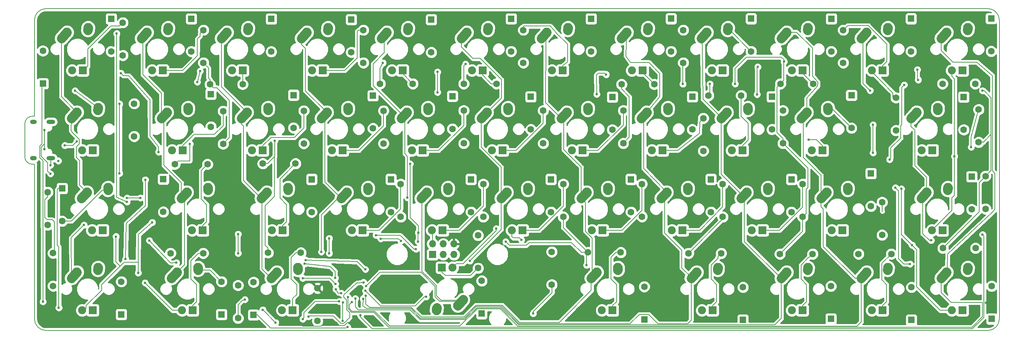
<source format=gbr>
%TF.GenerationSoftware,KiCad,Pcbnew,(5.0.0)*%
%TF.CreationDate,2018-08-20T16:11:06+03:00*%
%TF.ProjectId,cpm43,63706D34332E6B696361645F70636200,rev?*%
%TF.SameCoordinates,Original*%
%TF.FileFunction,Copper,L1,Top,Signal*%
%TF.FilePolarity,Positive*%
%FSLAX46Y46*%
G04 Gerber Fmt 4.6, Leading zero omitted, Abs format (unit mm)*
G04 Created by KiCad (PCBNEW (5.0.0)) date 08/20/18 16:11:06*
%MOMM*%
%LPD*%
G01*
G04 APERTURE LIST*
%TA.AperFunction,NonConductor*%
%ADD10C,0.200000*%
%TD*%
%TA.AperFunction,ComponentPad*%
%ADD11O,1.700000X1.700000*%
%TD*%
%TA.AperFunction,ComponentPad*%
%ADD12R,1.700000X1.700000*%
%TD*%
%TA.AperFunction,ComponentPad*%
%ADD13C,1.600000*%
%TD*%
%TA.AperFunction,ComponentPad*%
%ADD14R,1.600000X1.600000*%
%TD*%
%TA.AperFunction,ComponentPad*%
%ADD15R,1.905000X1.905000*%
%TD*%
%TA.AperFunction,ComponentPad*%
%ADD16C,1.905000*%
%TD*%
%TA.AperFunction,ComponentPad*%
%ADD17C,2.250000*%
%TD*%
%TA.AperFunction,Conductor*%
%ADD18C,2.250000*%
%TD*%
%TA.AperFunction,ComponentPad*%
%ADD19O,1.600000X1.000000*%
%TD*%
%TA.AperFunction,ComponentPad*%
%ADD20O,2.100000X1.000000*%
%TD*%
%TA.AperFunction,ViaPad*%
%ADD21C,0.600000*%
%TD*%
%TA.AperFunction,Conductor*%
%ADD22C,0.203200*%
%TD*%
%TA.AperFunction,Conductor*%
%ADD23C,0.127000*%
%TD*%
%TA.AperFunction,Conductor*%
%ADD24C,0.254000*%
%TD*%
G04 APERTURE END LIST*
D10*
X33274000Y-97282000D02*
X32766000Y-97282000D01*
X32766000Y-85852000D02*
X33274000Y-85852000D01*
X33274000Y-62992000D02*
X33274000Y-85852000D01*
X33274000Y-97282000D02*
X33274000Y-134112000D01*
X30988000Y-87630000D02*
X30988000Y-95504000D01*
X30988000Y-87630000D02*
G75*
G02X32766000Y-85852000I1778000J0D01*
G01*
X32766000Y-97282000D02*
G75*
G02X30988000Y-95504000I0J1778000D01*
G01*
X36068000Y-60198000D02*
X260350000Y-60198000D01*
X260350000Y-136906000D02*
X36068000Y-136906000D01*
X263144000Y-62992000D02*
X263144000Y-134112000D01*
X260350000Y-60198000D02*
G75*
G02X263144000Y-62992000I0J-2794000D01*
G01*
X263144000Y-134112000D02*
G75*
G02X260350000Y-136906000I-2794000J0D01*
G01*
X36068000Y-136906000D02*
G75*
G02X33274000Y-134112000I0J2794000D01*
G01*
X33274000Y-62992000D02*
G75*
G02X36068000Y-60198000I2794000J0D01*
G01*
D11*
%TO.P,SPI1,6*%
%TO.N,GND*%
X133197600Y-116255800D03*
%TO.P,SPI1,5*%
%TO.N,RST*%
X133197600Y-118795800D03*
%TO.P,SPI1,4*%
%TO.N,MOSI*%
X130657600Y-116255800D03*
%TO.P,SPI1,3*%
%TO.N,SCK*%
X130657600Y-118795800D03*
%TO.P,SPI1,2*%
%TO.N,+5V*%
X128117600Y-116255800D03*
D12*
%TO.P,SPI1,1*%
%TO.N,MISO*%
X128117600Y-118795800D03*
%TD*%
D13*
%TO.P,D1,2*%
%TO.N,Net-(D1-Pad2)*%
X51562000Y-70422600D03*
D14*
%TO.P,D1,1*%
%TO.N,ROW0*%
X51562000Y-62622600D03*
%TD*%
%TO.P,D2,1*%
%TO.N,ROW0*%
X70662800Y-62622600D03*
D13*
%TO.P,D2,2*%
%TO.N,Net-(D2-Pad2)*%
X70662800Y-70422600D03*
%TD*%
%TO.P,D3,2*%
%TO.N,Net-(D3-Pad2)*%
X89687400Y-70448000D03*
D14*
%TO.P,D3,1*%
%TO.N,ROW0*%
X89687400Y-62648000D03*
%TD*%
%TO.P,D4,1*%
%TO.N,ROW0*%
X108762800Y-62800400D03*
D13*
%TO.P,D4,2*%
%TO.N,Net-(D4-Pad2)*%
X108762800Y-70600400D03*
%TD*%
%TO.P,D5,2*%
%TO.N,Net-(D5-Pad2)*%
X127812800Y-70625800D03*
D14*
%TO.P,D5,1*%
%TO.N,ROW0*%
X127812800Y-62825800D03*
%TD*%
D13*
%TO.P,D6,2*%
%TO.N,Net-(D6-Pad2)*%
X146837400Y-70422600D03*
D14*
%TO.P,D6,1*%
%TO.N,ROW0*%
X146837400Y-62622600D03*
%TD*%
D13*
%TO.P,D7,2*%
%TO.N,Net-(D7-Pad2)*%
X165887400Y-70422600D03*
D14*
%TO.P,D7,1*%
%TO.N,ROW0*%
X165887400Y-62622600D03*
%TD*%
D13*
%TO.P,D8,2*%
%TO.N,Net-(D8-Pad2)*%
X184937400Y-70397200D03*
D14*
%TO.P,D8,1*%
%TO.N,ROW0*%
X184937400Y-62597200D03*
%TD*%
D13*
%TO.P,D9,2*%
%TO.N,Net-(D9-Pad2)*%
X204012800Y-70397200D03*
D14*
%TO.P,D9,1*%
%TO.N,ROW0*%
X204012800Y-62597200D03*
%TD*%
D13*
%TO.P,D10,2*%
%TO.N,Net-(D10-Pad2)*%
X223088200Y-70422600D03*
D14*
%TO.P,D10,1*%
%TO.N,ROW0*%
X223088200Y-62622600D03*
%TD*%
D13*
%TO.P,D11,2*%
%TO.N,Net-(D11-Pad2)*%
X242112800Y-70397200D03*
D14*
%TO.P,D11,1*%
%TO.N,ROW0*%
X242112800Y-62597200D03*
%TD*%
D13*
%TO.P,D12,2*%
%TO.N,Net-(D12-Pad2)*%
X261175500Y-70384500D03*
D14*
%TO.P,D12,1*%
%TO.N,ROW0*%
X261175500Y-62584500D03*
%TD*%
D13*
%TO.P,D13,2*%
%TO.N,Net-(D13-Pad2)*%
X35306000Y-70268000D03*
D14*
%TO.P,D13,1*%
%TO.N,ROW1*%
X35306000Y-78068000D03*
%TD*%
D13*
%TO.P,D14,2*%
%TO.N,Net-(D14-Pad2)*%
X75311000Y-88355000D03*
D14*
%TO.P,D14,1*%
%TO.N,ROW1*%
X75311000Y-80555000D03*
%TD*%
D13*
%TO.P,D15,2*%
%TO.N,Net-(D15-Pad2)*%
X94996000Y-88609000D03*
D14*
%TO.P,D15,1*%
%TO.N,ROW1*%
X94996000Y-80809000D03*
%TD*%
D13*
%TO.P,D16,2*%
%TO.N,Net-(D16-Pad2)*%
X113919000Y-88736000D03*
D14*
%TO.P,D16,1*%
%TO.N,ROW1*%
X113919000Y-80936000D03*
%TD*%
D13*
%TO.P,D17,2*%
%TO.N,Net-(D17-Pad2)*%
X132842000Y-88863000D03*
D14*
%TO.P,D17,1*%
%TO.N,ROW1*%
X132842000Y-81063000D03*
%TD*%
D13*
%TO.P,D18,2*%
%TO.N,Net-(D18-Pad2)*%
X151511000Y-88990000D03*
D14*
%TO.P,D18,1*%
%TO.N,ROW1*%
X151511000Y-81190000D03*
%TD*%
%TO.P,D19,1*%
%TO.N,ROW1*%
X170942000Y-81253500D03*
D13*
%TO.P,D19,2*%
%TO.N,Net-(D19-Pad2)*%
X170942000Y-89053500D03*
%TD*%
%TO.P,D20,2*%
%TO.N,Net-(D20-Pad2)*%
X189992000Y-88990000D03*
D14*
%TO.P,D20,1*%
%TO.N,ROW1*%
X189992000Y-81190000D03*
%TD*%
D13*
%TO.P,D21,2*%
%TO.N,Net-(D21-Pad2)*%
X208978500Y-88990000D03*
D14*
%TO.P,D21,1*%
%TO.N,ROW1*%
X208978500Y-81190000D03*
%TD*%
D13*
%TO.P,D22,2*%
%TO.N,Net-(D22-Pad2)*%
X227901500Y-88672500D03*
D14*
%TO.P,D22,1*%
%TO.N,ROW1*%
X227901500Y-80872500D03*
%TD*%
D13*
%TO.P,D23,2*%
%TO.N,Net-(D23-Pad2)*%
X254635000Y-89053500D03*
D14*
%TO.P,D23,1*%
%TO.N,ROW1*%
X254635000Y-81253500D03*
%TD*%
D13*
%TO.P,D24,2*%
%TO.N,Net-(D24-Pad2)*%
X39878000Y-110834000D03*
D14*
%TO.P,D24,1*%
%TO.N,ROW2*%
X39878000Y-103034000D03*
%TD*%
%TO.P,D25,1*%
%TO.N,ROW2*%
X63982600Y-100836900D03*
D13*
%TO.P,D25,2*%
%TO.N,Net-(D25-Pad2)*%
X63982600Y-108636900D03*
%TD*%
D14*
%TO.P,D26,1*%
%TO.N,ROW2*%
X99314000Y-100875000D03*
D13*
%TO.P,D26,2*%
%TO.N,Net-(D26-Pad2)*%
X99314000Y-108675000D03*
%TD*%
D14*
%TO.P,D27,1*%
%TO.N,ROW2*%
X118237000Y-100875000D03*
D13*
%TO.P,D27,2*%
%TO.N,Net-(D27-Pad2)*%
X118237000Y-108675000D03*
%TD*%
D14*
%TO.P,D28,1*%
%TO.N,ROW2*%
X137287000Y-100875000D03*
D13*
%TO.P,D28,2*%
%TO.N,Net-(D28-Pad2)*%
X137287000Y-108675000D03*
%TD*%
D14*
%TO.P,D29,1*%
%TO.N,ROW2*%
X156337000Y-100875000D03*
D13*
%TO.P,D29,2*%
%TO.N,Net-(D29-Pad2)*%
X156337000Y-108675000D03*
%TD*%
%TO.P,D30,2*%
%TO.N,Net-(D30-Pad2)*%
X175387000Y-108675000D03*
D14*
%TO.P,D30,1*%
%TO.N,ROW2*%
X175387000Y-100875000D03*
%TD*%
%TO.P,D31,1*%
%TO.N,ROW2*%
X194437000Y-100875000D03*
D13*
%TO.P,D31,2*%
%TO.N,Net-(D31-Pad2)*%
X194437000Y-108675000D03*
%TD*%
D14*
%TO.P,D32,1*%
%TO.N,ROW2*%
X213614000Y-100875000D03*
D13*
%TO.P,D32,2*%
%TO.N,Net-(D32-Pad2)*%
X213614000Y-108675000D03*
%TD*%
D14*
%TO.P,D33,1*%
%TO.N,ROW2*%
X232537000Y-99478000D03*
D13*
%TO.P,D33,2*%
%TO.N,Net-(D33-Pad2)*%
X232537000Y-107278000D03*
%TD*%
D14*
%TO.P,D34,1*%
%TO.N,ROW2*%
X256540000Y-100240000D03*
D13*
%TO.P,D34,2*%
%TO.N,Net-(D34-Pad2)*%
X256540000Y-108040000D03*
%TD*%
D14*
%TO.P,D35,1*%
%TO.N,ROW3*%
X53975000Y-133059000D03*
D13*
%TO.P,D35,2*%
%TO.N,Net-(D35-Pad2)*%
X53975000Y-125259000D03*
%TD*%
D14*
%TO.P,D36,1*%
%TO.N,ROW3*%
X77851000Y-133059000D03*
D13*
%TO.P,D36,2*%
%TO.N,Net-(D36-Pad2)*%
X77851000Y-125259000D03*
%TD*%
D14*
%TO.P,D37,1*%
%TO.N,ROW3*%
X85471000Y-133186000D03*
D13*
%TO.P,D37,2*%
%TO.N,Net-(D37-Pad2)*%
X85471000Y-125386000D03*
%TD*%
D14*
%TO.P,D38,1*%
%TO.N,ROW3*%
X139827000Y-132868500D03*
D13*
%TO.P,D38,2*%
%TO.N,Net-(D38-Pad2)*%
X139827000Y-125068500D03*
%TD*%
D14*
%TO.P,D39,1*%
%TO.N,ROW3*%
X178562000Y-134265500D03*
D13*
%TO.P,D39,2*%
%TO.N,Net-(D39-Pad2)*%
X178562000Y-126465500D03*
%TD*%
D14*
%TO.P,D40,1*%
%TO.N,ROW3*%
X202057000Y-134392500D03*
D13*
%TO.P,D40,2*%
%TO.N,Net-(D40-Pad2)*%
X202057000Y-126592500D03*
%TD*%
D14*
%TO.P,D41,1*%
%TO.N,ROW3*%
X223012000Y-134125800D03*
D13*
%TO.P,D41,2*%
%TO.N,Net-(D41-Pad2)*%
X223012000Y-126325800D03*
%TD*%
D14*
%TO.P,D42,1*%
%TO.N,ROW3*%
X242189000Y-134392500D03*
D13*
%TO.P,D42,2*%
%TO.N,Net-(D42-Pad2)*%
X242189000Y-126592500D03*
%TD*%
D14*
%TO.P,D43,1*%
%TO.N,ROW3*%
X261302500Y-134138500D03*
D13*
%TO.P,D43,2*%
%TO.N,Net-(D43-Pad2)*%
X261302500Y-126338500D03*
%TD*%
D15*
%TO.P,MX1,4*%
%TO.N,Net-(MX1-Pad4)*%
X44789960Y-74936480D03*
D16*
%TO.P,MX1,3*%
%TO.N,+5V*%
X42249960Y-74936480D03*
D17*
%TO.P,MX1,1*%
%TO.N,COL0*%
X41019960Y-65856480D03*
X40364961Y-66586480D03*
D18*
%TD*%
%TO.N,COL0*%
%TO.C,MX1*%
X39709960Y-67316480D02*
X41019962Y-65856480D01*
D17*
%TO.P,MX1,2*%
%TO.N,Net-(D1-Pad2)*%
X46059960Y-64776480D03*
X46039960Y-65066480D03*
D18*
%TD*%
%TO.N,Net-(D1-Pad2)*%
%TO.C,MX1*%
X46019960Y-65356480D02*
X46059960Y-64776480D01*
D17*
%TO.P,MX2,2*%
%TO.N,Net-(D2-Pad2)*%
X65089960Y-65066480D03*
D18*
%TD*%
%TO.N,Net-(D2-Pad2)*%
%TO.C,MX2*%
X65069960Y-65356480D02*
X65109960Y-64776480D01*
D17*
%TO.P,MX2,2*%
%TO.N,Net-(D2-Pad2)*%
X65109960Y-64776480D03*
%TO.P,MX2,1*%
%TO.N,COL1*%
X59414961Y-66586480D03*
D18*
%TD*%
%TO.N,COL1*%
%TO.C,MX2*%
X58759960Y-67316480D02*
X60069962Y-65856480D01*
D17*
%TO.P,MX2,1*%
%TO.N,COL1*%
X60069960Y-65856480D03*
D16*
%TO.P,MX2,3*%
%TO.N,+5V*%
X61299960Y-74936480D03*
D15*
%TO.P,MX2,4*%
%TO.N,Net-(MX2-Pad4)*%
X63839960Y-74936480D03*
%TD*%
D17*
%TO.P,MX3,2*%
%TO.N,Net-(D3-Pad2)*%
X84139960Y-65066480D03*
D18*
%TD*%
%TO.N,Net-(D3-Pad2)*%
%TO.C,MX3*%
X84119960Y-65356480D02*
X84159960Y-64776480D01*
D17*
%TO.P,MX3,2*%
%TO.N,Net-(D3-Pad2)*%
X84159960Y-64776480D03*
%TO.P,MX3,1*%
%TO.N,COL2*%
X78464961Y-66586480D03*
D18*
%TD*%
%TO.N,COL2*%
%TO.C,MX3*%
X77809960Y-67316480D02*
X79119962Y-65856480D01*
D17*
%TO.P,MX3,1*%
%TO.N,COL2*%
X79119960Y-65856480D03*
D16*
%TO.P,MX3,3*%
%TO.N,+5V*%
X80349960Y-74936480D03*
D15*
%TO.P,MX3,4*%
%TO.N,Net-(MX3-Pad4)*%
X82889960Y-74936480D03*
%TD*%
%TO.P,MX4,4*%
%TO.N,Net-(MX4-Pad4)*%
X101939960Y-74936480D03*
D16*
%TO.P,MX4,3*%
%TO.N,+5V*%
X99399960Y-74936480D03*
D17*
%TO.P,MX4,1*%
%TO.N,COL3*%
X98169960Y-65856480D03*
X97514961Y-66586480D03*
D18*
%TD*%
%TO.N,COL3*%
%TO.C,MX4*%
X96859960Y-67316480D02*
X98169962Y-65856480D01*
D17*
%TO.P,MX4,2*%
%TO.N,Net-(D4-Pad2)*%
X103209960Y-64776480D03*
X103189960Y-65066480D03*
D18*
%TD*%
%TO.N,Net-(D4-Pad2)*%
%TO.C,MX4*%
X103169960Y-65356480D02*
X103209960Y-64776480D01*
D15*
%TO.P,MX5,4*%
%TO.N,Net-(MX5-Pad4)*%
X120989960Y-74936480D03*
D16*
%TO.P,MX5,3*%
%TO.N,+5V*%
X118449960Y-74936480D03*
D17*
%TO.P,MX5,1*%
%TO.N,COL4*%
X117219960Y-65856480D03*
X116564961Y-66586480D03*
D18*
%TD*%
%TO.N,COL4*%
%TO.C,MX5*%
X115909960Y-67316480D02*
X117219962Y-65856480D01*
D17*
%TO.P,MX5,2*%
%TO.N,Net-(D5-Pad2)*%
X122259960Y-64776480D03*
X122239960Y-65066480D03*
D18*
%TD*%
%TO.N,Net-(D5-Pad2)*%
%TO.C,MX5*%
X122219960Y-65356480D02*
X122259960Y-64776480D01*
D15*
%TO.P,MX6,4*%
%TO.N,Net-(MX6-Pad4)*%
X140039960Y-74936480D03*
D16*
%TO.P,MX6,3*%
%TO.N,+5V*%
X137499960Y-74936480D03*
D17*
%TO.P,MX6,1*%
%TO.N,COL5*%
X136269960Y-65856480D03*
X135614961Y-66586480D03*
D18*
%TD*%
%TO.N,COL5*%
%TO.C,MX6*%
X134959960Y-67316480D02*
X136269962Y-65856480D01*
D17*
%TO.P,MX6,2*%
%TO.N,Net-(D6-Pad2)*%
X141309960Y-64776480D03*
X141289960Y-65066480D03*
D18*
%TD*%
%TO.N,Net-(D6-Pad2)*%
%TO.C,MX6*%
X141269960Y-65356480D02*
X141309960Y-64776480D01*
D15*
%TO.P,MX7,4*%
%TO.N,Net-(MX7-Pad4)*%
X159089960Y-74936480D03*
D16*
%TO.P,MX7,3*%
%TO.N,+5V*%
X156549960Y-74936480D03*
D17*
%TO.P,MX7,1*%
%TO.N,COL6*%
X155319960Y-65856480D03*
X154664961Y-66586480D03*
D18*
%TD*%
%TO.N,COL6*%
%TO.C,MX7*%
X154009960Y-67316480D02*
X155319962Y-65856480D01*
D17*
%TO.P,MX7,2*%
%TO.N,Net-(D7-Pad2)*%
X160359960Y-64776480D03*
X160339960Y-65066480D03*
D18*
%TD*%
%TO.N,Net-(D7-Pad2)*%
%TO.C,MX7*%
X160319960Y-65356480D02*
X160359960Y-64776480D01*
D17*
%TO.P,MX8,2*%
%TO.N,Net-(D8-Pad2)*%
X179389960Y-65066480D03*
D18*
%TD*%
%TO.N,Net-(D8-Pad2)*%
%TO.C,MX8*%
X179369960Y-65356480D02*
X179409960Y-64776480D01*
D17*
%TO.P,MX8,2*%
%TO.N,Net-(D8-Pad2)*%
X179409960Y-64776480D03*
%TO.P,MX8,1*%
%TO.N,COL7*%
X173714961Y-66586480D03*
D18*
%TD*%
%TO.N,COL7*%
%TO.C,MX8*%
X173059960Y-67316480D02*
X174369962Y-65856480D01*
D17*
%TO.P,MX8,1*%
%TO.N,COL7*%
X174369960Y-65856480D03*
D16*
%TO.P,MX8,3*%
%TO.N,+5V*%
X175599960Y-74936480D03*
D15*
%TO.P,MX8,4*%
%TO.N,Net-(MX8-Pad4)*%
X178139960Y-74936480D03*
%TD*%
%TO.P,MX9,4*%
%TO.N,Net-(MX9-Pad4)*%
X197189960Y-74936480D03*
D16*
%TO.P,MX9,3*%
%TO.N,+5V*%
X194649960Y-74936480D03*
D17*
%TO.P,MX9,1*%
%TO.N,COL8*%
X193419960Y-65856480D03*
X192764961Y-66586480D03*
D18*
%TD*%
%TO.N,COL8*%
%TO.C,MX9*%
X192109960Y-67316480D02*
X193419962Y-65856480D01*
D17*
%TO.P,MX9,2*%
%TO.N,Net-(D9-Pad2)*%
X198459960Y-64776480D03*
X198439960Y-65066480D03*
D18*
%TD*%
%TO.N,Net-(D9-Pad2)*%
%TO.C,MX9*%
X198419960Y-65356480D02*
X198459960Y-64776480D01*
D17*
%TO.P,MX10,2*%
%TO.N,Net-(D10-Pad2)*%
X217489960Y-65066480D03*
D18*
%TD*%
%TO.N,Net-(D10-Pad2)*%
%TO.C,MX10*%
X217469960Y-65356480D02*
X217509960Y-64776480D01*
D17*
%TO.P,MX10,2*%
%TO.N,Net-(D10-Pad2)*%
X217509960Y-64776480D03*
%TO.P,MX10,1*%
%TO.N,COL9*%
X211814961Y-66586480D03*
D18*
%TD*%
%TO.N,COL9*%
%TO.C,MX10*%
X211159960Y-67316480D02*
X212469962Y-65856480D01*
D17*
%TO.P,MX10,1*%
%TO.N,COL9*%
X212469960Y-65856480D03*
D16*
%TO.P,MX10,3*%
%TO.N,+5V*%
X213699960Y-74936480D03*
D15*
%TO.P,MX10,4*%
%TO.N,Net-(MX10-Pad4)*%
X216239960Y-74936480D03*
%TD*%
%TO.P,MX11,4*%
%TO.N,Net-(MX11-Pad4)*%
X235289960Y-74936480D03*
D16*
%TO.P,MX11,3*%
%TO.N,+5V*%
X232749960Y-74936480D03*
D17*
%TO.P,MX11,1*%
%TO.N,COL10*%
X231519960Y-65856480D03*
X230864961Y-66586480D03*
D18*
%TD*%
%TO.N,COL10*%
%TO.C,MX11*%
X230209960Y-67316480D02*
X231519962Y-65856480D01*
D17*
%TO.P,MX11,2*%
%TO.N,Net-(D11-Pad2)*%
X236559960Y-64776480D03*
X236539960Y-65066480D03*
D18*
%TD*%
%TO.N,Net-(D11-Pad2)*%
%TO.C,MX11*%
X236519960Y-65356480D02*
X236559960Y-64776480D01*
D17*
%TO.P,MX12,2*%
%TO.N,Net-(D12-Pad2)*%
X255589960Y-65066480D03*
D18*
%TD*%
%TO.N,Net-(D12-Pad2)*%
%TO.C,MX12*%
X255569960Y-65356480D02*
X255609960Y-64776480D01*
D17*
%TO.P,MX12,2*%
%TO.N,Net-(D12-Pad2)*%
X255609960Y-64776480D03*
%TO.P,MX12,1*%
%TO.N,COL11*%
X249914961Y-66586480D03*
D18*
%TD*%
%TO.N,COL11*%
%TO.C,MX12*%
X249259960Y-67316480D02*
X250569962Y-65856480D01*
D17*
%TO.P,MX12,1*%
%TO.N,COL11*%
X250569960Y-65856480D03*
D16*
%TO.P,MX12,3*%
%TO.N,+5V*%
X251799960Y-74936480D03*
D15*
%TO.P,MX12,4*%
%TO.N,Net-(MX12-Pad4)*%
X254339960Y-74936480D03*
%TD*%
D17*
%TO.P,MX14,2*%
%TO.N,Net-(D14-Pad2)*%
X69850520Y-84116480D03*
D18*
%TD*%
%TO.N,Net-(D14-Pad2)*%
%TO.C,MX14*%
X69830520Y-84406480D02*
X69870520Y-83826480D01*
D17*
%TO.P,MX14,2*%
%TO.N,Net-(D14-Pad2)*%
X69870520Y-83826480D03*
%TO.P,MX14,1*%
%TO.N,COL1*%
X64175521Y-85636480D03*
D18*
%TD*%
%TO.N,COL1*%
%TO.C,MX14*%
X63520520Y-86366480D02*
X64830522Y-84906480D01*
D17*
%TO.P,MX14,1*%
%TO.N,COL1*%
X64830520Y-84906480D03*
D16*
%TO.P,MX14,3*%
%TO.N,+5V*%
X66060520Y-93986480D03*
D15*
%TO.P,MX14,4*%
%TO.N,Net-(MX14-Pad4)*%
X68600520Y-93986480D03*
%TD*%
%TO.P,MX15,4*%
%TO.N,Net-(MX15-Pad4)*%
X87650520Y-93986480D03*
D16*
%TO.P,MX15,3*%
%TO.N,+5V*%
X85110520Y-93986480D03*
D17*
%TO.P,MX15,1*%
%TO.N,COL2*%
X83880520Y-84906480D03*
X83225521Y-85636480D03*
D18*
%TD*%
%TO.N,COL2*%
%TO.C,MX15*%
X82570520Y-86366480D02*
X83880522Y-84906480D01*
D17*
%TO.P,MX15,2*%
%TO.N,Net-(D15-Pad2)*%
X88920520Y-83826480D03*
X88900520Y-84116480D03*
D18*
%TD*%
%TO.N,Net-(D15-Pad2)*%
%TO.C,MX15*%
X88880520Y-84406480D02*
X88920520Y-83826480D01*
D17*
%TO.P,MX16,2*%
%TO.N,Net-(D16-Pad2)*%
X107950520Y-84116480D03*
D18*
%TD*%
%TO.N,Net-(D16-Pad2)*%
%TO.C,MX16*%
X107930520Y-84406480D02*
X107970520Y-83826480D01*
D17*
%TO.P,MX16,2*%
%TO.N,Net-(D16-Pad2)*%
X107970520Y-83826480D03*
%TO.P,MX16,1*%
%TO.N,COL3*%
X102275521Y-85636480D03*
D18*
%TD*%
%TO.N,COL3*%
%TO.C,MX16*%
X101620520Y-86366480D02*
X102930522Y-84906480D01*
D17*
%TO.P,MX16,1*%
%TO.N,COL3*%
X102930520Y-84906480D03*
D16*
%TO.P,MX16,3*%
%TO.N,+5V*%
X104160520Y-93986480D03*
D15*
%TO.P,MX16,4*%
%TO.N,Net-(MX16-Pad4)*%
X106700520Y-93986480D03*
%TD*%
%TO.P,MX17,4*%
%TO.N,Net-(MX17-Pad4)*%
X125750520Y-93986480D03*
D16*
%TO.P,MX17,3*%
%TO.N,+5V*%
X123210520Y-93986480D03*
D17*
%TO.P,MX17,1*%
%TO.N,COL4*%
X121980520Y-84906480D03*
X121325521Y-85636480D03*
D18*
%TD*%
%TO.N,COL4*%
%TO.C,MX17*%
X120670520Y-86366480D02*
X121980522Y-84906480D01*
D17*
%TO.P,MX17,2*%
%TO.N,Net-(D17-Pad2)*%
X127020520Y-83826480D03*
X127000520Y-84116480D03*
D18*
%TD*%
%TO.N,Net-(D17-Pad2)*%
%TO.C,MX17*%
X126980520Y-84406480D02*
X127020520Y-83826480D01*
D15*
%TO.P,MX18,4*%
%TO.N,Net-(MX18-Pad4)*%
X144800520Y-93986480D03*
D16*
%TO.P,MX18,3*%
%TO.N,+5V*%
X142260520Y-93986480D03*
D17*
%TO.P,MX18,1*%
%TO.N,COL5*%
X141030520Y-84906480D03*
X140375521Y-85636480D03*
D18*
%TD*%
%TO.N,COL5*%
%TO.C,MX18*%
X139720520Y-86366480D02*
X141030522Y-84906480D01*
D17*
%TO.P,MX18,2*%
%TO.N,Net-(D18-Pad2)*%
X146070520Y-83826480D03*
X146050520Y-84116480D03*
D18*
%TD*%
%TO.N,Net-(D18-Pad2)*%
%TO.C,MX18*%
X146030520Y-84406480D02*
X146070520Y-83826480D01*
D15*
%TO.P,MX19,4*%
%TO.N,Net-(MX19-Pad4)*%
X163850520Y-93986480D03*
D16*
%TO.P,MX19,3*%
%TO.N,+5V*%
X161310520Y-93986480D03*
D17*
%TO.P,MX19,1*%
%TO.N,COL6*%
X160080520Y-84906480D03*
X159425521Y-85636480D03*
D18*
%TD*%
%TO.N,COL6*%
%TO.C,MX19*%
X158770520Y-86366480D02*
X160080522Y-84906480D01*
D17*
%TO.P,MX19,2*%
%TO.N,Net-(D19-Pad2)*%
X165120520Y-83826480D03*
X165100520Y-84116480D03*
D18*
%TD*%
%TO.N,Net-(D19-Pad2)*%
%TO.C,MX19*%
X165080520Y-84406480D02*
X165120520Y-83826480D01*
D15*
%TO.P,MX20,4*%
%TO.N,Net-(MX20-Pad4)*%
X182900520Y-93986480D03*
D16*
%TO.P,MX20,3*%
%TO.N,+5V*%
X180360520Y-93986480D03*
D17*
%TO.P,MX20,1*%
%TO.N,COL7*%
X179130520Y-84906480D03*
X178475521Y-85636480D03*
D18*
%TD*%
%TO.N,COL7*%
%TO.C,MX20*%
X177820520Y-86366480D02*
X179130522Y-84906480D01*
D17*
%TO.P,MX20,2*%
%TO.N,Net-(D20-Pad2)*%
X184170520Y-83826480D03*
X184150520Y-84116480D03*
D18*
%TD*%
%TO.N,Net-(D20-Pad2)*%
%TO.C,MX20*%
X184130520Y-84406480D02*
X184170520Y-83826480D01*
D15*
%TO.P,MX21,4*%
%TO.N,Net-(MX21-Pad4)*%
X201950520Y-93986480D03*
D16*
%TO.P,MX21,3*%
%TO.N,+5V*%
X199410520Y-93986480D03*
D17*
%TO.P,MX21,1*%
%TO.N,COL8*%
X198180520Y-84906480D03*
X197525521Y-85636480D03*
D18*
%TD*%
%TO.N,COL8*%
%TO.C,MX21*%
X196870520Y-86366480D02*
X198180522Y-84906480D01*
D17*
%TO.P,MX21,2*%
%TO.N,Net-(D21-Pad2)*%
X203220520Y-83826480D03*
X203200520Y-84116480D03*
D18*
%TD*%
%TO.N,Net-(D21-Pad2)*%
%TO.C,MX21*%
X203180520Y-84406480D02*
X203220520Y-83826480D01*
D17*
%TO.P,MX22,2*%
%TO.N,Net-(D22-Pad2)*%
X222250520Y-84116480D03*
D18*
%TD*%
%TO.N,Net-(D22-Pad2)*%
%TO.C,MX22*%
X222230520Y-84406480D02*
X222270520Y-83826480D01*
D17*
%TO.P,MX22,2*%
%TO.N,Net-(D22-Pad2)*%
X222270520Y-83826480D03*
%TO.P,MX22,1*%
%TO.N,COL9*%
X216575521Y-85636480D03*
D18*
%TD*%
%TO.N,COL9*%
%TO.C,MX22*%
X215920520Y-86366480D02*
X217230522Y-84906480D01*
D17*
%TO.P,MX22,1*%
%TO.N,COL9*%
X217230520Y-84906480D03*
D16*
%TO.P,MX22,3*%
%TO.N,+5V*%
X218460520Y-93986480D03*
D15*
%TO.P,MX22,4*%
%TO.N,Net-(MX22-Pad4)*%
X221000520Y-93986480D03*
%TD*%
D17*
%TO.P,MX23,2*%
%TO.N,Net-(D23-Pad2)*%
X248444960Y-84112200D03*
D18*
%TD*%
%TO.N,Net-(D23-Pad2)*%
%TO.C,MX23*%
X248424960Y-84402200D02*
X248464960Y-83822200D01*
D17*
%TO.P,MX23,2*%
%TO.N,Net-(D23-Pad2)*%
X248464960Y-83822200D03*
%TO.P,MX23,1*%
%TO.N,COL10*%
X242769961Y-85632200D03*
D18*
%TD*%
%TO.N,COL10*%
%TO.C,MX23*%
X242114960Y-86362200D02*
X243424962Y-84902200D01*
D17*
%TO.P,MX23,1*%
%TO.N,COL10*%
X243424960Y-84902200D03*
D16*
%TO.P,MX23,3*%
%TO.N,+5V*%
X244654960Y-93982200D03*
D15*
%TO.P,MX23,4*%
%TO.N,Net-(MX23-Pad4)*%
X247194960Y-93982200D03*
%TD*%
D17*
%TO.P,MX24,2*%
%TO.N,Net-(D24-Pad2)*%
X50800320Y-103165080D03*
D18*
%TD*%
%TO.N,Net-(D24-Pad2)*%
%TO.C,MX24*%
X50780320Y-103455080D02*
X50820320Y-102875080D01*
D17*
%TO.P,MX24,2*%
%TO.N,Net-(D24-Pad2)*%
X50820320Y-102875080D03*
%TO.P,MX24,1*%
%TO.N,COL0*%
X45125321Y-104685080D03*
D18*
%TD*%
%TO.N,COL0*%
%TO.C,MX24*%
X44470320Y-105415080D02*
X45780322Y-103955080D01*
D17*
%TO.P,MX24,1*%
%TO.N,COL0*%
X45780320Y-103955080D03*
D16*
%TO.P,MX24,3*%
%TO.N,+5V*%
X47010320Y-113035080D03*
D15*
%TO.P,MX24,4*%
%TO.N,Net-(MX24-Pad4)*%
X49550320Y-113035080D03*
%TD*%
D17*
%TO.P,MX25,2*%
%TO.N,Net-(D25-Pad2)*%
X74607920Y-103165680D03*
D18*
%TD*%
%TO.N,Net-(D25-Pad2)*%
%TO.C,MX25*%
X74587920Y-103455680D02*
X74627920Y-102875680D01*
D17*
%TO.P,MX25,2*%
%TO.N,Net-(D25-Pad2)*%
X74627920Y-102875680D03*
%TO.P,MX25,1*%
%TO.N,COL1*%
X68932921Y-104685680D03*
D18*
%TD*%
%TO.N,COL1*%
%TO.C,MX25*%
X68277920Y-105415680D02*
X69587922Y-103955680D01*
D17*
%TO.P,MX25,1*%
%TO.N,COL1*%
X69587920Y-103955680D03*
D16*
%TO.P,MX25,3*%
%TO.N,+5V*%
X70817920Y-113035680D03*
D15*
%TO.P,MX25,4*%
%TO.N,Net-(MX25-Pad4)*%
X73357920Y-113035680D03*
%TD*%
D17*
%TO.P,MX26,2*%
%TO.N,Net-(D26-Pad2)*%
X93657920Y-103165680D03*
D18*
%TD*%
%TO.N,Net-(D26-Pad2)*%
%TO.C,MX26*%
X93637920Y-103455680D02*
X93677920Y-102875680D01*
D17*
%TO.P,MX26,2*%
%TO.N,Net-(D26-Pad2)*%
X93677920Y-102875680D03*
%TO.P,MX26,1*%
%TO.N,COL2*%
X87982921Y-104685680D03*
D18*
%TD*%
%TO.N,COL2*%
%TO.C,MX26*%
X87327920Y-105415680D02*
X88637922Y-103955680D01*
D17*
%TO.P,MX26,1*%
%TO.N,COL2*%
X88637920Y-103955680D03*
D16*
%TO.P,MX26,3*%
%TO.N,+5V*%
X89867920Y-113035680D03*
D15*
%TO.P,MX26,4*%
%TO.N,Net-(MX26-Pad4)*%
X92407920Y-113035680D03*
%TD*%
%TO.P,MX27,4*%
%TO.N,Net-(MX27-Pad4)*%
X111457920Y-113035680D03*
D16*
%TO.P,MX27,3*%
%TO.N,+5V*%
X108917920Y-113035680D03*
D17*
%TO.P,MX27,1*%
%TO.N,COL3*%
X107687920Y-103955680D03*
X107032921Y-104685680D03*
D18*
%TD*%
%TO.N,COL3*%
%TO.C,MX27*%
X106377920Y-105415680D02*
X107687922Y-103955680D01*
D17*
%TO.P,MX27,2*%
%TO.N,Net-(D27-Pad2)*%
X112727920Y-102875680D03*
X112707920Y-103165680D03*
D18*
%TD*%
%TO.N,Net-(D27-Pad2)*%
%TO.C,MX27*%
X112687920Y-103455680D02*
X112727920Y-102875680D01*
D17*
%TO.P,MX28,2*%
%TO.N,Net-(D28-Pad2)*%
X131757920Y-103165680D03*
D18*
%TD*%
%TO.N,Net-(D28-Pad2)*%
%TO.C,MX28*%
X131737920Y-103455680D02*
X131777920Y-102875680D01*
D17*
%TO.P,MX28,2*%
%TO.N,Net-(D28-Pad2)*%
X131777920Y-102875680D03*
%TO.P,MX28,1*%
%TO.N,COL4*%
X126082921Y-104685680D03*
D18*
%TD*%
%TO.N,COL4*%
%TO.C,MX28*%
X125427920Y-105415680D02*
X126737922Y-103955680D01*
D17*
%TO.P,MX28,1*%
%TO.N,COL4*%
X126737920Y-103955680D03*
D16*
%TO.P,MX28,3*%
%TO.N,+5V*%
X127967920Y-113035680D03*
D15*
%TO.P,MX28,4*%
%TO.N,Net-(MX28-Pad4)*%
X130507920Y-113035680D03*
%TD*%
D17*
%TO.P,MX29,2*%
%TO.N,Net-(D29-Pad2)*%
X150807920Y-103165680D03*
D18*
%TD*%
%TO.N,Net-(D29-Pad2)*%
%TO.C,MX29*%
X150787920Y-103455680D02*
X150827920Y-102875680D01*
D17*
%TO.P,MX29,2*%
%TO.N,Net-(D29-Pad2)*%
X150827920Y-102875680D03*
%TO.P,MX29,1*%
%TO.N,COL5*%
X145132921Y-104685680D03*
D18*
%TD*%
%TO.N,COL5*%
%TO.C,MX29*%
X144477920Y-105415680D02*
X145787922Y-103955680D01*
D17*
%TO.P,MX29,1*%
%TO.N,COL5*%
X145787920Y-103955680D03*
D16*
%TO.P,MX29,3*%
%TO.N,+5V*%
X147017920Y-113035680D03*
D15*
%TO.P,MX29,4*%
%TO.N,Net-(MX29-Pad4)*%
X149557920Y-113035680D03*
%TD*%
D17*
%TO.P,MX30,2*%
%TO.N,Net-(D30-Pad2)*%
X169857920Y-103165680D03*
D18*
%TD*%
%TO.N,Net-(D30-Pad2)*%
%TO.C,MX30*%
X169837920Y-103455680D02*
X169877920Y-102875680D01*
D17*
%TO.P,MX30,2*%
%TO.N,Net-(D30-Pad2)*%
X169877920Y-102875680D03*
%TO.P,MX30,1*%
%TO.N,COL6*%
X164182921Y-104685680D03*
D18*
%TD*%
%TO.N,COL6*%
%TO.C,MX30*%
X163527920Y-105415680D02*
X164837922Y-103955680D01*
D17*
%TO.P,MX30,1*%
%TO.N,COL6*%
X164837920Y-103955680D03*
D16*
%TO.P,MX30,3*%
%TO.N,+5V*%
X166067920Y-113035680D03*
D15*
%TO.P,MX30,4*%
%TO.N,Net-(MX30-Pad4)*%
X168607920Y-113035680D03*
%TD*%
D17*
%TO.P,MX31,2*%
%TO.N,Net-(D31-Pad2)*%
X188907920Y-103165680D03*
D18*
%TD*%
%TO.N,Net-(D31-Pad2)*%
%TO.C,MX31*%
X188887920Y-103455680D02*
X188927920Y-102875680D01*
D17*
%TO.P,MX31,2*%
%TO.N,Net-(D31-Pad2)*%
X188927920Y-102875680D03*
%TO.P,MX31,1*%
%TO.N,COL7*%
X183232921Y-104685680D03*
D18*
%TD*%
%TO.N,COL7*%
%TO.C,MX31*%
X182577920Y-105415680D02*
X183887922Y-103955680D01*
D17*
%TO.P,MX31,1*%
%TO.N,COL7*%
X183887920Y-103955680D03*
D16*
%TO.P,MX31,3*%
%TO.N,+5V*%
X185117920Y-113035680D03*
D15*
%TO.P,MX31,4*%
%TO.N,Net-(MX31-Pad4)*%
X187657920Y-113035680D03*
%TD*%
%TO.P,MX32,4*%
%TO.N,Net-(MX32-Pad4)*%
X206707920Y-113035680D03*
D16*
%TO.P,MX32,3*%
%TO.N,+5V*%
X204167920Y-113035680D03*
D17*
%TO.P,MX32,1*%
%TO.N,COL8*%
X202937920Y-103955680D03*
X202282921Y-104685680D03*
D18*
%TD*%
%TO.N,COL8*%
%TO.C,MX32*%
X201627920Y-105415680D02*
X202937922Y-103955680D01*
D17*
%TO.P,MX32,2*%
%TO.N,Net-(D32-Pad2)*%
X207977920Y-102875680D03*
X207957920Y-103165680D03*
D18*
%TD*%
%TO.N,Net-(D32-Pad2)*%
%TO.C,MX32*%
X207937920Y-103455680D02*
X207977920Y-102875680D01*
D15*
%TO.P,MX33,4*%
%TO.N,Net-(MX33-Pad4)*%
X225757920Y-113035680D03*
D16*
%TO.P,MX33,3*%
%TO.N,+5V*%
X223217920Y-113035680D03*
D17*
%TO.P,MX33,1*%
%TO.N,COL9*%
X221987920Y-103955680D03*
X221332921Y-104685680D03*
D18*
%TD*%
%TO.N,COL9*%
%TO.C,MX33*%
X220677920Y-105415680D02*
X221987922Y-103955680D01*
D17*
%TO.P,MX33,2*%
%TO.N,Net-(D33-Pad2)*%
X227027920Y-102875680D03*
X227007920Y-103165680D03*
D18*
%TD*%
%TO.N,Net-(D33-Pad2)*%
%TO.C,MX33*%
X226987920Y-103455680D02*
X227027920Y-102875680D01*
D17*
%TO.P,MX35,2*%
%TO.N,Net-(D35-Pad2)*%
X48420340Y-122212540D03*
D18*
%TD*%
%TO.N,Net-(D35-Pad2)*%
%TO.C,MX35*%
X48400340Y-122502540D02*
X48440340Y-121922540D01*
D17*
%TO.P,MX35,2*%
%TO.N,Net-(D35-Pad2)*%
X48440340Y-121922540D03*
%TO.P,MX35,1*%
%TO.N,COL0*%
X42745341Y-123732540D03*
D18*
%TD*%
%TO.N,COL0*%
%TO.C,MX35*%
X42090340Y-124462540D02*
X43400342Y-123002540D01*
D17*
%TO.P,MX35,1*%
%TO.N,COL0*%
X43400340Y-123002540D03*
D16*
%TO.P,MX35,3*%
%TO.N,+5V*%
X44630340Y-132082540D03*
D15*
%TO.P,MX35,4*%
%TO.N,Net-(MX35-Pad4)*%
X47170340Y-132082540D03*
%TD*%
%TO.P,MX36,4*%
%TO.N,Net-(MX36-Pad4)*%
X70982240Y-132082540D03*
D16*
%TO.P,MX36,3*%
%TO.N,+5V*%
X68442240Y-132082540D03*
D17*
%TO.P,MX36,1*%
%TO.N,COL1*%
X67212240Y-123002540D03*
X66557241Y-123732540D03*
D18*
%TD*%
%TO.N,COL1*%
%TO.C,MX36*%
X65902240Y-124462540D02*
X67212242Y-123002540D01*
D17*
%TO.P,MX36,2*%
%TO.N,Net-(D36-Pad2)*%
X72252240Y-121922540D03*
X72232240Y-122212540D03*
D18*
%TD*%
%TO.N,Net-(D36-Pad2)*%
%TO.C,MX36*%
X72212240Y-122502540D02*
X72252240Y-121922540D01*
D15*
%TO.P,MX37,4*%
%TO.N,Net-(MX37-Pad4)*%
X94792800Y-132082540D03*
D16*
%TO.P,MX37,3*%
%TO.N,+5V*%
X92252800Y-132082540D03*
D17*
%TO.P,MX37,1*%
%TO.N,COL2*%
X91022800Y-123002540D03*
X90367801Y-123732540D03*
D18*
%TD*%
%TO.N,COL2*%
%TO.C,MX37*%
X89712800Y-124462540D02*
X91022802Y-123002540D01*
D17*
%TO.P,MX37,2*%
%TO.N,Net-(D37-Pad2)*%
X96062800Y-121922540D03*
X96042800Y-122212540D03*
D18*
%TD*%
%TO.N,Net-(D37-Pad2)*%
%TO.C,MX37*%
X96022800Y-122502540D02*
X96062800Y-121922540D01*
D17*
%TO.P,MX38,2*%
%TO.N,Net-(D38-Pad2)*%
X129087560Y-131784920D03*
D18*
%TD*%
%TO.N,Net-(D38-Pad2)*%
%TO.C,MX38*%
X129107560Y-131494920D02*
X129067560Y-132074920D01*
D17*
%TO.P,MX38,2*%
%TO.N,Net-(D38-Pad2)*%
X129067560Y-132074920D03*
%TO.P,MX38,1*%
%TO.N,COL4*%
X134762559Y-130264920D03*
D18*
%TD*%
%TO.N,COL4*%
%TO.C,MX38*%
X135417560Y-129534920D02*
X134107558Y-130994920D01*
D17*
%TO.P,MX38,1*%
%TO.N,COL4*%
X134107560Y-130994920D03*
D16*
%TO.P,MX38,3*%
%TO.N,+5V*%
X132877560Y-121914920D03*
D15*
%TO.P,MX38,4*%
%TO.N,Net-(MX38-Pad4)*%
X130337560Y-121914920D03*
%TD*%
D17*
%TO.P,MX39,2*%
%TO.N,Net-(D39-Pad2)*%
X172242200Y-122212540D03*
D18*
%TD*%
%TO.N,Net-(D39-Pad2)*%
%TO.C,MX39*%
X172222200Y-122502540D02*
X172262200Y-121922540D01*
D17*
%TO.P,MX39,2*%
%TO.N,Net-(D39-Pad2)*%
X172262200Y-121922540D03*
%TO.P,MX39,1*%
%TO.N,COL6*%
X166567201Y-123732540D03*
D18*
%TD*%
%TO.N,COL6*%
%TO.C,MX39*%
X165912200Y-124462540D02*
X167222202Y-123002540D01*
D17*
%TO.P,MX39,1*%
%TO.N,COL6*%
X167222200Y-123002540D03*
D16*
%TO.P,MX39,3*%
%TO.N,+5V*%
X168452200Y-132082540D03*
D15*
%TO.P,MX39,4*%
%TO.N,Net-(MX39-Pad4)*%
X170992200Y-132082540D03*
%TD*%
%TO.P,MX40,4*%
%TO.N,Net-(MX40-Pad4)*%
X194805300Y-132082540D03*
D16*
%TO.P,MX40,3*%
%TO.N,+5V*%
X192265300Y-132082540D03*
D17*
%TO.P,MX40,1*%
%TO.N,COL7*%
X191035300Y-123002540D03*
X190380301Y-123732540D03*
D18*
%TD*%
%TO.N,COL7*%
%TO.C,MX40*%
X189725300Y-124462540D02*
X191035302Y-123002540D01*
D17*
%TO.P,MX40,2*%
%TO.N,Net-(D40-Pad2)*%
X196075300Y-121922540D03*
X196055300Y-122212540D03*
D18*
%TD*%
%TO.N,Net-(D40-Pad2)*%
%TO.C,MX40*%
X196035300Y-122502540D02*
X196075300Y-121922540D01*
D17*
%TO.P,MX41,2*%
%TO.N,Net-(D41-Pad2)*%
X217487220Y-122212540D03*
D18*
%TD*%
%TO.N,Net-(D41-Pad2)*%
%TO.C,MX41*%
X217467220Y-122502540D02*
X217507220Y-121922540D01*
D17*
%TO.P,MX41,2*%
%TO.N,Net-(D41-Pad2)*%
X217507220Y-121922540D03*
%TO.P,MX41,1*%
%TO.N,COL8*%
X211812221Y-123732540D03*
D18*
%TD*%
%TO.N,COL8*%
%TO.C,MX41*%
X211157220Y-124462540D02*
X212467222Y-123002540D01*
D17*
%TO.P,MX41,1*%
%TO.N,COL8*%
X212467220Y-123002540D03*
D16*
%TO.P,MX41,3*%
%TO.N,+5V*%
X213697220Y-132082540D03*
D15*
%TO.P,MX41,4*%
%TO.N,Net-(MX41-Pad4)*%
X216237220Y-132082540D03*
%TD*%
D17*
%TO.P,MX42,2*%
%TO.N,Net-(D42-Pad2)*%
X236537220Y-122212540D03*
D18*
%TD*%
%TO.N,Net-(D42-Pad2)*%
%TO.C,MX42*%
X236517220Y-122502540D02*
X236557220Y-121922540D01*
D17*
%TO.P,MX42,2*%
%TO.N,Net-(D42-Pad2)*%
X236557220Y-121922540D03*
%TO.P,MX42,1*%
%TO.N,COL9*%
X230862221Y-123732540D03*
D18*
%TD*%
%TO.N,COL9*%
%TO.C,MX42*%
X230207220Y-124462540D02*
X231517222Y-123002540D01*
D17*
%TO.P,MX42,1*%
%TO.N,COL9*%
X231517220Y-123002540D03*
D16*
%TO.P,MX42,3*%
%TO.N,+5V*%
X232747220Y-132082540D03*
D15*
%TO.P,MX42,4*%
%TO.N,Net-(MX42-Pad4)*%
X235287220Y-132082540D03*
%TD*%
D17*
%TO.P,MX43,2*%
%TO.N,Net-(D43-Pad2)*%
X255587220Y-122212540D03*
D18*
%TD*%
%TO.N,Net-(D43-Pad2)*%
%TO.C,MX43*%
X255567220Y-122502540D02*
X255607220Y-121922540D01*
D17*
%TO.P,MX43,2*%
%TO.N,Net-(D43-Pad2)*%
X255607220Y-121922540D03*
%TO.P,MX43,1*%
%TO.N,COL11*%
X249912221Y-123732540D03*
D18*
%TD*%
%TO.N,COL11*%
%TO.C,MX43*%
X249257220Y-124462540D02*
X250567222Y-123002540D01*
D17*
%TO.P,MX43,1*%
%TO.N,COL11*%
X250567220Y-123002540D03*
D16*
%TO.P,MX43,3*%
%TO.N,+5V*%
X251797220Y-132082540D03*
D15*
%TO.P,MX43,4*%
%TO.N,Net-(MX43-Pad4)*%
X254337220Y-132082540D03*
%TD*%
D13*
%TO.P,NPNR1,2*%
%TO.N,Net-(NPNR1-Pad2)*%
X156514800Y-125972400D03*
%TO.P,NPNR1,1*%
%TO.N,LEDPWM*%
X156514800Y-118172400D03*
%TD*%
%TO.P,R1,1*%
%TO.N,+5V*%
X238506000Y-81444000D03*
%TO.P,R1,2*%
%TO.N,RST*%
X238506000Y-89244000D03*
%TD*%
%TO.P,R2,1*%
%TO.N,Net-(R2-Pad1)*%
X100711000Y-134608400D03*
%TO.P,R2,2*%
%TO.N,GND*%
X100711000Y-126808400D03*
%TD*%
%TO.P,R3,1*%
%TO.N,LEDGND*%
X54330600Y-71337000D03*
%TO.P,R3,2*%
%TO.N,Net-(MX1-Pad4)*%
X54330600Y-63537000D03*
%TD*%
%TO.P,R4,1*%
%TO.N,LEDGND*%
X73533000Y-73115000D03*
%TO.P,R4,2*%
%TO.N,Net-(MX2-Pad4)*%
X73533000Y-65315000D03*
%TD*%
%TO.P,R5,2*%
%TO.N,Net-(MX3-Pad4)*%
X82894000Y-78232000D03*
%TO.P,R5,1*%
%TO.N,LEDGND*%
X75094000Y-78232000D03*
%TD*%
%TO.P,R6,1*%
%TO.N,LEDGND*%
X111633000Y-73115000D03*
%TO.P,R6,2*%
%TO.N,Net-(MX4-Pad4)*%
X111633000Y-65315000D03*
%TD*%
%TO.P,R7,2*%
%TO.N,Net-(MX5-Pad4)*%
X123407000Y-78105000D03*
%TO.P,R7,1*%
%TO.N,LEDGND*%
X115607000Y-78105000D03*
%TD*%
%TO.P,R8,2*%
%TO.N,Net-(MX6-Pad4)*%
X143346000Y-78105000D03*
%TO.P,R8,1*%
%TO.N,LEDGND*%
X135546000Y-78105000D03*
%TD*%
%TO.P,R9,1*%
%TO.N,LEDGND*%
X149733000Y-73115000D03*
%TO.P,R9,2*%
%TO.N,Net-(MX7-Pad4)*%
X149733000Y-65315000D03*
%TD*%
%TO.P,R10,2*%
%TO.N,Net-(MX8-Pad4)*%
X180938000Y-78232000D03*
%TO.P,R10,1*%
%TO.N,LEDGND*%
X173138000Y-78232000D03*
%TD*%
%TO.P,R11,1*%
%TO.N,LEDGND*%
X187833000Y-73115000D03*
%TO.P,R11,2*%
%TO.N,Net-(MX9-Pad4)*%
X187833000Y-65315000D03*
%TD*%
%TO.P,R12,2*%
%TO.N,Net-(MX10-Pad4)*%
X218784000Y-78105000D03*
%TO.P,R12,1*%
%TO.N,LEDGND*%
X210984000Y-78105000D03*
%TD*%
%TO.P,R13,1*%
%TO.N,LEDGND*%
X225933000Y-73115000D03*
%TO.P,R13,2*%
%TO.N,Net-(MX11-Pad4)*%
X225933000Y-65315000D03*
%TD*%
%TO.P,R14,2*%
%TO.N,Net-(MX12-Pad4)*%
X257392000Y-78105000D03*
%TO.P,R14,1*%
%TO.N,LEDGND*%
X249592000Y-78105000D03*
%TD*%
%TO.P,R15,1*%
%TO.N,LEDGND*%
X57023000Y-90641000D03*
%TO.P,R15,2*%
%TO.N,Net-(MX13-Pad4)*%
X57023000Y-82841000D03*
%TD*%
%TO.P,R16,2*%
%TO.N,Net-(MX14-Pad4)*%
X78232000Y-84644400D03*
%TO.P,R16,1*%
%TO.N,LEDGND*%
X78232000Y-92444400D03*
%TD*%
%TO.P,R17,1*%
%TO.N,LEDGND*%
X97434400Y-92342800D03*
%TO.P,R17,2*%
%TO.N,Net-(MX15-Pad4)*%
X97434400Y-84542800D03*
%TD*%
%TO.P,R18,2*%
%TO.N,Net-(MX16-Pad4)*%
X116433600Y-84542800D03*
%TO.P,R18,1*%
%TO.N,LEDGND*%
X116433600Y-92342800D03*
%TD*%
%TO.P,R19,2*%
%TO.N,Net-(MX17-Pad4)*%
X135534400Y-84492000D03*
%TO.P,R19,1*%
%TO.N,LEDGND*%
X135534400Y-92292000D03*
%TD*%
%TO.P,R20,1*%
%TO.N,LEDGND*%
X154482800Y-92292000D03*
%TO.P,R20,2*%
%TO.N,Net-(MX18-Pad4)*%
X154482800Y-84492000D03*
%TD*%
%TO.P,R21,2*%
%TO.N,Net-(MX19-Pad4)*%
X173545500Y-84492000D03*
%TO.P,R21,1*%
%TO.N,LEDGND*%
X173545500Y-92292000D03*
%TD*%
%TO.P,R22,1*%
%TO.N,LEDGND*%
X192608200Y-94120800D03*
%TO.P,R22,2*%
%TO.N,Net-(MX20-Pad4)*%
X192608200Y-86320800D03*
%TD*%
%TO.P,R23,2*%
%TO.N,Net-(MX21-Pad4)*%
X201639000Y-80899000D03*
%TO.P,R23,1*%
%TO.N,LEDGND*%
X193839000Y-80899000D03*
%TD*%
%TO.P,R24,1*%
%TO.N,LEDGND*%
X211582000Y-92292000D03*
%TO.P,R24,2*%
%TO.N,Net-(MX22-Pad4)*%
X211582000Y-84492000D03*
%TD*%
%TO.P,R25,1*%
%TO.N,LEDGND*%
X258191000Y-92038000D03*
%TO.P,R25,2*%
%TO.N,Net-(MX23-Pad4)*%
X258191000Y-84238000D03*
%TD*%
%TO.P,R26,2*%
%TO.N,Net-(MX24-Pad4)*%
X36449000Y-111723000D03*
%TO.P,R26,1*%
%TO.N,LEDGND*%
X36449000Y-103923000D03*
%TD*%
%TO.P,R27,1*%
%TO.N,LEDGND*%
X66712000Y-97282000D03*
%TO.P,R27,2*%
%TO.N,Net-(MX25-Pad4)*%
X74512000Y-97282000D03*
%TD*%
%TO.P,R28,2*%
%TO.N,Net-(MX26-Pad4)*%
X95467000Y-97129600D03*
%TO.P,R28,1*%
%TO.N,LEDGND*%
X87667000Y-97129600D03*
%TD*%
%TO.P,R29,1*%
%TO.N,LEDGND*%
X120523000Y-109818000D03*
%TO.P,R29,2*%
%TO.N,Net-(MX27-Pad4)*%
X120523000Y-102018000D03*
%TD*%
%TO.P,R30,2*%
%TO.N,Net-(MX28-Pad4)*%
X140208000Y-102018000D03*
%TO.P,R30,1*%
%TO.N,LEDGND*%
X140208000Y-109818000D03*
%TD*%
%TO.P,R31,2*%
%TO.N,Net-(MX29-Pad4)*%
X159258000Y-102018000D03*
%TO.P,R31,1*%
%TO.N,LEDGND*%
X159258000Y-109818000D03*
%TD*%
%TO.P,R32,1*%
%TO.N,LEDGND*%
X177995580Y-109787520D03*
%TO.P,R32,2*%
%TO.N,Net-(MX30-Pad4)*%
X177995580Y-101987520D03*
%TD*%
%TO.P,R33,2*%
%TO.N,Net-(MX31-Pad4)*%
X197231000Y-102018000D03*
%TO.P,R33,1*%
%TO.N,LEDGND*%
X197231000Y-109818000D03*
%TD*%
%TO.P,R34,1*%
%TO.N,LEDGND*%
X216281000Y-109818000D03*
%TO.P,R34,2*%
%TO.N,Net-(MX32-Pad4)*%
X216281000Y-102018000D03*
%TD*%
%TO.P,R35,2*%
%TO.N,Net-(MX33-Pad4)*%
X235204000Y-106336000D03*
%TO.P,R35,1*%
%TO.N,LEDGND*%
X235204000Y-114136000D03*
%TD*%
%TO.P,R36,2*%
%TO.N,Net-(MX34-Pad4)*%
X259842000Y-107913000D03*
%TO.P,R36,1*%
%TO.N,LEDGND*%
X259842000Y-100113000D03*
%TD*%
%TO.P,R37,1*%
%TO.N,LEDGND*%
X37719000Y-118481000D03*
%TO.P,R37,2*%
%TO.N,Net-(MX35-Pad4)*%
X37719000Y-126281000D03*
%TD*%
%TO.P,R38,2*%
%TO.N,Net-(MX36-Pad4)*%
X73496000Y-118491000D03*
%TO.P,R38,1*%
%TO.N,LEDGND*%
X65696000Y-118491000D03*
%TD*%
%TO.P,R39,1*%
%TO.N,LEDGND*%
X88937000Y-118364000D03*
%TO.P,R39,2*%
%TO.N,Net-(MX37-Pad4)*%
X96737000Y-118364000D03*
%TD*%
%TO.P,R40,2*%
%TO.N,Net-(MX38-Pad4)*%
X138963400Y-122035400D03*
%TO.P,R40,1*%
%TO.N,LEDGND*%
X138963400Y-114235400D03*
%TD*%
%TO.P,R41,1*%
%TO.N,LEDGND*%
X165137000Y-118300500D03*
%TO.P,R41,2*%
%TO.N,Net-(MX39-Pad4)*%
X172937000Y-118300500D03*
%TD*%
%TO.P,R42,1*%
%TO.N,LEDGND*%
X189076500Y-118491000D03*
%TO.P,R42,2*%
%TO.N,Net-(MX40-Pad4)*%
X196876500Y-118491000D03*
%TD*%
%TO.P,R43,2*%
%TO.N,Net-(MX41-Pad4)*%
X218657000Y-118681500D03*
%TO.P,R43,1*%
%TO.N,LEDGND*%
X210857000Y-118681500D03*
%TD*%
%TO.P,R44,1*%
%TO.N,LEDGND*%
X229589500Y-118681500D03*
%TO.P,R44,2*%
%TO.N,Net-(MX42-Pad4)*%
X237389500Y-118681500D03*
%TD*%
%TO.P,R45,2*%
%TO.N,Net-(MX43-Pad4)*%
X257468200Y-117271800D03*
%TO.P,R45,1*%
%TO.N,LEDGND*%
X249668200Y-117271800D03*
%TD*%
%TO.P,RGBR1,1*%
%TO.N,RGBIN*%
X81788000Y-133948000D03*
%TO.P,RGBR1,2*%
%TO.N,Net-(LED1-Pad4)*%
X81788000Y-126148000D03*
%TD*%
D17*
%TO.P,MX34,2*%
%TO.N,Net-(D34-Pad2)*%
X250825320Y-103162540D03*
D18*
%TD*%
%TO.N,Net-(D34-Pad2)*%
%TO.C,MX34*%
X250805320Y-103452540D02*
X250845320Y-102872540D01*
D17*
%TO.P,MX34,2*%
%TO.N,Net-(D34-Pad2)*%
X250845320Y-102872540D03*
%TO.P,MX34,1*%
%TO.N,COL10*%
X245150321Y-104682540D03*
D18*
%TD*%
%TO.N,COL10*%
%TO.C,MX34*%
X244495320Y-105412540D02*
X245805322Y-103952540D01*
D17*
%TO.P,MX34,1*%
%TO.N,COL10*%
X245805320Y-103952540D03*
D16*
%TO.P,MX34,3*%
%TO.N,+5V*%
X247035320Y-113032540D03*
D15*
%TO.P,MX34,4*%
%TO.N,Net-(MX34-Pad4)*%
X249575320Y-113032540D03*
%TD*%
D17*
%TO.P,MX13,2*%
%TO.N,Net-(D13-Pad2)*%
X48419960Y-84116480D03*
D18*
%TD*%
%TO.N,Net-(D13-Pad2)*%
%TO.C,MX13*%
X48399960Y-84406480D02*
X48439960Y-83826480D01*
D17*
%TO.P,MX13,2*%
%TO.N,Net-(D13-Pad2)*%
X48439960Y-83826480D03*
%TO.P,MX13,1*%
%TO.N,COL0*%
X42744961Y-85636480D03*
D18*
%TD*%
%TO.N,COL0*%
%TO.C,MX13*%
X42089960Y-86366480D02*
X43399962Y-84906480D01*
D17*
%TO.P,MX13,1*%
%TO.N,COL0*%
X43399960Y-84906480D03*
D16*
%TO.P,MX13,3*%
%TO.N,+5V*%
X44629960Y-93986480D03*
D15*
%TO.P,MX13,4*%
%TO.N,Net-(MX13-Pad4)*%
X47169960Y-93986480D03*
%TD*%
D19*
%TO.P,USB1,13*%
%TO.N,Net-(C7-Pad2)*%
X33016500Y-87183500D03*
X33016500Y-95823500D03*
D20*
X37196500Y-87183500D03*
X37196500Y-95823500D03*
%TD*%
D21*
%TO.N,+5V*%
X103505000Y-114935000D03*
X103505000Y-118491000D03*
X81788000Y-118491000D03*
X81788000Y-113919000D03*
X59626500Y-125539500D03*
X57975500Y-123190000D03*
X53543200Y-82905600D03*
X53543200Y-99466400D03*
X252435360Y-95387160D03*
X242361999Y-116540001D03*
X239801400Y-103111300D03*
X52705000Y-114503200D03*
X61341000Y-111125000D03*
X149288500Y-115306260D03*
X143281400Y-112623600D03*
%TO.N,GND*%
X39217600Y-85991700D03*
X51054000Y-94361000D03*
X196507100Y-115150900D03*
X259130800Y-61150500D03*
X40157400Y-96418400D03*
X41846500Y-101358700D03*
X125597920Y-75148440D03*
X107899200Y-117739160D03*
X48503840Y-73289160D03*
X185917840Y-123083320D03*
X184607200Y-116677440D03*
X234355640Y-102946200D03*
X230505000Y-96768920D03*
X53908960Y-118038880D03*
X48859440Y-117988080D03*
X59100720Y-130017520D03*
X66116200Y-128899920D03*
X74442320Y-129296160D03*
X77612240Y-118394480D03*
X84455000Y-113248440D03*
X96230440Y-113466880D03*
X111780320Y-84358480D03*
X124602240Y-83149440D03*
X181615080Y-85029040D03*
X196733160Y-83383120D03*
X223667320Y-79212440D03*
X206735680Y-82895440D03*
X161274760Y-77541120D03*
X146695160Y-74869040D03*
X143169640Y-71663560D03*
X207594200Y-133012180D03*
X200464420Y-110274100D03*
X211180680Y-103505000D03*
X170289220Y-109286040D03*
X172544740Y-102798880D03*
X151363680Y-110119160D03*
X153890980Y-103032560D03*
X132712460Y-109496860D03*
X134701280Y-103362760D03*
X99684840Y-94231460D03*
X115062000Y-94279720D03*
X134515860Y-94010480D03*
X151302720Y-94345760D03*
X171432220Y-94554040D03*
X189646560Y-94046040D03*
X207302100Y-94086680D03*
X245628160Y-80746600D03*
X241508280Y-82260440D03*
X239044480Y-132328920D03*
X224723960Y-117726460D03*
X204233780Y-128254760D03*
X181140100Y-128988820D03*
X246359680Y-132339080D03*
X89669620Y-130596640D03*
X90538300Y-128148080D03*
X71579740Y-134310120D03*
X55697120Y-97444560D03*
X66748660Y-78620620D03*
X125473460Y-79049880D03*
X191739520Y-103230680D03*
X84904580Y-98176080D03*
X40670480Y-119623840D03*
X36804600Y-114772440D03*
X256532380Y-111975900D03*
X239903000Y-122328940D03*
X193888360Y-72707500D03*
X189948820Y-114729260D03*
X173367700Y-124807980D03*
X98191320Y-122463560D03*
X232077260Y-72519540D03*
X86100920Y-122623580D03*
X63695580Y-117439440D03*
X162496500Y-74942700D03*
X81122520Y-107830620D03*
X54533800Y-85778340D03*
X201917300Y-75120500D03*
X218521280Y-67759580D03*
X60579000Y-91871800D03*
X248259600Y-120269000D03*
X205359000Y-102412800D03*
X173583600Y-114960400D03*
X156743400Y-114401600D03*
X217779600Y-125095000D03*
X218363800Y-114122200D03*
X221996000Y-122453400D03*
X229260400Y-110921800D03*
X225094800Y-93218000D03*
X230174800Y-103149400D03*
X197688200Y-132613400D03*
X185140600Y-132181600D03*
X227177600Y-132410200D03*
X185064400Y-78663800D03*
X184607200Y-75412600D03*
X125857000Y-65481200D03*
X106070400Y-65303400D03*
X163855400Y-65227200D03*
X144297400Y-65582800D03*
X182118000Y-65303400D03*
X87630000Y-65201800D03*
X96647000Y-103428800D03*
X115900200Y-103073200D03*
X66014600Y-102285800D03*
X62280800Y-123520200D03*
X97053400Y-129468880D03*
X93065600Y-121716800D03*
X180213000Y-103936800D03*
X220980000Y-65963800D03*
X239191800Y-65278000D03*
X258775200Y-64643000D03*
X251028200Y-83972400D03*
X70459600Y-75463400D03*
X174777400Y-132308600D03*
X215201500Y-135128000D03*
X151333200Y-129044700D03*
X149390100Y-127101600D03*
X159867600Y-122097800D03*
X195059300Y-93789500D03*
X107772200Y-124396500D03*
X109651800Y-127228600D03*
X79743300Y-127901700D03*
X38379400Y-78003400D03*
X211950300Y-71018400D03*
X240068100Y-116725700D03*
X70281800Y-110782100D03*
X89217500Y-110553500D03*
X80835500Y-83718400D03*
X156184600Y-72174100D03*
X157391100Y-66954400D03*
X141922500Y-75488800D03*
X180594000Y-75501500D03*
X259981700Y-130263900D03*
X258940300Y-135661400D03*
X97282000Y-131572000D03*
X99009200Y-132397500D03*
X261277100Y-104063800D03*
X261035800Y-116967000D03*
X75844400Y-114363500D03*
X85623400Y-118529100D03*
X140322300Y-80518000D03*
X158216600Y-80492600D03*
X250634500Y-93078300D03*
X37769800Y-107315000D03*
X58737500Y-112217200D03*
X106870500Y-77825600D03*
X99237800Y-79502000D03*
X85991700Y-79209900D03*
X84975700Y-71869300D03*
X72910700Y-79082900D03*
X123952000Y-128600200D03*
X219100400Y-82143600D03*
X214223600Y-82296000D03*
X110769400Y-124206000D03*
X102356920Y-134589522D03*
X117050820Y-125506480D03*
X116456460Y-129346960D03*
X118922800Y-110698280D03*
X139207240Y-135097520D03*
X146177000Y-135244840D03*
X123116340Y-134393940D03*
X125836680Y-131627880D03*
X113436400Y-134223760D03*
X109141260Y-134739380D03*
X116916200Y-133212840D03*
X63113920Y-91978480D03*
X99994720Y-118191280D03*
X113032540Y-115717320D03*
X117406420Y-116654580D03*
%TO.N,Net-(C7-Pad2)*%
X37084000Y-97536000D03*
%TO.N,ROW0*%
X52882800Y-66141600D03*
X55333900Y-106210100D03*
X60642500Y-115455700D03*
X112115600Y-122326400D03*
X67106800Y-120751600D03*
X97891600Y-120116600D03*
%TO.N,Net-(D13-Pad2)*%
X42938700Y-79756000D03*
%TO.N,ROW1*%
X106773980Y-130192780D03*
X35306000Y-130048000D03*
X106702860Y-134620000D03*
%TO.N,ROW2*%
X55346600Y-105308400D03*
X58521600Y-105283000D03*
X39090600Y-131470400D03*
X97195640Y-134188200D03*
X105879900Y-129951480D03*
%TO.N,ROW3*%
X98546920Y-133583680D03*
X111658400Y-125425200D03*
X107889040Y-136070340D03*
%TO.N,VCC*%
X35687000Y-89154000D03*
X35687000Y-93726000D03*
X37109400Y-99568000D03*
X38963600Y-96469200D03*
%TO.N,Net-(LED2-Pad2)*%
X54991000Y-119888000D03*
X59690000Y-100965000D03*
%TO.N,Net-(LED3-Pad2)*%
X53848000Y-75565000D03*
X62865000Y-94361000D03*
%TO.N,Net-(LED4-Pad2)*%
X72720200Y-75082400D03*
X72072500Y-77673200D03*
%TO.N,Net-(LED5-Pad2)*%
X129286000Y-80137000D03*
X129286000Y-75298300D03*
%TO.N,Net-(LED6-Pad2)*%
X167195500Y-80581500D03*
X169468800Y-75895200D03*
%TO.N,Net-(LED7-Pad2)*%
X205422500Y-80645000D03*
X205549500Y-74104500D03*
%TO.N,Net-(LED8-Pad2)*%
X243586000Y-74739500D03*
X243799360Y-77170280D03*
%TO.N,Net-(LED10-Pad4)*%
X240474500Y-78359000D03*
X236982000Y-96139000D03*
%TO.N,Net-(LED10-Pad2)*%
X241808000Y-121031000D03*
X238368840Y-102897940D03*
%TO.N,COL0*%
X104940100Y-124383800D03*
X45085000Y-111760000D03*
X97663000Y-121005600D03*
%TO.N,COL2*%
X97193100Y-124409200D03*
X104985820Y-125816360D03*
%TO.N,COL3*%
X101625400Y-118186200D03*
%TO.N,COL4*%
X122123200Y-105257600D03*
X112318800Y-126324360D03*
%TO.N,COL5*%
X112146080Y-127434340D03*
X126593600Y-128879600D03*
X136992360Y-120335040D03*
%TO.N,COL6*%
X112194340Y-128562100D03*
%TO.N,COL7*%
X111577120Y-129339340D03*
%TO.N,COL8*%
X109705140Y-129275840D03*
%TO.N,COL9*%
X108884720Y-130106420D03*
%TO.N,COL10*%
X232349040Y-79717900D03*
X110924340Y-133268720D03*
X259138420Y-114025680D03*
X246875300Y-115407440D03*
%TO.N,COL11*%
X105054400Y-127038100D03*
X107927140Y-128960880D03*
X106344720Y-127988060D03*
%TO.N,Net-(MX22-Pad4)*%
X217698320Y-91455240D03*
%TO.N,Net-(MX23-Pad4)*%
X256413000Y-93218000D03*
%TO.N,Net-(NPNR1-Pad2)*%
X152069800Y-132867400D03*
%TO.N,LEDGND*%
X211836000Y-72834500D03*
X70332600Y-92444400D03*
X90525600Y-91644401D03*
X135953500Y-73406000D03*
X164820600Y-121335800D03*
X194183000Y-78168500D03*
X187744100Y-78168500D03*
X200190100Y-78143100D03*
X259080000Y-79756000D03*
X116293900Y-73113900D03*
X145521680Y-115760500D03*
%TO.N,RST*%
X233045000Y-87884000D03*
X122789855Y-97198886D03*
X233045000Y-94543880D03*
X124714000Y-113588800D03*
X124688600Y-115697000D03*
%TO.N,RGBIN*%
X87680800Y-131953000D03*
X90728800Y-135001000D03*
X83413600Y-129514600D03*
%TO.N,SCK*%
X124180600Y-117475000D03*
X114630200Y-114190170D03*
%TO.N,MISO*%
X115747800Y-115036600D03*
X120561100Y-115582700D03*
%TO.N,Net-(UR4-Pad1)*%
X43395900Y-91821000D03*
X40525700Y-92811600D03*
%TD*%
D22*
%TO.N,+5V*%
X103505000Y-114935000D02*
X103505000Y-118491000D01*
X81788000Y-118491000D02*
X81788000Y-113919000D01*
X251797220Y-132082540D02*
X249049540Y-132082540D01*
X249049540Y-132082540D02*
X243459000Y-126492000D01*
X147017920Y-114505920D02*
X147017920Y-113035680D01*
X147320000Y-114808000D02*
X147017920Y-114505920D01*
X148790240Y-114808000D02*
X147320000Y-114808000D01*
X149288500Y-115306260D02*
X148790240Y-114808000D01*
X68442240Y-132082540D02*
X66169540Y-132082540D01*
X66169540Y-132082540D02*
X59626500Y-125539500D01*
X57975500Y-123190000D02*
X57975500Y-122765736D01*
X45582839Y-131010661D02*
X49276000Y-127317500D01*
X49276000Y-127317500D02*
X49276000Y-125984000D01*
X54610000Y-120650000D02*
X57975500Y-120650000D01*
X57975500Y-122765736D02*
X57975500Y-120650000D01*
X45582839Y-131010661D02*
X45582839Y-131683761D01*
X45184060Y-132082540D02*
X44630340Y-132082540D01*
X45582839Y-131683761D02*
X45184060Y-132082540D01*
X53543200Y-82905600D02*
X53543200Y-83329864D01*
X53543200Y-83329864D02*
X53543200Y-99466400D01*
X251799960Y-76283518D02*
X252435360Y-76918918D01*
X251799960Y-74936480D02*
X251799960Y-76283518D01*
X247035320Y-113032540D02*
X251802900Y-108264960D01*
X251802900Y-105323640D02*
X252435360Y-104691180D01*
X251802900Y-108264960D02*
X251802900Y-105323640D01*
X252435360Y-76918918D02*
X252435360Y-95387160D01*
X252435360Y-95387160D02*
X252435360Y-104691180D01*
X243459000Y-126492000D02*
X243459000Y-117637002D01*
X243459000Y-117637002D02*
X242361999Y-116540001D01*
X239801400Y-103535564D02*
X239826800Y-103560964D01*
X239801400Y-103111300D02*
X239801400Y-103535564D01*
X239826800Y-114004802D02*
X242361999Y-116540001D01*
X239826800Y-103560964D02*
X239826800Y-114004802D01*
X52705000Y-114927464D02*
X52692300Y-114940164D01*
X52705000Y-114503200D02*
X52705000Y-114927464D01*
X52692300Y-120561100D02*
X53695600Y-121564400D01*
X52692300Y-114940164D02*
X52692300Y-120561100D01*
X49276000Y-125984000D02*
X53695600Y-121564400D01*
X53695600Y-121564400D02*
X54610000Y-120650000D01*
X237794800Y-80312630D02*
X234947090Y-77464920D01*
X234947090Y-77464920D02*
X234947090Y-77451850D01*
X234947090Y-77451850D02*
X233299000Y-75803760D01*
X233299000Y-75485520D02*
X232749960Y-74936480D01*
X233299000Y-75803760D02*
X233299000Y-75485520D01*
X58039000Y-114046000D02*
X57975500Y-120650000D01*
X61341000Y-111125000D02*
X58039000Y-114046000D01*
X237794800Y-80732800D02*
X238506000Y-81444000D01*
X237794800Y-80645000D02*
X237794800Y-80732800D01*
X237794800Y-81444000D02*
X237794800Y-80645000D01*
X237794800Y-80645000D02*
X237794800Y-80312630D01*
X238035000Y-81444000D02*
X237794800Y-81203800D01*
X238506000Y-81444000D02*
X238035000Y-81444000D01*
X128117600Y-113185360D02*
X127967920Y-113035680D01*
X128117600Y-116255800D02*
X128117600Y-113185360D01*
X133830059Y-120962421D02*
X135399779Y-120962421D01*
X132877560Y-121914920D02*
X133830059Y-120962421D01*
X135399779Y-120962421D02*
X143281400Y-113080800D01*
X143281400Y-113080800D02*
X143281400Y-112623600D01*
D23*
%TO.N,GND*%
X149390100Y-127101600D02*
X151333200Y-129044700D01*
X107962700Y-124206000D02*
X107772200Y-124396500D01*
X110769400Y-124206000D02*
X107962700Y-124206000D01*
X102356920Y-135013786D02*
X101490866Y-135879840D01*
X102356920Y-134589522D02*
X102356920Y-135013786D01*
X101490866Y-135879840D02*
X97231200Y-135879840D01*
X97231200Y-135879840D02*
X96380300Y-135028940D01*
X96380300Y-132473700D02*
X97282000Y-131572000D01*
X96380300Y-135028940D02*
X96380300Y-132473700D01*
X102656919Y-134889521D02*
X102356920Y-134589522D01*
X107838240Y-135013700D02*
X107160060Y-135691880D01*
X107160060Y-135691880D02*
X105953560Y-135691880D01*
X109141260Y-134739380D02*
X107838240Y-135013700D01*
X105953560Y-135691880D02*
X105151201Y-134889521D01*
X105151201Y-134889521D02*
X102656919Y-134889521D01*
%TO.N,Net-(C7-Pad2)*%
X37196500Y-95823500D02*
X37196500Y-97423500D01*
X37196500Y-97423500D02*
X37084000Y-97536000D01*
%TO.N,ROW0*%
X52882800Y-66141600D02*
X52882800Y-66565864D01*
X52882800Y-66565864D02*
X52882800Y-105117900D01*
X52882800Y-105117900D02*
X55333900Y-106210100D01*
X65709800Y-120777000D02*
X60642500Y-115455700D01*
X67106800Y-120751600D02*
X65709800Y-120777000D01*
X110207224Y-120510300D02*
X112023324Y-122326400D01*
X112023324Y-122326400D02*
X112115600Y-122326400D01*
X97891600Y-120116600D02*
X110207224Y-120510300D01*
%TO.N,Net-(D2-Pad2)*%
X65069960Y-65356480D02*
X65596680Y-65356480D01*
%TO.N,Net-(D3-Pad2)*%
X84119960Y-65356480D02*
X84595880Y-65356480D01*
%TO.N,Net-(D4-Pad2)*%
X103169960Y-65356480D02*
X103518880Y-65356480D01*
%TO.N,Net-(D5-Pad2)*%
X122219960Y-65356480D02*
X122543480Y-65356480D01*
%TO.N,Net-(D6-Pad2)*%
X141269960Y-65356480D02*
X141771280Y-65356480D01*
%TO.N,Net-(D7-Pad2)*%
X160319960Y-65356480D02*
X160821280Y-65356480D01*
%TO.N,Net-(D8-Pad2)*%
X179369960Y-65356480D02*
X179896680Y-65356480D01*
%TO.N,Net-(D9-Pad2)*%
X198972080Y-65356480D02*
X204012800Y-70397200D01*
X198419960Y-65356480D02*
X198972080Y-65356480D01*
%TO.N,Net-(D10-Pad2)*%
X217469960Y-65356480D02*
X218022080Y-65356480D01*
%TO.N,Net-(D11-Pad2)*%
X236519960Y-65356480D02*
X237072080Y-65356480D01*
%TO.N,Net-(D12-Pad2)*%
X255569960Y-65356480D02*
X256147480Y-65356480D01*
%TO.N,Net-(D13-Pad2)*%
X48399960Y-83361960D02*
X48399960Y-84406480D01*
X48412400Y-83798920D02*
X48439960Y-83826480D01*
X42938700Y-79756000D02*
X48412400Y-83798920D01*
%TO.N,ROW1*%
X106702860Y-130263900D02*
X106773980Y-130192780D01*
X35090100Y-78283900D02*
X35306000Y-78068000D01*
X35331400Y-126276100D02*
X35288211Y-98331517D01*
X35306000Y-130048000D02*
X35331400Y-126276100D01*
X35288211Y-98331517D02*
X35288211Y-96421426D01*
X35288211Y-96421426D02*
X34599385Y-95732600D01*
X34599385Y-95732600D02*
X34599385Y-92964000D01*
X35052000Y-92456000D02*
X35090100Y-78283900D01*
X34599385Y-92964000D02*
X35052000Y-92456000D01*
X106702860Y-134620000D02*
X106702860Y-130263900D01*
%TO.N,Net-(D19-Pad2)*%
X165660520Y-83826480D02*
X165080520Y-84406480D01*
%TO.N,Net-(D22-Pad2)*%
X223055480Y-83826480D02*
X222270520Y-83826480D01*
X227901500Y-88672500D02*
X223055480Y-83826480D01*
%TO.N,Net-(D24-Pad2)*%
X41009370Y-110834000D02*
X39878000Y-110834000D01*
X42119646Y-110834000D02*
X41009370Y-110834000D01*
X49498566Y-103455080D02*
X42119646Y-110834000D01*
X50780320Y-103455080D02*
X49498566Y-103455080D01*
%TO.N,ROW2*%
X55346600Y-105308400D02*
X58496200Y-105308400D01*
X58496200Y-105308400D02*
X58521600Y-105283000D01*
X97495639Y-133888201D02*
X97495639Y-132674081D01*
X97195640Y-134188200D02*
X97495639Y-133888201D01*
X97495639Y-132674081D02*
X100218240Y-129951480D01*
X100218240Y-129951480D02*
X105879900Y-129951480D01*
X38951000Y-103034000D02*
X39878000Y-103034000D01*
X38735000Y-103378000D02*
X38951000Y-103034000D01*
X38742501Y-103638501D02*
X38735000Y-103378000D01*
X38742501Y-116568101D02*
X38742501Y-103638501D01*
X39090600Y-131470400D02*
X39090600Y-116916200D01*
X39090600Y-116916200D02*
X38742501Y-116568101D01*
%TO.N,Net-(D26-Pad2)*%
X93637920Y-103455680D02*
X94094680Y-103455680D01*
%TO.N,ROW3*%
X110083600Y-125577600D02*
X111658400Y-125425200D01*
X106939080Y-128468120D02*
X110083600Y-125577600D01*
X106273600Y-135204200D02*
X106984800Y-135204200D01*
X105181400Y-134112000D02*
X106273600Y-135204200D01*
X108389420Y-132638800D02*
X107632500Y-131881880D01*
X98546920Y-133583680D02*
X98674693Y-133455907D01*
X106984800Y-135204200D02*
X107322620Y-134866380D01*
X107322620Y-134866380D02*
X107337860Y-134866380D01*
X107337860Y-134866380D02*
X107990640Y-134213600D01*
X107990640Y-134213600D02*
X107990640Y-134208520D01*
X107990640Y-134208520D02*
X108389420Y-133809740D01*
X108389420Y-133809740D02*
X108389420Y-132638800D01*
X107632500Y-131881880D02*
X107632500Y-129593340D01*
X107632500Y-129593340D02*
X106939080Y-128899920D01*
X106939080Y-128899920D02*
X106939080Y-128468120D01*
X105181400Y-134108687D02*
X104528620Y-133455907D01*
X105181400Y-134112000D02*
X105181400Y-134108687D01*
X98674693Y-133455907D02*
X104528620Y-133455907D01*
X89500780Y-136288780D02*
X86398000Y-133186000D01*
X107421680Y-136288780D02*
X89500780Y-136288780D01*
X86398000Y-133186000D02*
X85471000Y-133186000D01*
X107889040Y-136070340D02*
X107421680Y-136288780D01*
%TO.N,Net-(D36-Pad2)*%
X75094540Y-122502540D02*
X77851000Y-125259000D01*
X72212240Y-122502540D02*
X75094540Y-122502540D01*
%TO.N,Net-(D38-Pad2)*%
X139827000Y-125068500D02*
X139230100Y-125068500D01*
%TO.N,Net-(D43-Pad2)*%
X261302500Y-125793500D02*
X261302500Y-126338500D01*
D22*
%TO.N,VCC*%
X35687000Y-93726000D02*
X35687000Y-92456000D01*
X35687000Y-92456000D02*
X35687000Y-89154000D01*
X34925000Y-93218000D02*
X35687000Y-92456000D01*
X34925000Y-95440500D02*
X34925000Y-93218000D01*
X36449000Y-96964500D02*
X34925000Y-95440500D01*
X37109400Y-99568000D02*
X36449000Y-98983800D01*
X36449000Y-98983800D02*
X36449000Y-96964500D01*
D23*
%TO.N,Net-(LED2-Pad2)*%
X55118000Y-111379000D02*
X54991000Y-119888000D01*
X59690000Y-100965000D02*
X59690000Y-107188000D01*
X59690000Y-107188000D02*
X55118000Y-111379000D01*
%TO.N,Net-(LED3-Pad2)*%
X60769500Y-81915000D02*
X55753000Y-76200000D01*
X60833000Y-90551000D02*
X60769500Y-81915000D01*
X62865000Y-94361000D02*
X62865000Y-93091000D01*
X62865000Y-93091000D02*
X60833000Y-90551000D01*
X54483000Y-76200000D02*
X53848000Y-75565000D01*
X55753000Y-76200000D02*
X54483000Y-76200000D01*
%TO.N,Net-(LED4-Pad2)*%
X72123300Y-77597000D02*
X72720200Y-75082400D01*
X72072500Y-77673200D02*
X72123300Y-77597000D01*
%TO.N,Net-(LED5-Pad2)*%
X129286000Y-80137000D02*
X129286000Y-75298300D01*
%TO.N,Net-(LED6-Pad2)*%
X169138600Y-75565000D02*
X169468800Y-75895200D01*
X167126052Y-76002748D02*
X167563800Y-75565000D01*
X167126052Y-76009500D02*
X167126052Y-76002748D01*
X167563800Y-75565000D02*
X169138600Y-75565000D01*
X167126052Y-76009500D02*
X167195500Y-80581500D01*
%TO.N,Net-(LED7-Pad2)*%
X205422500Y-80645000D02*
X205422500Y-74231500D01*
X205422500Y-74231500D02*
X205549500Y-74104500D01*
%TO.N,Net-(LED8-Pad2)*%
X243586000Y-74739500D02*
X243586000Y-76956920D01*
X243586000Y-76956920D02*
X243799360Y-77170280D01*
%TO.N,Net-(LED10-Pad4)*%
X237281999Y-95839001D02*
X236982000Y-96139000D01*
X240474500Y-78359000D02*
X239852200Y-78981300D01*
X239852200Y-78981300D02*
X239852200Y-87909400D01*
X237281999Y-93418381D02*
X237281999Y-95839001D01*
X239641380Y-88120220D02*
X239852200Y-87909400D01*
X239641380Y-91059000D02*
X239641380Y-88120220D01*
X239641380Y-91059000D02*
X237281999Y-93418381D01*
%TO.N,Net-(LED10-Pad2)*%
X240347500Y-121031000D02*
X241808000Y-121031000D01*
X239077500Y-119761000D02*
X240347500Y-121031000D01*
X239077500Y-103601520D02*
X239077500Y-119761000D01*
X238673919Y-103197939D02*
X239077500Y-103601520D01*
X238368840Y-102897940D02*
X238668839Y-103197939D01*
X238668839Y-103197939D02*
X238673919Y-103197939D01*
%TO.N,Net-(MX1-Pad4)*%
X44951520Y-74936480D02*
X44789960Y-74936480D01*
X45974000Y-73914000D02*
X44951520Y-74936480D01*
X45974000Y-69824600D02*
X45974000Y-73914000D01*
X51461601Y-64336999D02*
X45974000Y-69824600D01*
X54330600Y-63537000D02*
X53530601Y-64336999D01*
X53530601Y-64336999D02*
X51461601Y-64336999D01*
%TO.N,COL0*%
X39709960Y-81216480D02*
X43399960Y-84906480D01*
X39709960Y-67316480D02*
X39709960Y-81216480D01*
X42037000Y-114808000D02*
X42090340Y-124462540D01*
X45085000Y-111760000D02*
X42037000Y-114808000D01*
X104940100Y-122834400D02*
X104940100Y-124383800D01*
X103733600Y-121627900D02*
X104940100Y-122834400D01*
X97663000Y-121005600D02*
X103733600Y-121627900D01*
X43307000Y-95656400D02*
X44069000Y-96418400D01*
X44069000Y-96418400D02*
X44069000Y-102243760D01*
X42037000Y-89319100D02*
X42432778Y-89829178D01*
X42089960Y-86366480D02*
X42037000Y-89319100D01*
X42432778Y-89829178D02*
X43967400Y-91363800D01*
X43967400Y-91363800D02*
X43967400Y-92443300D01*
X44069000Y-102243760D02*
X45780320Y-103955080D01*
X43967400Y-92443300D02*
X43307000Y-93103700D01*
X43307000Y-93103700D02*
X43307000Y-95656400D01*
%TO.N,COL1*%
X65902240Y-124312540D02*
X68986400Y-121228380D01*
X65902240Y-124462540D02*
X65902240Y-124312540D01*
X68986400Y-106124160D02*
X68277920Y-105415680D01*
X68986400Y-121228380D02*
X68986400Y-106124160D01*
X64109600Y-86955560D02*
X63520520Y-86366480D01*
X64109600Y-97536000D02*
X64109600Y-86955560D01*
X68277920Y-105415680D02*
X68277920Y-101704320D01*
X68277920Y-101704320D02*
X64109600Y-97536000D01*
X63520520Y-86366480D02*
X63520520Y-80360720D01*
X63520520Y-80360720D02*
X59131200Y-75971400D01*
X59131200Y-67687720D02*
X58759960Y-67316480D01*
X59131200Y-75971400D02*
X59131200Y-67687720D01*
%TO.N,Net-(MX2-Pad4)*%
X72733001Y-66114999D02*
X72733001Y-66789199D01*
X73533000Y-65315000D02*
X72733001Y-66114999D01*
X72733001Y-66789199D02*
X72110600Y-67411600D01*
X72110600Y-70489582D02*
X72085200Y-70514982D01*
X72110600Y-67411600D02*
X72110600Y-70489582D01*
X72085200Y-70514982D02*
X72085200Y-71475600D01*
X68624320Y-74936480D02*
X63839960Y-74936480D01*
X72085200Y-71475600D02*
X68624320Y-74936480D01*
%TO.N,COL2*%
X77809960Y-78835920D02*
X83880520Y-84906480D01*
X77809960Y-67316480D02*
X77809960Y-78835920D01*
X82570520Y-86366480D02*
X82570520Y-87675920D01*
X82570520Y-87675920D02*
X83108800Y-88214200D01*
X83108800Y-101196560D02*
X87327920Y-105415680D01*
X83108800Y-88214200D02*
X83108800Y-101196560D01*
X89712800Y-124462540D02*
X89712800Y-125564900D01*
X97617364Y-124409200D02*
X97193100Y-124409200D01*
X103632000Y-124409200D02*
X97617364Y-124409200D01*
X104985820Y-125816360D02*
X103632000Y-124409200D01*
X87503000Y-122252740D02*
X89712800Y-124462540D01*
X87503000Y-106959400D02*
X87503000Y-122252740D01*
X87327920Y-105415680D02*
X87477600Y-106705400D01*
X87477600Y-106705400D02*
X87503000Y-106959400D01*
%TO.N,Net-(MX3-Pad4)*%
X82894000Y-74940520D02*
X82889960Y-74936480D01*
X82894000Y-78232000D02*
X82894000Y-74940520D01*
%TO.N,Net-(MX4-Pad4)*%
X107232320Y-74936480D02*
X101939960Y-74936480D01*
X110185200Y-71983600D02*
X107232320Y-74936480D01*
X110185200Y-65631430D02*
X110185200Y-71983600D01*
X111633000Y-65315000D02*
X110501630Y-65315000D01*
X110501630Y-65315000D02*
X110185200Y-65631430D01*
%TO.N,COL3*%
X96859960Y-67316480D02*
X96859960Y-68716760D01*
X96859960Y-68716760D02*
X97815400Y-69672200D01*
X97815400Y-79791360D02*
X102930520Y-84906480D01*
X97815400Y-69672200D02*
X97815400Y-79791360D01*
X106377920Y-105415680D02*
X105569420Y-105415680D01*
X105569420Y-105415680D02*
X101625400Y-109359700D01*
X101625400Y-109359700D02*
X101625400Y-118186200D01*
X102463600Y-101501360D02*
X106377920Y-105415680D01*
X101620520Y-86366480D02*
X102463600Y-86487000D01*
X102463600Y-86487000D02*
X102463600Y-101501360D01*
%TO.N,Net-(MX5-Pad4)*%
X120989960Y-75687960D02*
X120989960Y-74936480D01*
X123407000Y-78105000D02*
X120989960Y-75687960D01*
%TO.N,COL4*%
X122123200Y-105257600D02*
X122123200Y-95377000D01*
X122123200Y-95377000D02*
X121513600Y-94767400D01*
X121513600Y-87209560D02*
X120670520Y-86366480D01*
X121513600Y-94767400D02*
X121513600Y-87209560D01*
X120670520Y-86366480D02*
X120670520Y-85212120D01*
X120670520Y-85212120D02*
X113995200Y-78536800D01*
X113995200Y-78536800D02*
X113995200Y-73355200D01*
X113995200Y-73355200D02*
X116636800Y-70713600D01*
X116636800Y-68043320D02*
X115909960Y-67316480D01*
X116636800Y-70713600D02*
X116636800Y-68043320D01*
X114180620Y-124462540D02*
X112318800Y-126324360D01*
X114180620Y-124462540D02*
X114195860Y-124462540D01*
X114180620Y-124462540D02*
X114180620Y-124452380D01*
X114180620Y-124452380D02*
X115620800Y-123012200D01*
X125907800Y-123560840D02*
X128704340Y-126357380D01*
X135275320Y-129677160D02*
X135417560Y-129534920D01*
X128795780Y-126011940D02*
X128803400Y-126011940D01*
X128803400Y-126011940D02*
X129029460Y-126238000D01*
X125905260Y-123560840D02*
X125356620Y-123012200D01*
X125907800Y-123560840D02*
X125905260Y-123560840D01*
X115620800Y-123012200D02*
X125356620Y-123012200D01*
X126521499Y-123737659D02*
X126521499Y-123735119D01*
X126669800Y-123885960D02*
X126669800Y-123880880D01*
X126521499Y-123737659D02*
X126669800Y-123885960D01*
X126669800Y-123885960D02*
X128795780Y-126011940D01*
X126669800Y-123880880D02*
X125603000Y-122814080D01*
X125603000Y-122814080D02*
X125603000Y-105415680D01*
X129032000Y-128592580D02*
X130116580Y-129677160D01*
X129029460Y-128592580D02*
X129032000Y-128592580D01*
X130116580Y-129677160D02*
X135275320Y-129677160D01*
X129029460Y-126238000D02*
X129029460Y-128592580D01*
X129804160Y-129976880D02*
X128704340Y-128877060D01*
X128704340Y-126357380D02*
X128704340Y-128877060D01*
X129804160Y-129976880D02*
X135417560Y-129976880D01*
%TO.N,Net-(MX6-Pad4)*%
X142128980Y-78105000D02*
X143346000Y-78105000D01*
X140039960Y-74936480D02*
X140039960Y-76015980D01*
X140039960Y-76015980D02*
X142128980Y-78105000D01*
%TO.N,COL5*%
X139720520Y-93186962D02*
X139720520Y-86366480D01*
X144477920Y-97944362D02*
X139720520Y-93186962D01*
X144477920Y-105415680D02*
X144477920Y-97944362D01*
X144477920Y-105415680D02*
X144477920Y-112849480D01*
X137705607Y-72073881D02*
X134959960Y-69328234D01*
X134959960Y-69328234D02*
X134959960Y-67316480D01*
X139484663Y-72073881D02*
X137705607Y-72073881D01*
X144546309Y-77135527D02*
X139484663Y-72073881D01*
X144546309Y-81540691D02*
X144546309Y-77135527D01*
X139720520Y-86366480D02*
X144546309Y-81540691D01*
X115775740Y-131064000D02*
X112146080Y-127434340D01*
X123984936Y-131064000D02*
X115775740Y-131064000D01*
X126593600Y-128879600D02*
X126169336Y-128879600D01*
X126169336Y-128879600D02*
X123984936Y-131064000D01*
X144477920Y-112849480D02*
X136992360Y-120335040D01*
X136992360Y-120335040D02*
X136918700Y-120408700D01*
%TO.N,Net-(MX7-Pad4)*%
X159089960Y-73856980D02*
X159089960Y-74936480D01*
X160274000Y-72872600D02*
X159089960Y-73856980D01*
X149834600Y-64363600D02*
X156184600Y-64363600D01*
X149733000Y-65315000D02*
X149834600Y-64363600D01*
X156184600Y-64363600D02*
X157556200Y-65963800D01*
X157556200Y-65963800D02*
X157581600Y-65989200D01*
X157581600Y-65989200D02*
X160299400Y-68630800D01*
X160299400Y-68630800D02*
X160274000Y-72872600D01*
%TO.N,COL6*%
X163527920Y-97944362D02*
X159397700Y-93814142D01*
X163527920Y-105415680D02*
X163527920Y-97944362D01*
X159397700Y-86993660D02*
X158770520Y-86366480D01*
X159397700Y-93814142D02*
X159397700Y-86993660D01*
X166160501Y-114868743D02*
X164528500Y-113236742D01*
X165912200Y-124462540D02*
X166160501Y-124214239D01*
X166160501Y-124214239D02*
X166160501Y-114868743D01*
X164528500Y-106416260D02*
X163527920Y-105415680D01*
X164528500Y-113236742D02*
X164528500Y-106416260D01*
X160052602Y-133217920D02*
X165912200Y-127358322D01*
X160052602Y-133223418D02*
X160052602Y-133217920D01*
X158282640Y-134993380D02*
X160052602Y-133223418D01*
X148861780Y-134993380D02*
X158282640Y-134993380D01*
X138422380Y-130865880D02*
X144734280Y-130865880D01*
X135783320Y-133492240D02*
X135796020Y-133492240D01*
X112194340Y-130667760D02*
X113167160Y-131389120D01*
X165912200Y-127358322D02*
X165912200Y-124462540D01*
X112194340Y-128562100D02*
X112194340Y-130667760D01*
X113167160Y-131389120D02*
X123057920Y-131389120D01*
X123057920Y-131389120D02*
X125382020Y-133713220D01*
X125382020Y-133713220D02*
X135562340Y-133713220D01*
X144734280Y-130865880D02*
X148861780Y-134993380D01*
X135562340Y-133713220D02*
X135783320Y-133492240D01*
X155092400Y-67437000D02*
X154009960Y-67316480D01*
X158770520Y-86366480D02*
X155028900Y-82624860D01*
X155028900Y-82624860D02*
X155092400Y-67437000D01*
X135796020Y-133492240D02*
X138422380Y-130865880D01*
%TO.N,COL7*%
X183438800Y-106276560D02*
X182577920Y-105415680D01*
X183438800Y-113665000D02*
X183438800Y-106276560D01*
X187502800Y-117729000D02*
X183438800Y-113665000D01*
X187502800Y-121996200D02*
X187502800Y-117729000D01*
X189725300Y-124462540D02*
X189725300Y-124218700D01*
X189725300Y-124218700D02*
X187502800Y-121996200D01*
X189725300Y-134462520D02*
X189725300Y-124462540D01*
X135671560Y-134012940D02*
X135869689Y-133814811D01*
X125249940Y-134012940D02*
X135671560Y-134012940D01*
X122920760Y-131683760D02*
X125249940Y-134012940D01*
X144581871Y-131152891D02*
X148709380Y-135280400D01*
X181805580Y-135270240D02*
X188917580Y-135270240D01*
X112382300Y-131683760D02*
X122920760Y-131683760D01*
X177352960Y-133070600D02*
X179605940Y-133070600D01*
X111521240Y-131043680D02*
X112382300Y-131683760D01*
X135869689Y-133814811D02*
X135879343Y-133814811D01*
X111577120Y-129339340D02*
X111521240Y-131043680D01*
X135879343Y-133814811D02*
X138541263Y-131152891D01*
X138541263Y-131152891D02*
X144581871Y-131152891D01*
X179605940Y-133070600D02*
X181805580Y-135270240D01*
X148709380Y-135280400D02*
X175143160Y-135280400D01*
X175143160Y-135280400D02*
X177352960Y-133070600D01*
X188917580Y-135270240D02*
X189725300Y-134462520D01*
X182245000Y-81153000D02*
X179130520Y-84906480D01*
X175260000Y-73025000D02*
X179705000Y-73025000D01*
X173228000Y-67310000D02*
X174244000Y-67183000D01*
X173059960Y-67316480D02*
X173228000Y-67310000D01*
X174244000Y-67183000D02*
X174244000Y-69469000D01*
X179705000Y-73025000D02*
X182245000Y-75692000D01*
X174244000Y-69469000D02*
X174218600Y-70486874D01*
X174218600Y-70486874D02*
X174218600Y-71551800D01*
X182245000Y-75692000D02*
X182245000Y-81153000D01*
X174218600Y-71551800D02*
X175260000Y-73025000D01*
X178435000Y-98298000D02*
X183887920Y-103955680D01*
X178435000Y-86741000D02*
X178435000Y-98298000D01*
X177820520Y-86366480D02*
X177927000Y-86614000D01*
X177927000Y-86614000D02*
X178435000Y-86741000D01*
%TO.N,Net-(MX8-Pad4)*%
X178139960Y-75433960D02*
X178139960Y-74936480D01*
X180938000Y-78232000D02*
X178139960Y-75433960D01*
%TO.N,COL8*%
X202387200Y-106174960D02*
X201627920Y-105415680D01*
X211157220Y-124462540D02*
X202387200Y-115692520D01*
X202387200Y-115692520D02*
X202387200Y-106174960D01*
X196870520Y-86366480D02*
X196870520Y-99614426D01*
X201627920Y-104371826D02*
X201627920Y-105415680D01*
X196870520Y-99614426D02*
X201627920Y-104371826D01*
X196870520Y-86126520D02*
X196870520Y-86366480D01*
X192532000Y-81788000D02*
X196870520Y-86126520D01*
X192417700Y-69316600D02*
X192532000Y-81788000D01*
X192109960Y-67316480D02*
X192405000Y-68999100D01*
X192405000Y-68999100D02*
X192417700Y-69316600D01*
X144442162Y-131439902D02*
X138660146Y-131439902D01*
X211157220Y-124462540D02*
X211157220Y-134059260D01*
X211157220Y-134059260D02*
X209643980Y-135572500D01*
X138660146Y-131439902D02*
X135998226Y-134101822D01*
X209643980Y-135572500D02*
X148574760Y-135572500D01*
X148574760Y-135572500D02*
X144442162Y-131439902D01*
X135998226Y-134101822D02*
X135991618Y-134101822D01*
X135991618Y-134101822D02*
X135788400Y-134305040D01*
X135788400Y-134305040D02*
X125138180Y-134305040D01*
X125138180Y-134305040D02*
X125117860Y-134305040D01*
X125117860Y-134305040D02*
X122809000Y-131996180D01*
X122809000Y-131996180D02*
X110396020Y-131996180D01*
X110396020Y-131996180D02*
X109705140Y-131305300D01*
X109705140Y-131305300D02*
X109705140Y-129275840D01*
%TO.N,COL9*%
X230207220Y-124462540D02*
X228754940Y-124462540D01*
X228754940Y-124462540D02*
X221208600Y-116916200D01*
X221208600Y-116916200D02*
X221208600Y-107950000D01*
X220677920Y-107419320D02*
X220677920Y-105415680D01*
X221208600Y-107950000D02*
X220677920Y-107419320D01*
X216408000Y-86853960D02*
X215920520Y-86366480D01*
X216408000Y-95656400D02*
X216408000Y-86853960D01*
X220677920Y-105415680D02*
X220677920Y-99926320D01*
X220677920Y-99926320D02*
X216408000Y-95656400D01*
X211159960Y-67166480D02*
X212469960Y-65856480D01*
X211159960Y-67316480D02*
X211159960Y-67166480D01*
X215920520Y-86216480D02*
X215920520Y-86366480D01*
X217230520Y-81554760D02*
X217230520Y-84906480D01*
X219837000Y-78663800D02*
X217230520Y-81554760D01*
X212504880Y-65821560D02*
X214810340Y-65821560D01*
X211159960Y-67166480D02*
X212504880Y-65821560D01*
X214810340Y-65821560D02*
X218589860Y-69601080D01*
X218589860Y-69601080D02*
X218589860Y-76235560D01*
X218589860Y-76235560D02*
X219862400Y-77711300D01*
X219862400Y-77711300D02*
X219837000Y-78663800D01*
X108270040Y-130721100D02*
X108884720Y-130106420D01*
X108940600Y-132288280D02*
X108270040Y-131617720D01*
X114289840Y-132288280D02*
X108940600Y-132288280D01*
X108270040Y-131617720D02*
X108270040Y-130721100D01*
X117838220Y-135836660D02*
X114289840Y-132288280D01*
X138386819Y-132123181D02*
X134673340Y-135836660D01*
X230207220Y-134828880D02*
X229171511Y-135864589D01*
X230207220Y-124462540D02*
X230207220Y-134828880D01*
X134673340Y-135836660D02*
X117838220Y-135836660D01*
X229171511Y-135864589D02*
X148447749Y-135864589D01*
X148447749Y-135864589D02*
X144310073Y-131726913D01*
X144310073Y-131726913D02*
X138779029Y-131726913D01*
X138386819Y-132119121D02*
X138386819Y-132123181D01*
X138779029Y-131726913D02*
X138386819Y-132119121D01*
%TO.N,Net-(MX10-Pad4)*%
X216239960Y-75560960D02*
X216239960Y-74936480D01*
X218784000Y-78105000D02*
X216239960Y-75560960D01*
%TO.N,Net-(MX11-Pad4)*%
X235289960Y-73856980D02*
X235289960Y-74936480D01*
X236347000Y-72799940D02*
X235289960Y-73856980D01*
X236347000Y-68687738D02*
X236347000Y-72799940D01*
X231921262Y-64262000D02*
X236347000Y-68687738D01*
X226986000Y-64262000D02*
X231921262Y-64262000D01*
X225933000Y-65315000D02*
X226986000Y-64262000D01*
%TO.N,COL10*%
X245805320Y-100390320D02*
X245805320Y-103952540D01*
X243001800Y-97586800D02*
X245805320Y-100390320D01*
X243001800Y-89154000D02*
X243001800Y-97586800D01*
X242114960Y-86362200D02*
X242114960Y-88267160D01*
X242114960Y-88267160D02*
X243001800Y-89154000D01*
X243532660Y-84794500D02*
X243424960Y-84902200D01*
X230682800Y-78051660D02*
X232349040Y-79717900D01*
X230682800Y-67789320D02*
X230682800Y-78051660D01*
X230209960Y-67316480D02*
X230682800Y-67789320D01*
X246451036Y-115407440D02*
X244878776Y-113835180D01*
X246875300Y-115407440D02*
X246451036Y-115407440D01*
X244878776Y-105795996D02*
X244495320Y-105412540D01*
X244878776Y-113835180D02*
X244878776Y-105795996D01*
X113697918Y-136466562D02*
X256712738Y-136466562D01*
X256712738Y-136466562D02*
X259438419Y-133740881D01*
X259438419Y-114325679D02*
X259138420Y-114025680D01*
X110924340Y-133692984D02*
X113697918Y-136466562D01*
X259438419Y-133740881D02*
X259438419Y-114325679D01*
X110924340Y-133268720D02*
X110924340Y-133692984D01*
%TO.N,COL11*%
X105054400Y-127038100D02*
X105636060Y-127988060D01*
X105636060Y-127988060D02*
X106344720Y-127988060D01*
X250748800Y-122262900D02*
X249257220Y-124462540D01*
X250825000Y-118732300D02*
X250748800Y-122262900D01*
X249259960Y-70189960D02*
X252044200Y-72974200D01*
X252044200Y-72974200D02*
X257759200Y-72974200D01*
X257759200Y-72974200D02*
X261467600Y-76187300D01*
X249259960Y-67316480D02*
X249259960Y-70189960D01*
X261454900Y-108712000D02*
X250825000Y-118732300D01*
X261458772Y-98793300D02*
X261458772Y-98835272D01*
X261467600Y-76187300D02*
X261458772Y-98793300D01*
X261458772Y-98835272D02*
X262102600Y-99479100D01*
X262102600Y-108064300D02*
X261454900Y-108712000D01*
X262102600Y-99479100D02*
X262102600Y-108064300D01*
X259029200Y-130225800D02*
X259130800Y-130327400D01*
X249257220Y-127870620D02*
X251612400Y-130225800D01*
X249257220Y-124462540D02*
X249257220Y-127870620D01*
X259130800Y-130327400D02*
X259130800Y-133629400D01*
X117716797Y-136154151D02*
X114163337Y-132600691D01*
X114163337Y-132600691D02*
X108847117Y-132600691D01*
X107927140Y-129385144D02*
X107927140Y-128960880D01*
X107927140Y-131680714D02*
X107927140Y-129385144D01*
X108847117Y-132600691D02*
X107927140Y-131680714D01*
X259130800Y-133629400D02*
X256606049Y-136154151D01*
X251612400Y-130225800D02*
X259029200Y-130225800D01*
X256606049Y-136154151D02*
X117716797Y-136154151D01*
%TO.N,Net-(MX12-Pad4)*%
X254339960Y-75052960D02*
X254339960Y-74936480D01*
%TO.N,Net-(MX14-Pad4)*%
X68600520Y-92906980D02*
X71312100Y-90195400D01*
X68600520Y-93986480D02*
X68600520Y-92906980D01*
X71312100Y-90195400D02*
X76123800Y-90195400D01*
X78232000Y-88087200D02*
X78232000Y-84644400D01*
X76123800Y-90195400D02*
X78232000Y-88087200D01*
%TO.N,Net-(MX15-Pad4)*%
X87650520Y-92906980D02*
X87650520Y-93986480D01*
X89650900Y-90906600D02*
X87650520Y-92906980D01*
X95199200Y-90906600D02*
X89650900Y-90906600D01*
X97434400Y-88671400D02*
X95199200Y-90906600D01*
X97434400Y-84542800D02*
X97434400Y-88671400D01*
%TO.N,Net-(MX16-Pad4)*%
X106700520Y-93986480D02*
X110559720Y-93986480D01*
X116433600Y-88112600D02*
X116433600Y-84542800D01*
X110559720Y-93986480D02*
X116433600Y-88112600D01*
%TO.N,Net-(MX17-Pad4)*%
X125750520Y-93986480D02*
X129558920Y-93986480D01*
X135534400Y-88011000D02*
X135534400Y-84492000D01*
X129558920Y-93986480D02*
X135534400Y-88011000D01*
%TO.N,Net-(MX18-Pad4)*%
X154482800Y-85623370D02*
X154482800Y-84492000D01*
X154482800Y-87532982D02*
X154482800Y-85623370D01*
X148029302Y-93986480D02*
X154482800Y-87532982D01*
X144800520Y-93986480D02*
X148029302Y-93986480D01*
%TO.N,Net-(MX19-Pad4)*%
X173545500Y-85623370D02*
X173545500Y-84492000D01*
X173545500Y-87964782D02*
X173545500Y-85623370D01*
X167523802Y-93986480D02*
X173545500Y-87964782D01*
X163850520Y-93986480D02*
X167523802Y-93986480D01*
%TO.N,Net-(MX20-Pad4)*%
X191770000Y-87159000D02*
X192608200Y-86320800D01*
X191693800Y-89865200D02*
X191770000Y-87159000D01*
X182900520Y-93986480D02*
X186510302Y-93986480D01*
X186510302Y-93986480D02*
X191693800Y-89865200D01*
%TO.N,Net-(MX21-Pad4)*%
X201639000Y-80899000D02*
X201639000Y-85840400D01*
X201639000Y-85840400D02*
X203327000Y-87528400D01*
X201950520Y-92906980D02*
X201950520Y-93986480D01*
X203327000Y-91530500D02*
X201950520Y-92906980D01*
X203327000Y-87528400D02*
X203327000Y-91530500D01*
%TO.N,Net-(MX22-Pad4)*%
X219548780Y-91455240D02*
X217698320Y-91455240D01*
X221000520Y-93986480D02*
X221000520Y-92906980D01*
X221000520Y-92906980D02*
X219548780Y-91455240D01*
%TO.N,Net-(MX23-Pad4)*%
X256413000Y-90805000D02*
X256413000Y-93218000D01*
X258191000Y-84238000D02*
X256413000Y-90805000D01*
%TO.N,Net-(MX25-Pad4)*%
X73357920Y-111956180D02*
X73357920Y-113035680D01*
X74305321Y-111008779D02*
X73357920Y-111956180D01*
X74305321Y-106891327D02*
X74305321Y-111008779D01*
X74512000Y-97282000D02*
X73242076Y-98551924D01*
X73242076Y-98551924D02*
X73242076Y-98563524D01*
X73242076Y-98563524D02*
X72999600Y-98806000D01*
X72999600Y-105585606D02*
X73329800Y-105915806D01*
X72999600Y-98806000D02*
X72999600Y-105585606D01*
X73242076Y-105828082D02*
X73329800Y-105915806D01*
X73329800Y-105915806D02*
X74305321Y-106891327D01*
%TO.N,Net-(MX26-Pad4)*%
X92407920Y-111956180D02*
X92407920Y-113035680D01*
X93355321Y-111008779D02*
X92407920Y-111956180D01*
X92292076Y-100304524D02*
X92292076Y-100316124D01*
X95467000Y-97129600D02*
X92292076Y-100304524D01*
X92292076Y-100316124D02*
X91795600Y-100812600D01*
X91795600Y-100812600D02*
X91795600Y-105331606D01*
X91795600Y-105331606D02*
X93355321Y-106891327D01*
X93355321Y-106891327D02*
X93355321Y-111008779D01*
%TO.N,Net-(MX27-Pad4)*%
X120523000Y-103149370D02*
X120523000Y-102018000D01*
X120523000Y-107903782D02*
X120523000Y-103149370D01*
X115391102Y-113035680D02*
X120523000Y-107903782D01*
X111457920Y-113035680D02*
X115391102Y-113035680D01*
%TO.N,Net-(MX28-Pad4)*%
X140208000Y-103149370D02*
X140208000Y-102018000D01*
X140208000Y-107268782D02*
X140208000Y-103149370D01*
X134441102Y-113035680D02*
X140208000Y-107268782D01*
X130507920Y-113035680D02*
X134441102Y-113035680D01*
%TO.N,Net-(MX29-Pad4)*%
X159258000Y-103149370D02*
X159258000Y-102018000D01*
X159258000Y-107268782D02*
X159258000Y-103149370D01*
X153491102Y-113035680D02*
X159258000Y-107268782D01*
X149557920Y-113035680D02*
X153491102Y-113035680D01*
%TO.N,Net-(MX30-Pad4)*%
X177995580Y-103118890D02*
X177995580Y-101987520D01*
X177995580Y-108272738D02*
X177995580Y-103118890D01*
X173232638Y-113035680D02*
X177995580Y-108272738D01*
X168607920Y-113035680D02*
X173232638Y-113035680D01*
%TO.N,Net-(MX31-Pad4)*%
X197231000Y-103149370D02*
X197231000Y-102018000D01*
X197231000Y-107395782D02*
X197231000Y-103149370D01*
X187657920Y-113035680D02*
X191770000Y-113030000D01*
X191770000Y-113030000D02*
X197231000Y-107395782D01*
%TO.N,Net-(MX32-Pad4)*%
X216281000Y-103149370D02*
X216281000Y-102018000D01*
X216281000Y-107522782D02*
X216281000Y-103149370D01*
X210768102Y-113035680D02*
X216281000Y-107522782D01*
X206707920Y-113035680D02*
X210768102Y-113035680D01*
%TO.N,Net-(MX33-Pad4)*%
X235204000Y-108470700D02*
X235204000Y-106336000D01*
X235234480Y-108501180D02*
X235204000Y-108470700D01*
%TO.N,Net-(MX36-Pad4)*%
X70982240Y-131003040D02*
X70982240Y-132082540D01*
X71929641Y-130055639D02*
X70982240Y-131003040D01*
X71929641Y-125938187D02*
X71929641Y-130055639D01*
X72364630Y-118491000D02*
X70866396Y-119989234D01*
X73496000Y-118491000D02*
X72364630Y-118491000D01*
X70866396Y-119989234D02*
X70866366Y-119989234D01*
X70866366Y-119989234D02*
X70586600Y-120269000D01*
X70586600Y-120269000D02*
X70586600Y-124595146D01*
X70586600Y-124595146D02*
X71929641Y-125938187D01*
%TO.N,Net-(MX37-Pad4)*%
X94792800Y-129258060D02*
X94792800Y-132082540D01*
X95740201Y-128310659D02*
X94792800Y-129258060D01*
X95740201Y-125938187D02*
X95740201Y-128310659D01*
X95605630Y-118364000D02*
X94676956Y-119292674D01*
X96737000Y-118364000D02*
X95605630Y-118364000D01*
X94676956Y-119292674D02*
X94676926Y-119292674D01*
X94676926Y-119292674D02*
X94411800Y-119557800D01*
X94411800Y-119557800D02*
X94411800Y-124609786D01*
X94411800Y-124609786D02*
X95740201Y-125938187D01*
%TO.N,Net-(MX38-Pad4)*%
X130337560Y-122994420D02*
X131142740Y-123799600D01*
X130337560Y-121914920D02*
X130337560Y-122994420D01*
X137199200Y-123799600D02*
X138963400Y-122035400D01*
X131142740Y-123799600D02*
X137199200Y-123799600D01*
%TO.N,Net-(MX39-Pad4)*%
X170992200Y-131003040D02*
X170992200Y-132082540D01*
X171939601Y-130055639D02*
X170992200Y-131003040D01*
X171939601Y-125938187D02*
X171939601Y-130055639D01*
X171805630Y-118300500D02*
X170876356Y-119229774D01*
X172937000Y-118300500D02*
X171805630Y-118300500D01*
X170876356Y-119229774D02*
X170876356Y-119242444D01*
X170876356Y-119242444D02*
X170611800Y-119507000D01*
X170611800Y-124610386D02*
X170967400Y-124965986D01*
X170611800Y-119507000D02*
X170611800Y-124610386D01*
X170876356Y-124874942D02*
X170967400Y-124965986D01*
X170967400Y-124965986D02*
X171939601Y-125938187D01*
%TO.N,Net-(MX40-Pad4)*%
X194805300Y-131003040D02*
X194805300Y-132082540D01*
X195752701Y-130055639D02*
X194805300Y-131003040D01*
X196076501Y-119290999D02*
X196076501Y-119696299D01*
X196876500Y-118491000D02*
X196076501Y-119290999D01*
X196076501Y-119696299D02*
X194462400Y-121310400D01*
X194462400Y-121310400D02*
X194462400Y-124647886D01*
X194462400Y-124647886D02*
X195752701Y-125938187D01*
X195752701Y-125938187D02*
X195752701Y-130055639D01*
%TO.N,Net-(MX41-Pad4)*%
X216237220Y-131003040D02*
X216237220Y-132082540D01*
X217184621Y-130055639D02*
X216237220Y-131003040D01*
X217857001Y-119481499D02*
X217728901Y-119481499D01*
X218657000Y-118681500D02*
X217857001Y-119481499D01*
X217728901Y-119481499D02*
X215900000Y-121310400D01*
X215900000Y-121310400D02*
X215900000Y-124653566D01*
X215900000Y-124653566D02*
X217184621Y-125938187D01*
X217184621Y-125938187D02*
X217184621Y-130055639D01*
%TO.N,Net-(MX42-Pad4)*%
X235287220Y-131003040D02*
X235287220Y-132082540D01*
X236234621Y-130055639D02*
X235287220Y-131003040D01*
X236234621Y-125938187D02*
X236234621Y-130055639D01*
X237389500Y-118681500D02*
X235171376Y-120899624D01*
X235157576Y-120899624D02*
X235127800Y-120929400D01*
X235171376Y-120899624D02*
X235157576Y-120899624D01*
X235280200Y-124993400D02*
X235127800Y-124841000D01*
X235289834Y-124993400D02*
X235280200Y-124993400D01*
X235127800Y-124841000D02*
X235127800Y-124904718D01*
X235127800Y-120929400D02*
X235127800Y-124841000D01*
X235289834Y-124993400D02*
X236234621Y-125938187D01*
X235171376Y-124874942D02*
X235289834Y-124993400D01*
%TO.N,Net-(NPNR1-Pad2)*%
X156591000Y-126796800D02*
X156514800Y-125972400D01*
X156591000Y-127921936D02*
X156591000Y-126796800D01*
X152069800Y-132867400D02*
X152069800Y-132443136D01*
X152069800Y-132443136D02*
X156591000Y-127921936D01*
%TO.N,LEDGND*%
X211783999Y-72886501D02*
X211836000Y-72834500D01*
X210984000Y-78105000D02*
X211783999Y-77305001D01*
X211783999Y-77305001D02*
X211783999Y-72886501D01*
X194183000Y-80555000D02*
X193839000Y-80899000D01*
X194183000Y-78168500D02*
X194183000Y-80555000D01*
X135546000Y-73813500D02*
X135546000Y-78105000D01*
X135953500Y-73406000D02*
X135546000Y-73813500D01*
X75094000Y-77100630D02*
X74739500Y-76746130D01*
X75094000Y-78232000D02*
X75094000Y-77100630D01*
X74739500Y-74321500D02*
X73533000Y-73115000D01*
X74739500Y-76746130D02*
X74739500Y-74321500D01*
X67511999Y-96482001D02*
X70319799Y-96482001D01*
X66712000Y-97282000D02*
X67511999Y-96482001D01*
X70319799Y-92457201D02*
X70332600Y-92444400D01*
X70319799Y-96482001D02*
X70319799Y-92457201D01*
X88798370Y-97129600D02*
X90525600Y-95402370D01*
X87667000Y-97129600D02*
X88798370Y-97129600D01*
X250468199Y-116471801D02*
X250494699Y-116471801D01*
X249668200Y-117271800D02*
X250468199Y-116471801D01*
X250494699Y-116471801D02*
X258315460Y-108651040D01*
X258315460Y-101639540D02*
X259842000Y-100113000D01*
X258315460Y-108651040D02*
X258315460Y-101639540D01*
X159258000Y-112421500D02*
X159258000Y-109818000D01*
X165137000Y-118300500D02*
X159258000Y-112421500D01*
X197231000Y-110336500D02*
X197231000Y-109818000D01*
X189076500Y-118491000D02*
X197231000Y-110336500D01*
X216281000Y-113257500D02*
X216281000Y-109818000D01*
X210857000Y-118681500D02*
X216281000Y-113257500D01*
X88937000Y-117232630D02*
X88277700Y-116573330D01*
X88937000Y-118364000D02*
X88937000Y-117232630D01*
X88277700Y-116573330D02*
X88277700Y-107162600D01*
X88277700Y-107162600D02*
X90462100Y-104978200D01*
X90525600Y-95402370D02*
X90525600Y-91644401D01*
X90462100Y-95465870D02*
X90525600Y-95402370D01*
X90462100Y-104978200D02*
X90462100Y-95465870D01*
X164820600Y-118616900D02*
X165137000Y-118300500D01*
X164820600Y-121335800D02*
X164820600Y-118616900D01*
X187744100Y-73203900D02*
X187833000Y-73115000D01*
X187744100Y-78168500D02*
X187744100Y-73203900D01*
X200164700Y-78168500D02*
X200190100Y-78143100D01*
X200190100Y-78143100D02*
X200190100Y-74460100D01*
X217080999Y-109018001D02*
X217080999Y-103263801D01*
X216281000Y-109818000D02*
X217080999Y-109018001D01*
X217080999Y-103263801D02*
X217512900Y-102831900D01*
X217512900Y-98222900D02*
X211582000Y-92292000D01*
X217512900Y-102831900D02*
X217512900Y-98222900D01*
X75893999Y-79031999D02*
X76695199Y-79031999D01*
X75094000Y-78232000D02*
X75893999Y-79031999D01*
X76695199Y-79031999D02*
X79717900Y-82054700D01*
X79717900Y-90958500D02*
X78232000Y-92444400D01*
X79717900Y-82054700D02*
X79717900Y-90958500D01*
X173138000Y-79363370D02*
X174980600Y-81205970D01*
X173138000Y-78232000D02*
X173138000Y-79363370D01*
X174980600Y-90856900D02*
X173545500Y-92292000D01*
X174980600Y-81205970D02*
X174980600Y-90856900D01*
X258191000Y-92038000D02*
X258127500Y-92101500D01*
X210184001Y-78904999D02*
X210984000Y-78105000D01*
X210184001Y-89762631D02*
X210184001Y-78904999D01*
X211582000Y-91160630D02*
X210184001Y-89762631D01*
X211582000Y-92292000D02*
X211582000Y-91160630D01*
X211836000Y-72410236D02*
X211180764Y-71755000D01*
X211836000Y-72834500D02*
X211836000Y-72410236D01*
X202895200Y-71755000D02*
X200190100Y-74460100D01*
X211180764Y-71755000D02*
X202895200Y-71755000D01*
X259504264Y-79756000D02*
X261162800Y-81414536D01*
X259080000Y-79756000D02*
X259504264Y-79756000D01*
X261162800Y-98792200D02*
X259842000Y-100113000D01*
X261162800Y-90197570D02*
X261162800Y-88112600D01*
X259322370Y-92038000D02*
X261162800Y-90197570D01*
X258191000Y-92038000D02*
X259322370Y-92038000D01*
X261162800Y-81414536D02*
X261162800Y-88112600D01*
X261162800Y-88112600D02*
X261162800Y-98792200D01*
X163563300Y-118300500D02*
X165137000Y-118300500D01*
X161213800Y-115951000D02*
X163563300Y-118300500D01*
X151122464Y-115951000D02*
X161213800Y-115951000D01*
X150037800Y-116611400D02*
X150462064Y-116611400D01*
X150462064Y-116611400D02*
X151122464Y-115951000D01*
X37998400Y-111023400D02*
X37998400Y-118481000D01*
X37490400Y-110515400D02*
X37998400Y-111023400D01*
X36322000Y-110515400D02*
X37490400Y-110515400D01*
X36449000Y-103923000D02*
X36449000Y-105054370D01*
X36449000Y-105054370D02*
X36004470Y-105498900D01*
X36004470Y-105498900D02*
X36004470Y-105498930D01*
X36004470Y-105498930D02*
X35775900Y-105727500D01*
X35775900Y-105727500D02*
X35775900Y-109969300D01*
X35775900Y-109969300D02*
X36322000Y-110515400D01*
X116293900Y-73113900D02*
X115607000Y-74448500D01*
X115607000Y-74448500D02*
X115607000Y-78105000D01*
X150037800Y-116611400D02*
X146372580Y-116611400D01*
X146372580Y-116611400D02*
X145521680Y-115760500D01*
%TO.N,RST*%
X233045000Y-87884000D02*
X233045000Y-94543880D01*
X122809000Y-97218031D02*
X122789855Y-97198886D01*
X122789855Y-97623150D02*
X122789855Y-97198886D01*
X122786140Y-97626865D02*
X122789855Y-97623150D01*
X122786140Y-109961680D02*
X122786140Y-97626865D01*
X122966480Y-110142020D02*
X122786140Y-109961680D01*
X122966480Y-110142020D02*
X122969020Y-110142020D01*
X122969020Y-110142020D02*
X124714000Y-111887000D01*
X124714000Y-111887000D02*
X124714000Y-113588800D01*
X124688600Y-113614200D02*
X124714000Y-113588800D01*
X124688600Y-115697000D02*
X124688600Y-113614200D01*
%TO.N,RGBIN*%
X87680800Y-131953000D02*
X87980799Y-132252999D01*
X87980799Y-132252999D02*
X90728800Y-135001000D01*
X83413600Y-129514600D02*
X82764804Y-129812339D01*
X82764804Y-129812339D02*
X81788000Y-130789143D01*
X81788000Y-130789143D02*
X81788000Y-133948000D01*
%TO.N,SCK*%
X120655080Y-114424460D02*
X121704100Y-115473480D01*
X120335040Y-114185700D02*
X120655080Y-114424460D01*
X118475760Y-114190780D02*
X118699280Y-114190170D01*
X118699280Y-114190170D02*
X120335040Y-114185700D01*
X121704100Y-115473480D02*
X121704100Y-115481100D01*
X121704100Y-115481100D02*
X123698000Y-117475000D01*
X123698000Y-117475000D02*
X124180600Y-117475000D01*
X118699280Y-114190170D02*
X114630200Y-114190170D01*
X114630200Y-114190170D02*
X114381280Y-114190170D01*
%TO.N,MISO*%
X120015000Y-115036600D02*
X120561100Y-115582700D01*
X115747800Y-115036600D02*
X120015000Y-115036600D01*
%TO.N,Net-(UR4-Pad1)*%
X42405300Y-92811600D02*
X43395900Y-91821000D01*
X40525700Y-92811600D02*
X42405300Y-92811600D01*
%TD*%
D24*
%TO.N,GND*%
G36*
X260839860Y-60997642D02*
X261208820Y-61137060D01*
X260375500Y-61137060D01*
X260127735Y-61186343D01*
X259917691Y-61326691D01*
X259777343Y-61536735D01*
X259728060Y-61784500D01*
X259728060Y-63384500D01*
X259777343Y-63632265D01*
X259917691Y-63842309D01*
X260127735Y-63982657D01*
X260375500Y-64031940D01*
X261975500Y-64031940D01*
X262223265Y-63982657D01*
X262409000Y-63858552D01*
X262409000Y-69612598D01*
X262392034Y-69571638D01*
X261988362Y-69167966D01*
X261460939Y-68949500D01*
X260890061Y-68949500D01*
X260362638Y-69167966D01*
X259958966Y-69571638D01*
X259740500Y-70099061D01*
X259740500Y-70669939D01*
X259958966Y-71197362D01*
X260362638Y-71601034D01*
X260890061Y-71819500D01*
X261460939Y-71819500D01*
X261988362Y-71601034D01*
X262392034Y-71197362D01*
X262409000Y-71156402D01*
X262409001Y-98797673D01*
X262157369Y-98546041D01*
X262166082Y-76231118D01*
X262177967Y-76136466D01*
X262147843Y-76026678D01*
X262125678Y-75915016D01*
X262111294Y-75893471D01*
X262104440Y-75868490D01*
X262034593Y-75778583D01*
X261971386Y-75683907D01*
X261892098Y-75630884D01*
X258287710Y-72507905D01*
X258262790Y-72470610D01*
X258183583Y-72417686D01*
X258164607Y-72401244D01*
X258126521Y-72379558D01*
X258031741Y-72316228D01*
X258006470Y-72311201D01*
X257984081Y-72298453D01*
X257870994Y-72284253D01*
X257827994Y-72275700D01*
X257802876Y-72275700D01*
X257708367Y-72263833D01*
X257665117Y-72275700D01*
X254099093Y-72275700D01*
X254559112Y-72085154D01*
X255298634Y-71345632D01*
X255698860Y-70379401D01*
X255698860Y-69556122D01*
X256639960Y-69556122D01*
X256639960Y-70156838D01*
X256869844Y-70711826D01*
X257294614Y-71136596D01*
X257849602Y-71366480D01*
X258450318Y-71366480D01*
X259005306Y-71136596D01*
X259430076Y-70711826D01*
X259659960Y-70156838D01*
X259659960Y-69556122D01*
X259430076Y-69001134D01*
X259005306Y-68576364D01*
X258450318Y-68346480D01*
X257849602Y-68346480D01*
X257294614Y-68576364D01*
X256869844Y-69001134D01*
X256639960Y-69556122D01*
X255698860Y-69556122D01*
X255698860Y-69333559D01*
X255298634Y-68367328D01*
X254559112Y-67627806D01*
X253592881Y-67227580D01*
X252547039Y-67227580D01*
X251580808Y-67627806D01*
X250841286Y-68367328D01*
X250441060Y-69333559D01*
X250441060Y-70379401D01*
X250443769Y-70385942D01*
X249958460Y-69900633D01*
X249958460Y-68954466D01*
X250035317Y-68934805D01*
X250454175Y-68620894D01*
X251848154Y-67067302D01*
X252062016Y-66853440D01*
X252148000Y-66645855D01*
X252262551Y-66452549D01*
X252280774Y-66325312D01*
X252329960Y-66206566D01*
X252329960Y-65981878D01*
X252361816Y-65759450D01*
X252329960Y-65634924D01*
X252329960Y-65506394D01*
X252289337Y-65408319D01*
X253802205Y-65408319D01*
X253868759Y-65927504D01*
X254216776Y-66535059D01*
X254770804Y-66963186D01*
X255446497Y-67146707D01*
X256140984Y-67057681D01*
X256748539Y-66709664D01*
X257176666Y-66155636D01*
X257313863Y-65650502D01*
X257346008Y-65184390D01*
X257369960Y-65126566D01*
X257369960Y-64837089D01*
X257377715Y-64724641D01*
X257369960Y-64664144D01*
X257369960Y-64426394D01*
X257325825Y-64319843D01*
X257311162Y-64205455D01*
X257192997Y-63999168D01*
X257102016Y-63779520D01*
X257020466Y-63697970D01*
X256963144Y-63597900D01*
X256775031Y-63452535D01*
X256606920Y-63284424D01*
X256500369Y-63240289D01*
X256409116Y-63169773D01*
X256179695Y-63107462D01*
X255960046Y-63016480D01*
X255844714Y-63016480D01*
X255733423Y-62986253D01*
X255497621Y-63016480D01*
X255259874Y-63016480D01*
X255153323Y-63060615D01*
X255038936Y-63075278D01*
X254832651Y-63193441D01*
X254613000Y-63284424D01*
X254531448Y-63365976D01*
X254431381Y-63423296D01*
X254286020Y-63611404D01*
X254117904Y-63779520D01*
X254073768Y-63886074D01*
X254003254Y-63977324D01*
X253940943Y-64206743D01*
X253849960Y-64426394D01*
X253849960Y-64715866D01*
X253802205Y-65408319D01*
X252289337Y-65408319D01*
X252243977Y-65298812D01*
X252188288Y-65081123D01*
X252111202Y-64978266D01*
X252062016Y-64859520D01*
X251903136Y-64700640D01*
X251768383Y-64520837D01*
X251657807Y-64455311D01*
X251566920Y-64364424D01*
X251359327Y-64278436D01*
X251166030Y-64163891D01*
X251038799Y-64145669D01*
X250920046Y-64096480D01*
X250695346Y-64096480D01*
X250472931Y-64064626D01*
X250348413Y-64096480D01*
X250219874Y-64096480D01*
X250012278Y-64182469D01*
X249794604Y-64238154D01*
X249691755Y-64315234D01*
X249573000Y-64364424D01*
X249414109Y-64523315D01*
X249375746Y-64552066D01*
X249291800Y-64645624D01*
X249077904Y-64859520D01*
X249059060Y-64905013D01*
X247834216Y-66270105D01*
X247567371Y-66720412D01*
X247468106Y-67413510D01*
X247641635Y-68091837D01*
X247832476Y-68346480D01*
X247689602Y-68346480D01*
X247134614Y-68576364D01*
X246709844Y-69001134D01*
X246479960Y-69556122D01*
X246479960Y-70156838D01*
X246709844Y-70711826D01*
X247134614Y-71136596D01*
X247689602Y-71366480D01*
X248290318Y-71366480D01*
X248845306Y-71136596D01*
X249032037Y-70949865D01*
X251446686Y-73364514D01*
X250900713Y-73590662D01*
X250454142Y-74037233D01*
X250212460Y-74620707D01*
X250212460Y-75252253D01*
X250454142Y-75835727D01*
X250900713Y-76282298D01*
X251061975Y-76349095D01*
X251106099Y-76570924D01*
X251227809Y-76753076D01*
X251227812Y-76753079D01*
X251268903Y-76814576D01*
X251330400Y-76855667D01*
X251698760Y-77224027D01*
X251698761Y-87555170D01*
X251305318Y-87392200D01*
X250704602Y-87392200D01*
X250149614Y-87622084D01*
X249724844Y-88046854D01*
X249494960Y-88601842D01*
X249494960Y-89202558D01*
X249724844Y-89757546D01*
X250149614Y-90182316D01*
X250704602Y-90412200D01*
X251305318Y-90412200D01*
X251698761Y-90249230D01*
X251698761Y-94801469D01*
X251642705Y-94857525D01*
X251500360Y-95201177D01*
X251500360Y-95573143D01*
X251642705Y-95916795D01*
X251698760Y-95972850D01*
X251698761Y-101307782D01*
X251644476Y-101265833D01*
X251415055Y-101203522D01*
X251195406Y-101112540D01*
X251080074Y-101112540D01*
X250968783Y-101082313D01*
X250732981Y-101112540D01*
X250495234Y-101112540D01*
X250388683Y-101156675D01*
X250274296Y-101171338D01*
X250068011Y-101289501D01*
X249848360Y-101380484D01*
X249766808Y-101462036D01*
X249666741Y-101519356D01*
X249521380Y-101707464D01*
X249353264Y-101875580D01*
X249309128Y-101982134D01*
X249238614Y-102073384D01*
X249176303Y-102302803D01*
X249085320Y-102522454D01*
X249085320Y-102811926D01*
X249037565Y-103504379D01*
X249104119Y-104023564D01*
X249452136Y-104631119D01*
X250006164Y-105059246D01*
X250681857Y-105242767D01*
X251078060Y-105191978D01*
X251051871Y-105323640D01*
X251066301Y-105396185D01*
X251066300Y-107959850D01*
X250934220Y-108091930D01*
X250934220Y-107429619D01*
X250533994Y-106463388D01*
X249794472Y-105723866D01*
X248828241Y-105323640D01*
X247782399Y-105323640D01*
X246816168Y-105723866D01*
X246076646Y-106463388D01*
X245676420Y-107429619D01*
X245676420Y-108475461D01*
X246076646Y-109441692D01*
X246816168Y-110181214D01*
X247782399Y-110581440D01*
X248444711Y-110581440D01*
X247513740Y-111512410D01*
X247351093Y-111445040D01*
X246719547Y-111445040D01*
X246136073Y-111686722D01*
X245689502Y-112133293D01*
X245577276Y-112404231D01*
X245577276Y-106801086D01*
X245689535Y-106716954D01*
X247083514Y-105163362D01*
X247297376Y-104949500D01*
X247383360Y-104741915D01*
X247497911Y-104548609D01*
X247516134Y-104421372D01*
X247565320Y-104302626D01*
X247565320Y-104077938D01*
X247597176Y-103855510D01*
X247565320Y-103730984D01*
X247565320Y-103602454D01*
X247479337Y-103394872D01*
X247423648Y-103177183D01*
X247346562Y-103074326D01*
X247297376Y-102955580D01*
X247138496Y-102796700D01*
X247003743Y-102616897D01*
X246893167Y-102551371D01*
X246802280Y-102460484D01*
X246594687Y-102374496D01*
X246503820Y-102320650D01*
X246503820Y-100459109D01*
X246517503Y-100390319D01*
X246503820Y-100321527D01*
X246503820Y-100321526D01*
X246463292Y-100117779D01*
X246409250Y-100036900D01*
X246347878Y-99945050D01*
X246347876Y-99945048D01*
X246308909Y-99886730D01*
X246250591Y-99847763D01*
X243700300Y-97297473D01*
X243700300Y-95272605D01*
X243755713Y-95328018D01*
X244339187Y-95569700D01*
X244970733Y-95569700D01*
X245554207Y-95328018D01*
X245666516Y-95215709D01*
X245784651Y-95392509D01*
X245994695Y-95532857D01*
X246242460Y-95582140D01*
X248147460Y-95582140D01*
X248395225Y-95532857D01*
X248605269Y-95392509D01*
X248745617Y-95182465D01*
X248794900Y-94934700D01*
X248794900Y-93029700D01*
X248745617Y-92781935D01*
X248605269Y-92571891D01*
X248395225Y-92431543D01*
X248147460Y-92382260D01*
X246242460Y-92382260D01*
X245994695Y-92431543D01*
X245784651Y-92571891D01*
X245666516Y-92748691D01*
X245554207Y-92636382D01*
X244970733Y-92394700D01*
X244339187Y-92394700D01*
X243755713Y-92636382D01*
X243700300Y-92691795D01*
X243700300Y-90395366D01*
X244435808Y-91130874D01*
X245402039Y-91531100D01*
X246447881Y-91531100D01*
X247414112Y-91130874D01*
X248153634Y-90391352D01*
X248553860Y-89425121D01*
X248553860Y-88379279D01*
X248153634Y-87413048D01*
X247414112Y-86673526D01*
X246447881Y-86273300D01*
X245402039Y-86273300D01*
X244435808Y-86673526D01*
X243696286Y-87413048D01*
X243296060Y-88379279D01*
X243296060Y-88460432D01*
X242831260Y-87995633D01*
X242890317Y-87980525D01*
X243309175Y-87666614D01*
X244703154Y-86113022D01*
X244917016Y-85899160D01*
X245003000Y-85691575D01*
X245117551Y-85498269D01*
X245135774Y-85371032D01*
X245184960Y-85252286D01*
X245184960Y-85027598D01*
X245216816Y-84805170D01*
X245184960Y-84680644D01*
X245184960Y-84552114D01*
X245144337Y-84454039D01*
X246657205Y-84454039D01*
X246723759Y-84973224D01*
X247071776Y-85580779D01*
X247625804Y-86008906D01*
X248301497Y-86192427D01*
X248995984Y-86103401D01*
X249603539Y-85755384D01*
X250031666Y-85201356D01*
X250168863Y-84696222D01*
X250201008Y-84230110D01*
X250224960Y-84172286D01*
X250224960Y-83882809D01*
X250232715Y-83770361D01*
X250224960Y-83709864D01*
X250224960Y-83472114D01*
X250180825Y-83365563D01*
X250166162Y-83251175D01*
X250047997Y-83044888D01*
X249957016Y-82825240D01*
X249875466Y-82743690D01*
X249818144Y-82643620D01*
X249630031Y-82498255D01*
X249461920Y-82330144D01*
X249355369Y-82286009D01*
X249264116Y-82215493D01*
X249034695Y-82153182D01*
X248815046Y-82062200D01*
X248699714Y-82062200D01*
X248588423Y-82031973D01*
X248352621Y-82062200D01*
X248114874Y-82062200D01*
X248008323Y-82106335D01*
X247893936Y-82120998D01*
X247687651Y-82239161D01*
X247468000Y-82330144D01*
X247386448Y-82411696D01*
X247286381Y-82469016D01*
X247141020Y-82657124D01*
X246972904Y-82825240D01*
X246928768Y-82931794D01*
X246858254Y-83023044D01*
X246795943Y-83252463D01*
X246704960Y-83472114D01*
X246704960Y-83761586D01*
X246657205Y-84454039D01*
X245144337Y-84454039D01*
X245098977Y-84344532D01*
X245043288Y-84126843D01*
X244966202Y-84023986D01*
X244917016Y-83905240D01*
X244758136Y-83746360D01*
X244623383Y-83566557D01*
X244512807Y-83501031D01*
X244421920Y-83410144D01*
X244214327Y-83324156D01*
X244021030Y-83209611D01*
X243893799Y-83191389D01*
X243775046Y-83142200D01*
X243550346Y-83142200D01*
X243327931Y-83110346D01*
X243203413Y-83142200D01*
X243074874Y-83142200D01*
X242867278Y-83228189D01*
X242649604Y-83283874D01*
X242546755Y-83360954D01*
X242428000Y-83410144D01*
X242269109Y-83569035D01*
X242230746Y-83597786D01*
X242146800Y-83691344D01*
X241932904Y-83905240D01*
X241914060Y-83950733D01*
X240689216Y-85315825D01*
X240550700Y-85549574D01*
X240550700Y-79294000D01*
X240660483Y-79294000D01*
X241004135Y-79151655D01*
X241267155Y-78888635D01*
X241409500Y-78544983D01*
X241409500Y-78173017D01*
X241267155Y-77829365D01*
X241004135Y-77566345D01*
X240660483Y-77424000D01*
X240288517Y-77424000D01*
X239944865Y-77566345D01*
X239681845Y-77829365D01*
X239539500Y-78173017D01*
X239539500Y-78306173D01*
X239406931Y-78438742D01*
X239348610Y-78477711D01*
X239194228Y-78708760D01*
X239153700Y-78912507D01*
X239153700Y-78912510D01*
X239140017Y-78981300D01*
X239153700Y-79050090D01*
X239153700Y-80159054D01*
X238791439Y-80009000D01*
X238477821Y-80009000D01*
X238459627Y-79981771D01*
X238366951Y-79843071D01*
X238366949Y-79843069D01*
X238325858Y-79781572D01*
X238264360Y-79740481D01*
X235545562Y-77021682D01*
X235519241Y-76982291D01*
X235519239Y-76982289D01*
X235478148Y-76920792D01*
X235416650Y-76879700D01*
X235073370Y-76536420D01*
X236242460Y-76536420D01*
X236490225Y-76487137D01*
X236700269Y-76346789D01*
X236840617Y-76136745D01*
X236889900Y-75888980D01*
X236889900Y-74553517D01*
X242651000Y-74553517D01*
X242651000Y-74925483D01*
X242793345Y-75269135D01*
X242887500Y-75363290D01*
X242887501Y-76888125D01*
X242873817Y-76956920D01*
X242874428Y-76959991D01*
X242864360Y-76984297D01*
X242864360Y-77356263D01*
X243006705Y-77699915D01*
X243269725Y-77962935D01*
X243613377Y-78105280D01*
X243985343Y-78105280D01*
X244328995Y-77962935D01*
X244472369Y-77819561D01*
X248157000Y-77819561D01*
X248157000Y-78390439D01*
X248375466Y-78917862D01*
X248779138Y-79321534D01*
X249306561Y-79540000D01*
X249877439Y-79540000D01*
X250404862Y-79321534D01*
X250808534Y-78917862D01*
X251027000Y-78390439D01*
X251027000Y-77819561D01*
X250808534Y-77292138D01*
X250404862Y-76888466D01*
X249877439Y-76670000D01*
X249306561Y-76670000D01*
X248779138Y-76888466D01*
X248375466Y-77292138D01*
X248157000Y-77819561D01*
X244472369Y-77819561D01*
X244592015Y-77699915D01*
X244734360Y-77356263D01*
X244734360Y-76984297D01*
X244592015Y-76640645D01*
X244328995Y-76377625D01*
X244284500Y-76359195D01*
X244284500Y-75363290D01*
X244378655Y-75269135D01*
X244521000Y-74925483D01*
X244521000Y-74553517D01*
X244378655Y-74209865D01*
X244115635Y-73946845D01*
X243771983Y-73804500D01*
X243400017Y-73804500D01*
X243056365Y-73946845D01*
X242793345Y-74209865D01*
X242651000Y-74553517D01*
X236889900Y-74553517D01*
X236889900Y-73983980D01*
X236840617Y-73736215D01*
X236700269Y-73526171D01*
X236645316Y-73489452D01*
X236792269Y-73342499D01*
X236850590Y-73303530D01*
X237004972Y-73072481D01*
X237045500Y-72868734D01*
X237045500Y-72868730D01*
X237059183Y-72799941D01*
X237045500Y-72731152D01*
X237045500Y-69556122D01*
X237589960Y-69556122D01*
X237589960Y-70156838D01*
X237819844Y-70711826D01*
X238244614Y-71136596D01*
X238799602Y-71366480D01*
X239400318Y-71366480D01*
X239955306Y-71136596D01*
X240380076Y-70711826D01*
X240609960Y-70156838D01*
X240609960Y-70111761D01*
X240677800Y-70111761D01*
X240677800Y-70682639D01*
X240896266Y-71210062D01*
X241299938Y-71613734D01*
X241827361Y-71832200D01*
X242398239Y-71832200D01*
X242925662Y-71613734D01*
X243329334Y-71210062D01*
X243547800Y-70682639D01*
X243547800Y-70111761D01*
X243329334Y-69584338D01*
X242925662Y-69180666D01*
X242398239Y-68962200D01*
X241827361Y-68962200D01*
X241299938Y-69180666D01*
X240896266Y-69584338D01*
X240677800Y-70111761D01*
X240609960Y-70111761D01*
X240609960Y-69556122D01*
X240380076Y-69001134D01*
X239955306Y-68576364D01*
X239400318Y-68346480D01*
X238799602Y-68346480D01*
X238244614Y-68576364D01*
X237819844Y-69001134D01*
X237589960Y-69556122D01*
X237045500Y-69556122D01*
X237045500Y-68756532D01*
X237059184Y-68687738D01*
X237035007Y-68566190D01*
X237004972Y-68415197D01*
X236889559Y-68242468D01*
X236889554Y-68242463D01*
X236850589Y-68184148D01*
X236792274Y-68145183D01*
X235234426Y-66587336D01*
X235720804Y-66963186D01*
X236396497Y-67146707D01*
X237090984Y-67057681D01*
X237698539Y-66709664D01*
X238126666Y-66155636D01*
X238263863Y-65650502D01*
X238296008Y-65184390D01*
X238319960Y-65126566D01*
X238319960Y-64837089D01*
X238327715Y-64724641D01*
X238319960Y-64664144D01*
X238319960Y-64426394D01*
X238275825Y-64319843D01*
X238261162Y-64205455D01*
X238142997Y-63999168D01*
X238052016Y-63779520D01*
X237970466Y-63697970D01*
X237913144Y-63597900D01*
X237725031Y-63452535D01*
X237556920Y-63284424D01*
X237450369Y-63240289D01*
X237359116Y-63169773D01*
X237129695Y-63107462D01*
X236910046Y-63016480D01*
X236794714Y-63016480D01*
X236683423Y-62986253D01*
X236447621Y-63016480D01*
X236209874Y-63016480D01*
X236103323Y-63060615D01*
X235988936Y-63075278D01*
X235782651Y-63193441D01*
X235563000Y-63284424D01*
X235481448Y-63365976D01*
X235381381Y-63423296D01*
X235236020Y-63611404D01*
X235067904Y-63779520D01*
X235023768Y-63886074D01*
X234953254Y-63977324D01*
X234890943Y-64206743D01*
X234799960Y-64426394D01*
X234799960Y-64715866D01*
X234752205Y-65408319D01*
X234818759Y-65927504D01*
X235146162Y-66499072D01*
X232463822Y-63816733D01*
X232424852Y-63758410D01*
X232193803Y-63604028D01*
X231990056Y-63563500D01*
X231990052Y-63563500D01*
X231921262Y-63549817D01*
X231852472Y-63563500D01*
X227054790Y-63563500D01*
X226986000Y-63549817D01*
X226917210Y-63563500D01*
X226917206Y-63563500D01*
X226713459Y-63604028D01*
X226482410Y-63758410D01*
X226443441Y-63816731D01*
X226332802Y-63927371D01*
X226218439Y-63880000D01*
X225647561Y-63880000D01*
X225120138Y-64098466D01*
X224716466Y-64502138D01*
X224498000Y-65029561D01*
X224498000Y-65600439D01*
X224716466Y-66127862D01*
X225120138Y-66531534D01*
X225647561Y-66750000D01*
X226218439Y-66750000D01*
X226745862Y-66531534D01*
X227149534Y-66127862D01*
X227368000Y-65600439D01*
X227368000Y-65029561D01*
X227339394Y-64960500D01*
X229959274Y-64960500D01*
X228784216Y-66270105D01*
X228517371Y-66720412D01*
X228418106Y-67413510D01*
X228591635Y-68091837D01*
X228782476Y-68346480D01*
X228639602Y-68346480D01*
X228084614Y-68576364D01*
X227659844Y-69001134D01*
X227429960Y-69556122D01*
X227429960Y-70156838D01*
X227659844Y-70711826D01*
X228084614Y-71136596D01*
X228639602Y-71366480D01*
X229240318Y-71366480D01*
X229795306Y-71136596D01*
X229984300Y-70947602D01*
X229984301Y-77982865D01*
X229970617Y-78051660D01*
X230024828Y-78324200D01*
X230119479Y-78465855D01*
X230179211Y-78555250D01*
X230237531Y-78594218D01*
X231414040Y-79770728D01*
X231414040Y-79903883D01*
X231556385Y-80247535D01*
X231819405Y-80510555D01*
X232163057Y-80652900D01*
X232535023Y-80652900D01*
X232878675Y-80510555D01*
X233141695Y-80247535D01*
X233284040Y-79903883D01*
X233284040Y-79531917D01*
X233141695Y-79188265D01*
X232878675Y-78925245D01*
X232535023Y-78782900D01*
X232401868Y-78782900D01*
X231381300Y-77762333D01*
X231381300Y-75780581D01*
X231404142Y-75835727D01*
X231850713Y-76282298D01*
X232434187Y-76523980D01*
X232977511Y-76523980D01*
X234348622Y-77895092D01*
X234416032Y-77995978D01*
X234477532Y-78037071D01*
X237058200Y-80617740D01*
X237058200Y-80660260D01*
X237043771Y-80732800D01*
X237058200Y-80805340D01*
X237058200Y-81131260D01*
X237043771Y-81203800D01*
X237058200Y-81276340D01*
X237058200Y-81516543D01*
X237071000Y-81580893D01*
X237071000Y-81729439D01*
X237289466Y-82256862D01*
X237693138Y-82660534D01*
X238220561Y-82879000D01*
X238791439Y-82879000D01*
X239153700Y-82728946D01*
X239153701Y-87605999D01*
X239137791Y-87616630D01*
X239098822Y-87674951D01*
X238983408Y-87847680D01*
X238975904Y-87885408D01*
X238791439Y-87809000D01*
X238220561Y-87809000D01*
X237693138Y-88027466D01*
X237289466Y-88431138D01*
X237071000Y-88958561D01*
X237071000Y-89529439D01*
X237289466Y-90056862D01*
X237693138Y-90460534D01*
X238220561Y-90679000D01*
X238791439Y-90679000D01*
X238942880Y-90616271D01*
X238942880Y-90769671D01*
X236836730Y-92875823D01*
X236778409Y-92914792D01*
X236624027Y-93145841D01*
X236583499Y-93349588D01*
X236583499Y-93349591D01*
X236569816Y-93418381D01*
X236583499Y-93487171D01*
X236583500Y-95292027D01*
X236452365Y-95346345D01*
X236189345Y-95609365D01*
X236047000Y-95953017D01*
X236047000Y-96324983D01*
X236189345Y-96668635D01*
X236452365Y-96931655D01*
X236796017Y-97074000D01*
X237167983Y-97074000D01*
X237511635Y-96931655D01*
X237774655Y-96668635D01*
X237917000Y-96324983D01*
X237917000Y-96145921D01*
X237939971Y-96111542D01*
X237973955Y-95940692D01*
X237980499Y-95907795D01*
X237994183Y-95839001D01*
X237980499Y-95770207D01*
X237980499Y-93707708D01*
X240086654Y-91601555D01*
X240144969Y-91562590D01*
X240183934Y-91504275D01*
X240183939Y-91504270D01*
X240299352Y-91331541D01*
X240353564Y-91059000D01*
X240339880Y-90990206D01*
X240339880Y-90327401D01*
X240544602Y-90412200D01*
X241145318Y-90412200D01*
X241700306Y-90182316D01*
X242125076Y-89757546D01*
X242269309Y-89409337D01*
X242303300Y-89443328D01*
X242303301Y-97518005D01*
X242289617Y-97586800D01*
X242343828Y-97859340D01*
X242443716Y-98008832D01*
X242498211Y-98090390D01*
X242556531Y-98129358D01*
X245106820Y-100679648D01*
X245106821Y-102314553D01*
X245029964Y-102334214D01*
X244927115Y-102411294D01*
X244808360Y-102460484D01*
X244649469Y-102619375D01*
X244611106Y-102648126D01*
X244527160Y-102741684D01*
X244313264Y-102955580D01*
X244294420Y-103001073D01*
X243069576Y-104366165D01*
X242802731Y-104816472D01*
X242703466Y-105509570D01*
X242876995Y-106187897D01*
X243067836Y-106442540D01*
X242924962Y-106442540D01*
X242369974Y-106672424D01*
X241945204Y-107097194D01*
X241715320Y-107652182D01*
X241715320Y-108252898D01*
X241945204Y-108807886D01*
X242369974Y-109232656D01*
X242924962Y-109462540D01*
X243525678Y-109462540D01*
X244080666Y-109232656D01*
X244180277Y-109133045D01*
X244180276Y-113766390D01*
X244166593Y-113835180D01*
X244180276Y-113903970D01*
X244180276Y-113903973D01*
X244220804Y-114107720D01*
X244375186Y-114338769D01*
X244433507Y-114377738D01*
X245908477Y-115852709D01*
X245947446Y-115911030D01*
X246178495Y-116065412D01*
X246219049Y-116073479D01*
X246345665Y-116200095D01*
X246689317Y-116342440D01*
X247061283Y-116342440D01*
X247404935Y-116200095D01*
X247667955Y-115937075D01*
X247810300Y-115593423D01*
X247810300Y-115221457D01*
X247667955Y-114877805D01*
X247404935Y-114614785D01*
X247384357Y-114606261D01*
X247934567Y-114378358D01*
X248046876Y-114266049D01*
X248165011Y-114442849D01*
X248375055Y-114583197D01*
X248622820Y-114632480D01*
X250527820Y-114632480D01*
X250775585Y-114583197D01*
X250985629Y-114442849D01*
X251125977Y-114232805D01*
X251175260Y-113985040D01*
X251175260Y-112080040D01*
X251125977Y-111832275D01*
X250985629Y-111622231D01*
X250775585Y-111481883D01*
X250527820Y-111432600D01*
X249676969Y-111432600D01*
X252203444Y-108906126D01*
X252529974Y-109232656D01*
X253084962Y-109462540D01*
X253685678Y-109462540D01*
X254240666Y-109232656D01*
X254665436Y-108807886D01*
X254895320Y-108252898D01*
X254895320Y-107652182D01*
X254665436Y-107097194D01*
X254240666Y-106672424D01*
X253685678Y-106442540D01*
X253084962Y-106442540D01*
X252539500Y-106668478D01*
X252539500Y-105628749D01*
X252904920Y-105263330D01*
X252966418Y-105222238D01*
X253007509Y-105160741D01*
X253007511Y-105160739D01*
X253129221Y-104978587D01*
X253130232Y-104973503D01*
X253171960Y-104763724D01*
X253171960Y-104763721D01*
X253186389Y-104691180D01*
X253171960Y-104618640D01*
X253171960Y-95972850D01*
X253228015Y-95916795D01*
X253370360Y-95573143D01*
X253370360Y-95201177D01*
X253228015Y-94857525D01*
X253171960Y-94801470D01*
X253171960Y-88768061D01*
X253200000Y-88768061D01*
X253200000Y-89338939D01*
X253418466Y-89866362D01*
X253822138Y-90270034D01*
X254349561Y-90488500D01*
X254920439Y-90488500D01*
X255447862Y-90270034D01*
X255851534Y-89866362D01*
X256070000Y-89338939D01*
X256070000Y-88768061D01*
X255851534Y-88240638D01*
X255447862Y-87836966D01*
X254920439Y-87618500D01*
X254349561Y-87618500D01*
X253822138Y-87836966D01*
X253418466Y-88240638D01*
X253200000Y-88768061D01*
X253171960Y-88768061D01*
X253171960Y-80453500D01*
X253187560Y-80453500D01*
X253187560Y-82053500D01*
X253236843Y-82301265D01*
X253377191Y-82511309D01*
X253587235Y-82651657D01*
X253835000Y-82700940D01*
X255435000Y-82700940D01*
X255682765Y-82651657D01*
X255892809Y-82511309D01*
X256033157Y-82301265D01*
X256082440Y-82053500D01*
X256082440Y-80453500D01*
X256033157Y-80205735D01*
X255892809Y-79995691D01*
X255682765Y-79855343D01*
X255435000Y-79806060D01*
X253835000Y-79806060D01*
X253587235Y-79855343D01*
X253377191Y-79995691D01*
X253236843Y-80205735D01*
X253187560Y-80453500D01*
X253171960Y-80453500D01*
X253171960Y-76991458D01*
X253186389Y-76918917D01*
X253171960Y-76846375D01*
X253171960Y-76846374D01*
X253129221Y-76631511D01*
X252966418Y-76387860D01*
X252904918Y-76346767D01*
X252769828Y-76211677D01*
X252811516Y-76169989D01*
X252929651Y-76346789D01*
X253139695Y-76487137D01*
X253387460Y-76536420D01*
X255292460Y-76536420D01*
X255540225Y-76487137D01*
X255750269Y-76346789D01*
X255890617Y-76136745D01*
X255939900Y-75888980D01*
X255939900Y-73983980D01*
X255890617Y-73736215D01*
X255848177Y-73672700D01*
X257498690Y-73672700D01*
X260768976Y-76506203D01*
X260767599Y-80031507D01*
X260046824Y-79310733D01*
X260007854Y-79252410D01*
X259776805Y-79098028D01*
X259736251Y-79089961D01*
X259609635Y-78963345D01*
X259265983Y-78821000D01*
X258894017Y-78821000D01*
X258572021Y-78954375D01*
X258608534Y-78917862D01*
X258827000Y-78390439D01*
X258827000Y-77819561D01*
X258608534Y-77292138D01*
X258204862Y-76888466D01*
X257677439Y-76670000D01*
X257106561Y-76670000D01*
X256579138Y-76888466D01*
X256175466Y-77292138D01*
X255957000Y-77819561D01*
X255957000Y-78390439D01*
X256175466Y-78917862D01*
X256579138Y-79321534D01*
X257106561Y-79540000D01*
X257677439Y-79540000D01*
X258204862Y-79321534D01*
X258278375Y-79248021D01*
X258145000Y-79570017D01*
X258145000Y-79941983D01*
X258287345Y-80285635D01*
X258550365Y-80548655D01*
X258894017Y-80691000D01*
X259265983Y-80691000D01*
X259397119Y-80636682D01*
X260464300Y-81703864D01*
X260464301Y-88043802D01*
X260464300Y-88043807D01*
X260464300Y-89908242D01*
X259277469Y-91095073D01*
X259003862Y-90821466D01*
X258476439Y-90603000D01*
X257905561Y-90603000D01*
X257378138Y-90821466D01*
X257111500Y-91088104D01*
X257111500Y-90897884D01*
X258532401Y-85649820D01*
X259003862Y-85454534D01*
X259407534Y-85050862D01*
X259626000Y-84523439D01*
X259626000Y-83952561D01*
X259407534Y-83425138D01*
X259003862Y-83021466D01*
X258476439Y-82803000D01*
X257905561Y-82803000D01*
X257378138Y-83021466D01*
X256974466Y-83425138D01*
X256756000Y-83952561D01*
X256756000Y-84523439D01*
X256974466Y-85050862D01*
X257189147Y-85265543D01*
X255768669Y-90512045D01*
X255755028Y-90532460D01*
X255732561Y-90645410D01*
X255720797Y-90688859D01*
X255719170Y-90712731D01*
X255714500Y-90736207D01*
X255714500Y-90781235D01*
X255706669Y-90896116D01*
X255714500Y-90919385D01*
X255714501Y-92594209D01*
X255620345Y-92688365D01*
X255478000Y-93032017D01*
X255478000Y-93403983D01*
X255620345Y-93747635D01*
X255883365Y-94010655D01*
X256227017Y-94153000D01*
X256598983Y-94153000D01*
X256942635Y-94010655D01*
X257205655Y-93747635D01*
X257348000Y-93403983D01*
X257348000Y-93224396D01*
X257378138Y-93254534D01*
X257905561Y-93473000D01*
X258476439Y-93473000D01*
X259003862Y-93254534D01*
X259407534Y-92850862D01*
X259460628Y-92722683D01*
X259594911Y-92695972D01*
X259825960Y-92541590D01*
X259864930Y-92483267D01*
X260464300Y-91883897D01*
X260464301Y-98502871D01*
X260241802Y-98725371D01*
X260127439Y-98678000D01*
X259556561Y-98678000D01*
X259029138Y-98896466D01*
X258625466Y-99300138D01*
X258407000Y-99827561D01*
X258407000Y-100398439D01*
X258454371Y-100512802D01*
X257987440Y-100979733D01*
X257987440Y-99440000D01*
X257938157Y-99192235D01*
X257797809Y-98982191D01*
X257587765Y-98841843D01*
X257340000Y-98792560D01*
X255740000Y-98792560D01*
X255492235Y-98841843D01*
X255282191Y-98982191D01*
X255141843Y-99192235D01*
X255092560Y-99440000D01*
X255092560Y-101040000D01*
X255141843Y-101287765D01*
X255282191Y-101497809D01*
X255492235Y-101638157D01*
X255740000Y-101687440D01*
X257340000Y-101687440D01*
X257587765Y-101638157D01*
X257605972Y-101625991D01*
X257603277Y-101639540D01*
X257616961Y-101708335D01*
X257616960Y-107087564D01*
X257352862Y-106823466D01*
X256825439Y-106605000D01*
X256254561Y-106605000D01*
X255727138Y-106823466D01*
X255323466Y-107227138D01*
X255105000Y-107754561D01*
X255105000Y-108325439D01*
X255323466Y-108852862D01*
X255727138Y-109256534D01*
X256254561Y-109475000D01*
X256503672Y-109475000D01*
X250102795Y-115875878D01*
X250081819Y-115889894D01*
X249953639Y-115836800D01*
X249382761Y-115836800D01*
X248855338Y-116055266D01*
X248451666Y-116458938D01*
X248233200Y-116986361D01*
X248233200Y-117557239D01*
X248451666Y-118084662D01*
X248855338Y-118488334D01*
X249382761Y-118706800D01*
X249953639Y-118706800D01*
X250131043Y-118633317D01*
X250113127Y-118711286D01*
X250125239Y-118783212D01*
X250070853Y-121303132D01*
X250009538Y-121328529D01*
X249791864Y-121384214D01*
X249689015Y-121461294D01*
X249570260Y-121510484D01*
X249411369Y-121669375D01*
X249373006Y-121698126D01*
X249289060Y-121791684D01*
X249075164Y-122005580D01*
X249056320Y-122051073D01*
X247831476Y-123416165D01*
X247564631Y-123866472D01*
X247465366Y-124559570D01*
X247638895Y-125237897D01*
X247829736Y-125492540D01*
X247686862Y-125492540D01*
X247131874Y-125722424D01*
X246707104Y-126147194D01*
X246477220Y-126702182D01*
X246477220Y-127302898D01*
X246707104Y-127857886D01*
X247131874Y-128282656D01*
X247686862Y-128512540D01*
X248287578Y-128512540D01*
X248724996Y-128331355D01*
X248753631Y-128374210D01*
X248811951Y-128413178D01*
X251065926Y-130667154D01*
X250897973Y-130736722D01*
X250451402Y-131183293D01*
X250384032Y-131345940D01*
X249354649Y-131345940D01*
X244195600Y-126186891D01*
X244195600Y-117709542D01*
X244210029Y-117637002D01*
X244195600Y-117564461D01*
X244195600Y-117564458D01*
X244152861Y-117349595D01*
X244108851Y-117283730D01*
X244031151Y-117167443D01*
X244031149Y-117167441D01*
X243990058Y-117105944D01*
X243928560Y-117064852D01*
X243296999Y-116433292D01*
X243296999Y-116354018D01*
X243154654Y-116010366D01*
X242891634Y-115747346D01*
X242547982Y-115605001D01*
X242468709Y-115605001D01*
X240563400Y-113699693D01*
X240563400Y-103671590D01*
X240594055Y-103640935D01*
X240736400Y-103297283D01*
X240736400Y-102925317D01*
X240594055Y-102581665D01*
X240331035Y-102318645D01*
X239987383Y-102176300D01*
X239615417Y-102176300D01*
X239271765Y-102318645D01*
X239179247Y-102411163D01*
X239161495Y-102368305D01*
X238898475Y-102105285D01*
X238554823Y-101962940D01*
X238182857Y-101962940D01*
X237839205Y-102105285D01*
X237576185Y-102368305D01*
X237433840Y-102711957D01*
X237433840Y-103083923D01*
X237576185Y-103427575D01*
X237839205Y-103690595D01*
X238182857Y-103832940D01*
X238321093Y-103832940D01*
X238379000Y-103890847D01*
X238379001Y-117641605D01*
X238202362Y-117464966D01*
X237674939Y-117246500D01*
X237104061Y-117246500D01*
X236576638Y-117464966D01*
X236172966Y-117868638D01*
X235954500Y-118396061D01*
X235954500Y-118966939D01*
X236001871Y-119081302D01*
X234753898Y-120329275D01*
X234653986Y-120396034D01*
X234642058Y-120413885D01*
X234624210Y-120425811D01*
X234469828Y-120656860D01*
X234429300Y-120860607D01*
X234429300Y-120860610D01*
X234415617Y-120929400D01*
X234429300Y-120998190D01*
X234429301Y-124373640D01*
X233494299Y-124373640D01*
X232528068Y-124773866D01*
X231788546Y-125513388D01*
X231388320Y-126479619D01*
X231388320Y-127525461D01*
X231788546Y-128491692D01*
X232528068Y-129231214D01*
X233494299Y-129631440D01*
X234540141Y-129631440D01*
X235506372Y-129231214D01*
X235536122Y-129201464D01*
X235536122Y-129766310D01*
X234841951Y-130460482D01*
X234808849Y-130482600D01*
X234334720Y-130482600D01*
X234086955Y-130531883D01*
X233876911Y-130672231D01*
X233758776Y-130849031D01*
X233646467Y-130736722D01*
X233062993Y-130495040D01*
X232431447Y-130495040D01*
X231847973Y-130736722D01*
X231401402Y-131183293D01*
X231159720Y-131766767D01*
X231159720Y-132398313D01*
X231401402Y-132981787D01*
X231847973Y-133428358D01*
X232431447Y-133670040D01*
X233062993Y-133670040D01*
X233646467Y-133428358D01*
X233758776Y-133316049D01*
X233876911Y-133492849D01*
X234086955Y-133633197D01*
X234334720Y-133682480D01*
X236239720Y-133682480D01*
X236487485Y-133633197D01*
X236697529Y-133492849D01*
X236837877Y-133282805D01*
X236887160Y-133035040D01*
X236887160Y-131130040D01*
X236837877Y-130882275D01*
X236697529Y-130672231D01*
X236642576Y-130635512D01*
X236679890Y-130598198D01*
X236738211Y-130559229D01*
X236892593Y-130328180D01*
X236933121Y-130124433D01*
X236933121Y-130124429D01*
X236946804Y-130055640D01*
X236933121Y-129986851D01*
X236933121Y-126702182D01*
X237587220Y-126702182D01*
X237587220Y-127302898D01*
X237817104Y-127857886D01*
X238241874Y-128282656D01*
X238796862Y-128512540D01*
X239397578Y-128512540D01*
X239952566Y-128282656D01*
X240377336Y-127857886D01*
X240607220Y-127302898D01*
X240607220Y-126702182D01*
X240377336Y-126147194D01*
X239952566Y-125722424D01*
X239397578Y-125492540D01*
X238796862Y-125492540D01*
X238241874Y-125722424D01*
X237817104Y-126147194D01*
X237587220Y-126702182D01*
X236933121Y-126702182D01*
X236933121Y-126006981D01*
X236946805Y-125938187D01*
X236912745Y-125766954D01*
X236892593Y-125665646D01*
X236875763Y-125640458D01*
X236777180Y-125492917D01*
X236777175Y-125492912D01*
X236738210Y-125434597D01*
X236679895Y-125395632D01*
X235832394Y-124548133D01*
X235826300Y-124539012D01*
X235826300Y-124138643D01*
X236393757Y-124292767D01*
X237088244Y-124203741D01*
X237695799Y-123855724D01*
X238123926Y-123301696D01*
X238261123Y-122796562D01*
X238293268Y-122330450D01*
X238317220Y-122272626D01*
X238317220Y-121983149D01*
X238324975Y-121870701D01*
X238317220Y-121810204D01*
X238317220Y-121572454D01*
X238273085Y-121465903D01*
X238258422Y-121351515D01*
X238140257Y-121145228D01*
X238049276Y-120925580D01*
X237967726Y-120844030D01*
X237910404Y-120743960D01*
X237722291Y-120598595D01*
X237554180Y-120430484D01*
X237447629Y-120386349D01*
X237356376Y-120315833D01*
X237126955Y-120253522D01*
X236907306Y-120162540D01*
X236896288Y-120162540D01*
X236989698Y-120069129D01*
X237104061Y-120116500D01*
X237674939Y-120116500D01*
X238202362Y-119898034D01*
X238371753Y-119728643D01*
X238365317Y-119761000D01*
X238419528Y-120033540D01*
X238531504Y-120201124D01*
X238573911Y-120264590D01*
X238632231Y-120303558D01*
X239804941Y-121476269D01*
X239843910Y-121534590D01*
X240074959Y-121688972D01*
X240278706Y-121729500D01*
X240278710Y-121729500D01*
X240347499Y-121743183D01*
X240416288Y-121729500D01*
X241184210Y-121729500D01*
X241278365Y-121823655D01*
X241622017Y-121966000D01*
X241993983Y-121966000D01*
X242337635Y-121823655D01*
X242600655Y-121560635D01*
X242722401Y-121266714D01*
X242722400Y-125260209D01*
X242474439Y-125157500D01*
X241903561Y-125157500D01*
X241376138Y-125375966D01*
X240972466Y-125779638D01*
X240754000Y-126307061D01*
X240754000Y-126877939D01*
X240972466Y-127405362D01*
X241376138Y-127809034D01*
X241903561Y-128027500D01*
X242474439Y-128027500D01*
X243001862Y-127809034D01*
X243368094Y-127442803D01*
X248477389Y-132552098D01*
X248518482Y-132613598D01*
X248762133Y-132776401D01*
X248976996Y-132819140D01*
X248977000Y-132819140D01*
X249049539Y-132833569D01*
X249122078Y-132819140D01*
X250384032Y-132819140D01*
X250451402Y-132981787D01*
X250897973Y-133428358D01*
X251481447Y-133670040D01*
X252112993Y-133670040D01*
X252696467Y-133428358D01*
X252808776Y-133316049D01*
X252926911Y-133492849D01*
X253136955Y-133633197D01*
X253384720Y-133682480D01*
X255289720Y-133682480D01*
X255537485Y-133633197D01*
X255747529Y-133492849D01*
X255887877Y-133282805D01*
X255937160Y-133035040D01*
X255937160Y-131130040D01*
X255896236Y-130924300D01*
X258432300Y-130924300D01*
X258432301Y-133340071D01*
X256316722Y-135455651D01*
X243576876Y-135455651D01*
X243587157Y-135440265D01*
X243636440Y-135192500D01*
X243636440Y-133592500D01*
X243587157Y-133344735D01*
X243446809Y-133134691D01*
X243236765Y-132994343D01*
X242989000Y-132945060D01*
X241389000Y-132945060D01*
X241141235Y-132994343D01*
X240931191Y-133134691D01*
X240790843Y-133344735D01*
X240741560Y-133592500D01*
X240741560Y-135192500D01*
X240790843Y-135440265D01*
X240801124Y-135455651D01*
X230568277Y-135455651D01*
X230652489Y-135371439D01*
X230710810Y-135332470D01*
X230865192Y-135101421D01*
X230905720Y-134897674D01*
X230919404Y-134828880D01*
X230905720Y-134760086D01*
X230905720Y-126100526D01*
X230982577Y-126080865D01*
X231401435Y-125766954D01*
X232795414Y-124213362D01*
X233009276Y-123999500D01*
X233095260Y-123791915D01*
X233209811Y-123598609D01*
X233228034Y-123471372D01*
X233277220Y-123352626D01*
X233277220Y-123127938D01*
X233309076Y-122905510D01*
X233277220Y-122780984D01*
X233277220Y-122652454D01*
X233191237Y-122444872D01*
X233135548Y-122227183D01*
X233058462Y-122124326D01*
X233009276Y-122005580D01*
X232850396Y-121846700D01*
X232715643Y-121666897D01*
X232605067Y-121601371D01*
X232514180Y-121510484D01*
X232306587Y-121424496D01*
X232113290Y-121309951D01*
X231986059Y-121291729D01*
X231867306Y-121242540D01*
X231642606Y-121242540D01*
X231420191Y-121210686D01*
X231295673Y-121242540D01*
X231167134Y-121242540D01*
X230959538Y-121328529D01*
X230741864Y-121384214D01*
X230639015Y-121461294D01*
X230520260Y-121510484D01*
X230361369Y-121669375D01*
X230323006Y-121698126D01*
X230239060Y-121791684D01*
X230025164Y-122005580D01*
X230006320Y-122051073D01*
X228781476Y-123416165D01*
X228749817Y-123469590D01*
X223676288Y-118396061D01*
X228154500Y-118396061D01*
X228154500Y-118966939D01*
X228372966Y-119494362D01*
X228776638Y-119898034D01*
X229304061Y-120116500D01*
X229874939Y-120116500D01*
X230402362Y-119898034D01*
X230806034Y-119494362D01*
X231024500Y-118966939D01*
X231024500Y-118396061D01*
X230806034Y-117868638D01*
X230402362Y-117464966D01*
X229874939Y-117246500D01*
X229304061Y-117246500D01*
X228776638Y-117464966D01*
X228372966Y-117868638D01*
X228154500Y-118396061D01*
X223676288Y-118396061D01*
X221907100Y-116626873D01*
X221907100Y-113969925D01*
X222318673Y-114381498D01*
X222902147Y-114623180D01*
X223533693Y-114623180D01*
X224117167Y-114381498D01*
X224229476Y-114269189D01*
X224347611Y-114445989D01*
X224557655Y-114586337D01*
X224805420Y-114635620D01*
X226710420Y-114635620D01*
X226958185Y-114586337D01*
X227168229Y-114445989D01*
X227308577Y-114235945D01*
X227357860Y-113988180D01*
X227357860Y-113850561D01*
X233769000Y-113850561D01*
X233769000Y-114421439D01*
X233987466Y-114948862D01*
X234391138Y-115352534D01*
X234918561Y-115571000D01*
X235489439Y-115571000D01*
X236016862Y-115352534D01*
X236420534Y-114948862D01*
X236639000Y-114421439D01*
X236639000Y-113850561D01*
X236420534Y-113323138D01*
X236016862Y-112919466D01*
X235489439Y-112701000D01*
X234918561Y-112701000D01*
X234391138Y-112919466D01*
X233987466Y-113323138D01*
X233769000Y-113850561D01*
X227357860Y-113850561D01*
X227357860Y-112083180D01*
X227308577Y-111835415D01*
X227168229Y-111625371D01*
X226958185Y-111485023D01*
X226710420Y-111435740D01*
X224805420Y-111435740D01*
X224557655Y-111485023D01*
X224347611Y-111625371D01*
X224229476Y-111802171D01*
X224117167Y-111689862D01*
X223533693Y-111448180D01*
X222902147Y-111448180D01*
X222318673Y-111689862D01*
X221907100Y-112101435D01*
X221907100Y-108594676D01*
X222259246Y-109444832D01*
X222998768Y-110184354D01*
X223964999Y-110584580D01*
X225010841Y-110584580D01*
X225977072Y-110184354D01*
X226716594Y-109444832D01*
X227116820Y-108478601D01*
X227116820Y-107655322D01*
X228057920Y-107655322D01*
X228057920Y-108256038D01*
X228287804Y-108811026D01*
X228712574Y-109235796D01*
X229267562Y-109465680D01*
X229868278Y-109465680D01*
X230423266Y-109235796D01*
X230848036Y-108811026D01*
X231077920Y-108256038D01*
X231077920Y-107655322D01*
X230848036Y-107100334D01*
X230740263Y-106992561D01*
X231102000Y-106992561D01*
X231102000Y-107563439D01*
X231320466Y-108090862D01*
X231724138Y-108494534D01*
X232251561Y-108713000D01*
X232822439Y-108713000D01*
X233349862Y-108494534D01*
X233753534Y-108090862D01*
X233972000Y-107563439D01*
X233972000Y-107111524D01*
X233987466Y-107148862D01*
X234391138Y-107552534D01*
X234505500Y-107599905D01*
X234505500Y-108401910D01*
X234491817Y-108470700D01*
X234505500Y-108539490D01*
X234505500Y-108539493D01*
X234546028Y-108743240D01*
X234700410Y-108974289D01*
X234758731Y-109013258D01*
X234789211Y-109043738D01*
X234961939Y-109159151D01*
X235234479Y-109213363D01*
X235507020Y-109159151D01*
X235738069Y-109004769D01*
X235892451Y-108773720D01*
X235946663Y-108501179D01*
X235902500Y-108279158D01*
X235902500Y-107599904D01*
X236016862Y-107552534D01*
X236420534Y-107148862D01*
X236639000Y-106621439D01*
X236639000Y-106050561D01*
X236420534Y-105523138D01*
X236016862Y-105119466D01*
X235489439Y-104901000D01*
X234918561Y-104901000D01*
X234391138Y-105119466D01*
X233987466Y-105523138D01*
X233769000Y-106050561D01*
X233769000Y-106502476D01*
X233753534Y-106465138D01*
X233349862Y-106061466D01*
X232822439Y-105843000D01*
X232251561Y-105843000D01*
X231724138Y-106061466D01*
X231320466Y-106465138D01*
X231102000Y-106992561D01*
X230740263Y-106992561D01*
X230423266Y-106675564D01*
X229868278Y-106445680D01*
X229267562Y-106445680D01*
X228712574Y-106675564D01*
X228287804Y-107100334D01*
X228057920Y-107655322D01*
X227116820Y-107655322D01*
X227116820Y-107432759D01*
X226716594Y-106466528D01*
X225977072Y-105727006D01*
X225010841Y-105326780D01*
X223964999Y-105326780D01*
X222998768Y-105727006D01*
X222259246Y-106466528D01*
X221859020Y-107432759D01*
X221859020Y-107666157D01*
X221712190Y-107446410D01*
X221653869Y-107407441D01*
X221376420Y-107129993D01*
X221376420Y-107053666D01*
X221453277Y-107034005D01*
X221872135Y-106720094D01*
X223266114Y-105166502D01*
X223479976Y-104952640D01*
X223565960Y-104745055D01*
X223680511Y-104551749D01*
X223698734Y-104424512D01*
X223747920Y-104305766D01*
X223747920Y-104081078D01*
X223779776Y-103858650D01*
X223747920Y-103734124D01*
X223747920Y-103605594D01*
X223707297Y-103507519D01*
X225220165Y-103507519D01*
X225286719Y-104026704D01*
X225634736Y-104634259D01*
X226188764Y-105062386D01*
X226864457Y-105245907D01*
X227558944Y-105156881D01*
X228166499Y-104808864D01*
X228594626Y-104254836D01*
X228731823Y-103749702D01*
X228763968Y-103283590D01*
X228787920Y-103225766D01*
X228787920Y-102936289D01*
X228795675Y-102823841D01*
X228787920Y-102763344D01*
X228787920Y-102525594D01*
X228743785Y-102419043D01*
X228729122Y-102304655D01*
X228610957Y-102098368D01*
X228519976Y-101878720D01*
X228438426Y-101797170D01*
X228381104Y-101697100D01*
X228192991Y-101551735D01*
X228024880Y-101383624D01*
X227918329Y-101339489D01*
X227827076Y-101268973D01*
X227597655Y-101206662D01*
X227378006Y-101115680D01*
X227262674Y-101115680D01*
X227151383Y-101085453D01*
X226915581Y-101115680D01*
X226677834Y-101115680D01*
X226571283Y-101159815D01*
X226456896Y-101174478D01*
X226250611Y-101292641D01*
X226030960Y-101383624D01*
X225949408Y-101465176D01*
X225849341Y-101522496D01*
X225703980Y-101710604D01*
X225535864Y-101878720D01*
X225491728Y-101985274D01*
X225421214Y-102076524D01*
X225358903Y-102305943D01*
X225267920Y-102525594D01*
X225267920Y-102815066D01*
X225220165Y-103507519D01*
X223707297Y-103507519D01*
X223661937Y-103398012D01*
X223606248Y-103180323D01*
X223529162Y-103077466D01*
X223479976Y-102958720D01*
X223321096Y-102799840D01*
X223186343Y-102620037D01*
X223075767Y-102554511D01*
X222984880Y-102463624D01*
X222777287Y-102377636D01*
X222583990Y-102263091D01*
X222456759Y-102244869D01*
X222338006Y-102195680D01*
X222113306Y-102195680D01*
X221890891Y-102163826D01*
X221766373Y-102195680D01*
X221637834Y-102195680D01*
X221430238Y-102281669D01*
X221376420Y-102295437D01*
X221376420Y-99995110D01*
X221390103Y-99926320D01*
X221376420Y-99857530D01*
X221376420Y-99857526D01*
X221335892Y-99653779D01*
X221181510Y-99422730D01*
X221123189Y-99383761D01*
X220417428Y-98678000D01*
X231089560Y-98678000D01*
X231089560Y-100278000D01*
X231138843Y-100525765D01*
X231279191Y-100735809D01*
X231489235Y-100876157D01*
X231737000Y-100925440D01*
X233337000Y-100925440D01*
X233584765Y-100876157D01*
X233794809Y-100735809D01*
X233935157Y-100525765D01*
X233984440Y-100278000D01*
X233984440Y-98678000D01*
X233935157Y-98430235D01*
X233794809Y-98220191D01*
X233584765Y-98079843D01*
X233337000Y-98030560D01*
X231737000Y-98030560D01*
X231489235Y-98079843D01*
X231279191Y-98220191D01*
X231138843Y-98430235D01*
X231089560Y-98678000D01*
X220417428Y-98678000D01*
X217106500Y-95367073D01*
X217106500Y-94865926D01*
X217114702Y-94885727D01*
X217561273Y-95332298D01*
X218144747Y-95573980D01*
X218776293Y-95573980D01*
X219359767Y-95332298D01*
X219472076Y-95219989D01*
X219590211Y-95396789D01*
X219800255Y-95537137D01*
X220048020Y-95586420D01*
X221953020Y-95586420D01*
X222200785Y-95537137D01*
X222410829Y-95396789D01*
X222551177Y-95186745D01*
X222600460Y-94938980D01*
X222600460Y-93033980D01*
X222551177Y-92786215D01*
X222410829Y-92576171D01*
X222200785Y-92435823D01*
X221953020Y-92386540D01*
X221478892Y-92386540D01*
X221445789Y-92364421D01*
X220510337Y-91428970D01*
X221219672Y-91135154D01*
X221959194Y-90395632D01*
X222359420Y-89429401D01*
X222359420Y-88606122D01*
X223300520Y-88606122D01*
X223300520Y-89206838D01*
X223530404Y-89761826D01*
X223955174Y-90186596D01*
X224510162Y-90416480D01*
X225110878Y-90416480D01*
X225665866Y-90186596D01*
X226090636Y-89761826D01*
X226320520Y-89206838D01*
X226320520Y-88606122D01*
X226090636Y-88051134D01*
X225665866Y-87626364D01*
X225110878Y-87396480D01*
X224510162Y-87396480D01*
X223955174Y-87626364D01*
X223530404Y-88051134D01*
X223300520Y-88606122D01*
X222359420Y-88606122D01*
X222359420Y-88383559D01*
X221959194Y-87417328D01*
X221219672Y-86677806D01*
X220253441Y-86277580D01*
X219207599Y-86277580D01*
X218241368Y-86677806D01*
X217501846Y-87417328D01*
X217106500Y-88371778D01*
X217106500Y-87677066D01*
X217114735Y-87670894D01*
X218508714Y-86117302D01*
X218722576Y-85903440D01*
X218808560Y-85695855D01*
X218923111Y-85502549D01*
X218941334Y-85375312D01*
X218990520Y-85256566D01*
X218990520Y-85031878D01*
X219022376Y-84809450D01*
X218990520Y-84684924D01*
X218990520Y-84556394D01*
X218949897Y-84458319D01*
X220462765Y-84458319D01*
X220529319Y-84977504D01*
X220877336Y-85585059D01*
X221431364Y-86013186D01*
X222107057Y-86196707D01*
X222801544Y-86107681D01*
X223409099Y-85759664D01*
X223667041Y-85425868D01*
X226513871Y-88272698D01*
X226466500Y-88387061D01*
X226466500Y-88957939D01*
X226684966Y-89485362D01*
X227088638Y-89889034D01*
X227616061Y-90107500D01*
X228186939Y-90107500D01*
X228714362Y-89889034D01*
X229118034Y-89485362D01*
X229336500Y-88957939D01*
X229336500Y-88387061D01*
X229118034Y-87859638D01*
X228956413Y-87698017D01*
X232110000Y-87698017D01*
X232110000Y-88069983D01*
X232252345Y-88413635D01*
X232346500Y-88507790D01*
X232346501Y-93920089D01*
X232252345Y-94014245D01*
X232110000Y-94357897D01*
X232110000Y-94729863D01*
X232252345Y-95073515D01*
X232515365Y-95336535D01*
X232859017Y-95478880D01*
X233230983Y-95478880D01*
X233574635Y-95336535D01*
X233837655Y-95073515D01*
X233980000Y-94729863D01*
X233980000Y-94357897D01*
X233837655Y-94014245D01*
X233743500Y-93920090D01*
X233743500Y-88507790D01*
X233837655Y-88413635D01*
X233980000Y-88069983D01*
X233980000Y-87698017D01*
X233837655Y-87354365D01*
X233574635Y-87091345D01*
X233230983Y-86949000D01*
X232859017Y-86949000D01*
X232515365Y-87091345D01*
X232252345Y-87354365D01*
X232110000Y-87698017D01*
X228956413Y-87698017D01*
X228714362Y-87455966D01*
X228186939Y-87237500D01*
X227616061Y-87237500D01*
X227501698Y-87284871D01*
X224035255Y-83818428D01*
X224038275Y-83774641D01*
X224030520Y-83714144D01*
X224030520Y-83476394D01*
X223986385Y-83369843D01*
X223971722Y-83255455D01*
X223853557Y-83049168D01*
X223762576Y-82829520D01*
X223681026Y-82747970D01*
X223623704Y-82647900D01*
X223435591Y-82502535D01*
X223267480Y-82334424D01*
X223160929Y-82290289D01*
X223069676Y-82219773D01*
X222840255Y-82157462D01*
X222620606Y-82066480D01*
X222505274Y-82066480D01*
X222393983Y-82036253D01*
X222158181Y-82066480D01*
X221920434Y-82066480D01*
X221813883Y-82110615D01*
X221699496Y-82125278D01*
X221493211Y-82243441D01*
X221273560Y-82334424D01*
X221192008Y-82415976D01*
X221091941Y-82473296D01*
X220946580Y-82661404D01*
X220778464Y-82829520D01*
X220734328Y-82936074D01*
X220663814Y-83027324D01*
X220601503Y-83256743D01*
X220510520Y-83476394D01*
X220510520Y-83765866D01*
X220462765Y-84458319D01*
X218949897Y-84458319D01*
X218904537Y-84348812D01*
X218848848Y-84131123D01*
X218771762Y-84028266D01*
X218722576Y-83909520D01*
X218563696Y-83750640D01*
X218428943Y-83570837D01*
X218318367Y-83505311D01*
X218227480Y-83414424D01*
X218019887Y-83328436D01*
X217929020Y-83274590D01*
X217929020Y-81823152D01*
X219507401Y-80072500D01*
X226454060Y-80072500D01*
X226454060Y-81672500D01*
X226503343Y-81920265D01*
X226643691Y-82130309D01*
X226853735Y-82270657D01*
X227101500Y-82319940D01*
X228701500Y-82319940D01*
X228949265Y-82270657D01*
X229159309Y-82130309D01*
X229299657Y-81920265D01*
X229348940Y-81672500D01*
X229348940Y-80072500D01*
X229299657Y-79824735D01*
X229159309Y-79614691D01*
X228949265Y-79474343D01*
X228701500Y-79425060D01*
X227101500Y-79425060D01*
X226853735Y-79474343D01*
X226643691Y-79614691D01*
X226503343Y-79824735D01*
X226454060Y-80072500D01*
X219507401Y-80072500D01*
X220291128Y-79203235D01*
X220326986Y-79180635D01*
X220383398Y-79100895D01*
X220401844Y-79080436D01*
X220423046Y-79044852D01*
X220487473Y-78953783D01*
X220493720Y-78926238D01*
X220508177Y-78901974D01*
X220524257Y-78791579D01*
X220533417Y-78751189D01*
X220534151Y-78723656D01*
X220548231Y-78626996D01*
X220537825Y-78585907D01*
X220558373Y-77815351D01*
X220572645Y-77763813D01*
X220562043Y-77677733D01*
X220562485Y-77661151D01*
X220553647Y-77609571D01*
X220538676Y-77488017D01*
X220530281Y-77473191D01*
X220527403Y-77456396D01*
X220462105Y-77352795D01*
X220436314Y-77307248D01*
X220425477Y-77294681D01*
X220379235Y-77221313D01*
X220335581Y-77190430D01*
X219288360Y-75975989D01*
X219288360Y-72829561D01*
X224498000Y-72829561D01*
X224498000Y-73400439D01*
X224716466Y-73927862D01*
X225120138Y-74331534D01*
X225647561Y-74550000D01*
X226218439Y-74550000D01*
X226745862Y-74331534D01*
X227149534Y-73927862D01*
X227368000Y-73400439D01*
X227368000Y-72829561D01*
X227149534Y-72302138D01*
X226745862Y-71898466D01*
X226218439Y-71680000D01*
X225647561Y-71680000D01*
X225120138Y-71898466D01*
X224716466Y-72302138D01*
X224498000Y-72829561D01*
X219288360Y-72829561D01*
X219288360Y-71175427D01*
X219749602Y-71366480D01*
X220350318Y-71366480D01*
X220905306Y-71136596D01*
X221330076Y-70711826D01*
X221559960Y-70156838D01*
X221559960Y-70137161D01*
X221653200Y-70137161D01*
X221653200Y-70708039D01*
X221871666Y-71235462D01*
X222275338Y-71639134D01*
X222802761Y-71857600D01*
X223373639Y-71857600D01*
X223901062Y-71639134D01*
X224304734Y-71235462D01*
X224523200Y-70708039D01*
X224523200Y-70137161D01*
X224304734Y-69609738D01*
X223901062Y-69206066D01*
X223373639Y-68987600D01*
X222802761Y-68987600D01*
X222275338Y-69206066D01*
X221871666Y-69609738D01*
X221653200Y-70137161D01*
X221559960Y-70137161D01*
X221559960Y-69556122D01*
X221330076Y-69001134D01*
X220905306Y-68576364D01*
X220350318Y-68346480D01*
X219749602Y-68346480D01*
X219194614Y-68576364D01*
X218873793Y-68897185D01*
X217040094Y-67063487D01*
X217346497Y-67146707D01*
X218040984Y-67057681D01*
X218648539Y-66709664D01*
X219076666Y-66155636D01*
X219213863Y-65650502D01*
X219246008Y-65184390D01*
X219269960Y-65126566D01*
X219269960Y-64837089D01*
X219277715Y-64724641D01*
X219269960Y-64664144D01*
X219269960Y-64426394D01*
X219225825Y-64319843D01*
X219211162Y-64205455D01*
X219092997Y-63999168D01*
X219002016Y-63779520D01*
X218920466Y-63697970D01*
X218863144Y-63597900D01*
X218675031Y-63452535D01*
X218506920Y-63284424D01*
X218400369Y-63240289D01*
X218309116Y-63169773D01*
X218079695Y-63107462D01*
X217860046Y-63016480D01*
X217744714Y-63016480D01*
X217633423Y-62986253D01*
X217397621Y-63016480D01*
X217159874Y-63016480D01*
X217053323Y-63060615D01*
X216938936Y-63075278D01*
X216732651Y-63193441D01*
X216513000Y-63284424D01*
X216431448Y-63365976D01*
X216331381Y-63423296D01*
X216186020Y-63611404D01*
X216017904Y-63779520D01*
X215973768Y-63886074D01*
X215903254Y-63977324D01*
X215840943Y-64206743D01*
X215749960Y-64426394D01*
X215749960Y-64715866D01*
X215702205Y-65408319D01*
X215748857Y-65772250D01*
X215352900Y-65376293D01*
X215313930Y-65317970D01*
X215082881Y-65163588D01*
X214879134Y-65123060D01*
X214879130Y-65123060D01*
X214810340Y-65109377D01*
X214741550Y-65123060D01*
X214099016Y-65123060D01*
X214088288Y-65081123D01*
X214011202Y-64978266D01*
X213962016Y-64859520D01*
X213803136Y-64700640D01*
X213668383Y-64520837D01*
X213557807Y-64455311D01*
X213466920Y-64364424D01*
X213259327Y-64278436D01*
X213066030Y-64163891D01*
X212938799Y-64145669D01*
X212820046Y-64096480D01*
X212595346Y-64096480D01*
X212372931Y-64064626D01*
X212248413Y-64096480D01*
X212119874Y-64096480D01*
X211912278Y-64182469D01*
X211694604Y-64238154D01*
X211591755Y-64315234D01*
X211473000Y-64364424D01*
X211314109Y-64523315D01*
X211275746Y-64552066D01*
X211191800Y-64645624D01*
X210977904Y-64859520D01*
X210959060Y-64905013D01*
X209734216Y-66270105D01*
X209467371Y-66720412D01*
X209368106Y-67413510D01*
X209541635Y-68091837D01*
X209732476Y-68346480D01*
X209589602Y-68346480D01*
X209034614Y-68576364D01*
X208609844Y-69001134D01*
X208379960Y-69556122D01*
X208379960Y-70156838D01*
X208609844Y-70711826D01*
X208954518Y-71056500D01*
X205292942Y-71056500D01*
X205447800Y-70682639D01*
X205447800Y-70111761D01*
X205229334Y-69584338D01*
X204825662Y-69180666D01*
X204298239Y-68962200D01*
X203727361Y-68962200D01*
X203612999Y-69009570D01*
X200169674Y-65566246D01*
X200196008Y-65184390D01*
X200219960Y-65126566D01*
X200219960Y-64837089D01*
X200227715Y-64724641D01*
X200219960Y-64664144D01*
X200219960Y-64426394D01*
X200175825Y-64319843D01*
X200161162Y-64205455D01*
X200042997Y-63999168D01*
X199952016Y-63779520D01*
X199870466Y-63697970D01*
X199813144Y-63597900D01*
X199625031Y-63452535D01*
X199456920Y-63284424D01*
X199350369Y-63240289D01*
X199259116Y-63169773D01*
X199029695Y-63107462D01*
X198810046Y-63016480D01*
X198694714Y-63016480D01*
X198583423Y-62986253D01*
X198347621Y-63016480D01*
X198109874Y-63016480D01*
X198003323Y-63060615D01*
X197888936Y-63075278D01*
X197682651Y-63193441D01*
X197463000Y-63284424D01*
X197381448Y-63365976D01*
X197281381Y-63423296D01*
X197136020Y-63611404D01*
X196967904Y-63779520D01*
X196923768Y-63886074D01*
X196853254Y-63977324D01*
X196790943Y-64206743D01*
X196699960Y-64426394D01*
X196699960Y-64715866D01*
X196652205Y-65408319D01*
X196718759Y-65927504D01*
X197066776Y-66535059D01*
X197620804Y-66963186D01*
X198296497Y-67146707D01*
X198990984Y-67057681D01*
X199432529Y-66804757D01*
X200974252Y-68346480D01*
X200699602Y-68346480D01*
X200144614Y-68576364D01*
X199719844Y-69001134D01*
X199489960Y-69556122D01*
X199489960Y-70156838D01*
X199719844Y-70711826D01*
X200144614Y-71136596D01*
X200699602Y-71366480D01*
X201300318Y-71366480D01*
X201855306Y-71136596D01*
X202280076Y-70711826D01*
X202509960Y-70156838D01*
X202509960Y-69882189D01*
X202625170Y-69997399D01*
X202577800Y-70111761D01*
X202577800Y-70682639D01*
X202739795Y-71073728D01*
X202622659Y-71097028D01*
X202391610Y-71251410D01*
X202352641Y-71309731D01*
X199744831Y-73917542D01*
X199686511Y-73956510D01*
X199647542Y-74014831D01*
X199532128Y-74187560D01*
X199477917Y-74460100D01*
X199491601Y-74528895D01*
X199491600Y-77519310D01*
X199397445Y-77613465D01*
X199255100Y-77957117D01*
X199255100Y-78329083D01*
X199397445Y-78672735D01*
X199660465Y-78935755D01*
X200004117Y-79078100D01*
X200376083Y-79078100D01*
X200719735Y-78935755D01*
X200982755Y-78672735D01*
X201125100Y-78329083D01*
X201125100Y-77957117D01*
X200982755Y-77613465D01*
X200888600Y-77519310D01*
X200888600Y-74749427D01*
X203184528Y-72453500D01*
X210891436Y-72453500D01*
X210955318Y-72517382D01*
X210901000Y-72648517D01*
X210901000Y-73020483D01*
X211043345Y-73364135D01*
X211085500Y-73406290D01*
X211085499Y-76670000D01*
X210698561Y-76670000D01*
X210171138Y-76888466D01*
X209767466Y-77292138D01*
X209549000Y-77819561D01*
X209549000Y-78390439D01*
X209602094Y-78518620D01*
X209526029Y-78632459D01*
X209471818Y-78904999D01*
X209485502Y-78973794D01*
X209485502Y-79742560D01*
X208178500Y-79742560D01*
X207930735Y-79791843D01*
X207720691Y-79932191D01*
X207580343Y-80142235D01*
X207531060Y-80390000D01*
X207531060Y-81990000D01*
X207580343Y-82237765D01*
X207720691Y-82447809D01*
X207930735Y-82588157D01*
X208178500Y-82637440D01*
X209485502Y-82637440D01*
X209485501Y-87646774D01*
X209263939Y-87555000D01*
X208693061Y-87555000D01*
X208165638Y-87773466D01*
X207761966Y-88177138D01*
X207543500Y-88704561D01*
X207543500Y-89275439D01*
X207761966Y-89802862D01*
X208165638Y-90206534D01*
X208693061Y-90425000D01*
X209263939Y-90425000D01*
X209673226Y-90255467D01*
X209680411Y-90266220D01*
X209738732Y-90305189D01*
X210639073Y-91205531D01*
X210365466Y-91479138D01*
X210147000Y-92006561D01*
X210147000Y-92577439D01*
X210365466Y-93104862D01*
X210769138Y-93508534D01*
X211296561Y-93727000D01*
X211867439Y-93727000D01*
X211981802Y-93679629D01*
X216814401Y-98512229D01*
X216814400Y-100685709D01*
X216566439Y-100583000D01*
X215995561Y-100583000D01*
X215468138Y-100801466D01*
X215064466Y-101205138D01*
X215061440Y-101212443D01*
X215061440Y-100075000D01*
X215012157Y-99827235D01*
X214871809Y-99617191D01*
X214661765Y-99476843D01*
X214414000Y-99427560D01*
X212814000Y-99427560D01*
X212566235Y-99476843D01*
X212356191Y-99617191D01*
X212215843Y-99827235D01*
X212166560Y-100075000D01*
X212166560Y-101675000D01*
X212215843Y-101922765D01*
X212356191Y-102132809D01*
X212566235Y-102273157D01*
X212814000Y-102322440D01*
X214414000Y-102322440D01*
X214661765Y-102273157D01*
X214846000Y-102150054D01*
X214846000Y-102303439D01*
X215064466Y-102830862D01*
X215468138Y-103234534D01*
X215582501Y-103281905D01*
X215582500Y-107233454D01*
X214866643Y-107949312D01*
X214830534Y-107862138D01*
X214426862Y-107458466D01*
X213899439Y-107240000D01*
X213328561Y-107240000D01*
X212801138Y-107458466D01*
X212397466Y-107862138D01*
X212179000Y-108389561D01*
X212179000Y-108960439D01*
X212397466Y-109487862D01*
X212801138Y-109891534D01*
X212888312Y-109927643D01*
X210478775Y-112337180D01*
X208307860Y-112337180D01*
X208307860Y-112083180D01*
X208258577Y-111835415D01*
X208118229Y-111625371D01*
X207908185Y-111485023D01*
X207660420Y-111435740D01*
X205755420Y-111435740D01*
X205507655Y-111485023D01*
X205297611Y-111625371D01*
X205179476Y-111802171D01*
X205067167Y-111689862D01*
X204483693Y-111448180D01*
X203852147Y-111448180D01*
X203268673Y-111689862D01*
X203085700Y-111872835D01*
X203085700Y-109146566D01*
X203209246Y-109444832D01*
X203948768Y-110184354D01*
X204914999Y-110584580D01*
X205960841Y-110584580D01*
X206927072Y-110184354D01*
X207666594Y-109444832D01*
X208066820Y-108478601D01*
X208066820Y-107655322D01*
X209007920Y-107655322D01*
X209007920Y-108256038D01*
X209237804Y-108811026D01*
X209662574Y-109235796D01*
X210217562Y-109465680D01*
X210818278Y-109465680D01*
X211373266Y-109235796D01*
X211798036Y-108811026D01*
X212027920Y-108256038D01*
X212027920Y-107655322D01*
X211798036Y-107100334D01*
X211373266Y-106675564D01*
X210818278Y-106445680D01*
X210217562Y-106445680D01*
X209662574Y-106675564D01*
X209237804Y-107100334D01*
X209007920Y-107655322D01*
X208066820Y-107655322D01*
X208066820Y-107432759D01*
X207666594Y-106466528D01*
X206927072Y-105727006D01*
X205960841Y-105326780D01*
X204914999Y-105326780D01*
X203948768Y-105727006D01*
X203209246Y-106466528D01*
X203085700Y-106764794D01*
X203085700Y-106426350D01*
X204216114Y-105166502D01*
X204429976Y-104952640D01*
X204515960Y-104745055D01*
X204630511Y-104551749D01*
X204648734Y-104424512D01*
X204697920Y-104305766D01*
X204697920Y-104081078D01*
X204729776Y-103858650D01*
X204697920Y-103734124D01*
X204697920Y-103605594D01*
X204657297Y-103507519D01*
X206170165Y-103507519D01*
X206236719Y-104026704D01*
X206584736Y-104634259D01*
X207138764Y-105062386D01*
X207814457Y-105245907D01*
X208508944Y-105156881D01*
X209116499Y-104808864D01*
X209544626Y-104254836D01*
X209681823Y-103749702D01*
X209713968Y-103283590D01*
X209737920Y-103225766D01*
X209737920Y-102936289D01*
X209745675Y-102823841D01*
X209737920Y-102763344D01*
X209737920Y-102525594D01*
X209693785Y-102419043D01*
X209679122Y-102304655D01*
X209560957Y-102098368D01*
X209469976Y-101878720D01*
X209388426Y-101797170D01*
X209331104Y-101697100D01*
X209142991Y-101551735D01*
X208974880Y-101383624D01*
X208868329Y-101339489D01*
X208777076Y-101268973D01*
X208547655Y-101206662D01*
X208328006Y-101115680D01*
X208212674Y-101115680D01*
X208101383Y-101085453D01*
X207865581Y-101115680D01*
X207627834Y-101115680D01*
X207521283Y-101159815D01*
X207406896Y-101174478D01*
X207200611Y-101292641D01*
X206980960Y-101383624D01*
X206899408Y-101465176D01*
X206799341Y-101522496D01*
X206653980Y-101710604D01*
X206485864Y-101878720D01*
X206441728Y-101985274D01*
X206371214Y-102076524D01*
X206308903Y-102305943D01*
X206217920Y-102525594D01*
X206217920Y-102815066D01*
X206170165Y-103507519D01*
X204657297Y-103507519D01*
X204611937Y-103398012D01*
X204556248Y-103180323D01*
X204479162Y-103077466D01*
X204429976Y-102958720D01*
X204271096Y-102799840D01*
X204136343Y-102620037D01*
X204025767Y-102554511D01*
X203934880Y-102463624D01*
X203727287Y-102377636D01*
X203533990Y-102263091D01*
X203406759Y-102244869D01*
X203288006Y-102195680D01*
X203063306Y-102195680D01*
X202840891Y-102163826D01*
X202716373Y-102195680D01*
X202587834Y-102195680D01*
X202380238Y-102281669D01*
X202162564Y-102337354D01*
X202059715Y-102414434D01*
X201940960Y-102463624D01*
X201782069Y-102622515D01*
X201743706Y-102651266D01*
X201659760Y-102744824D01*
X201445864Y-102958720D01*
X201427020Y-103004213D01*
X201342421Y-103098499D01*
X197569020Y-99325099D01*
X197569020Y-93670707D01*
X197823020Y-93670707D01*
X197823020Y-94302253D01*
X198064702Y-94885727D01*
X198511273Y-95332298D01*
X199094747Y-95573980D01*
X199726293Y-95573980D01*
X200309767Y-95332298D01*
X200422076Y-95219989D01*
X200540211Y-95396789D01*
X200750255Y-95537137D01*
X200998020Y-95586420D01*
X202903020Y-95586420D01*
X203150785Y-95537137D01*
X203360829Y-95396789D01*
X203501177Y-95186745D01*
X203550460Y-94938980D01*
X203550460Y-93033980D01*
X203501177Y-92786215D01*
X203360829Y-92576171D01*
X203305876Y-92539452D01*
X203772272Y-92073057D01*
X203830590Y-92034090D01*
X203869557Y-91975772D01*
X203869559Y-91975770D01*
X203984972Y-91803041D01*
X204039184Y-91530500D01*
X204025500Y-91461706D01*
X204025500Y-88606122D01*
X204250520Y-88606122D01*
X204250520Y-89206838D01*
X204480404Y-89761826D01*
X204905174Y-90186596D01*
X205460162Y-90416480D01*
X206060878Y-90416480D01*
X206615866Y-90186596D01*
X207040636Y-89761826D01*
X207270520Y-89206838D01*
X207270520Y-88606122D01*
X207040636Y-88051134D01*
X206615866Y-87626364D01*
X206060878Y-87396480D01*
X205460162Y-87396480D01*
X204905174Y-87626364D01*
X204480404Y-88051134D01*
X204250520Y-88606122D01*
X204025500Y-88606122D01*
X204025500Y-87597188D01*
X204039183Y-87528399D01*
X204025500Y-87459610D01*
X204025500Y-87459606D01*
X203984972Y-87255859D01*
X203924252Y-87164985D01*
X203869558Y-87083130D01*
X203869556Y-87083128D01*
X203830589Y-87024810D01*
X203772271Y-86985843D01*
X202955570Y-86169143D01*
X203057057Y-86196707D01*
X203751544Y-86107681D01*
X204359099Y-85759664D01*
X204787226Y-85205636D01*
X204924423Y-84700502D01*
X204956568Y-84234390D01*
X204980520Y-84176566D01*
X204980520Y-83887089D01*
X204988275Y-83774641D01*
X204980520Y-83714144D01*
X204980520Y-83476394D01*
X204936385Y-83369843D01*
X204921722Y-83255455D01*
X204803557Y-83049168D01*
X204712576Y-82829520D01*
X204631026Y-82747970D01*
X204573704Y-82647900D01*
X204385591Y-82502535D01*
X204217480Y-82334424D01*
X204110929Y-82290289D01*
X204019676Y-82219773D01*
X203790255Y-82157462D01*
X203570606Y-82066480D01*
X203455274Y-82066480D01*
X203343983Y-82036253D01*
X203108181Y-82066480D01*
X202870434Y-82066480D01*
X202763883Y-82110615D01*
X202649496Y-82125278D01*
X202443211Y-82243441D01*
X202337500Y-82287229D01*
X202337500Y-82162904D01*
X202451862Y-82115534D01*
X202855534Y-81711862D01*
X203074000Y-81184439D01*
X203074000Y-80613561D01*
X203009986Y-80459017D01*
X204487500Y-80459017D01*
X204487500Y-80830983D01*
X204629845Y-81174635D01*
X204892865Y-81437655D01*
X205236517Y-81580000D01*
X205608483Y-81580000D01*
X205952135Y-81437655D01*
X206215155Y-81174635D01*
X206357500Y-80830983D01*
X206357500Y-80459017D01*
X206215155Y-80115365D01*
X206121000Y-80021210D01*
X206121000Y-74855290D01*
X206342155Y-74634135D01*
X206484500Y-74290483D01*
X206484500Y-73918517D01*
X206342155Y-73574865D01*
X206079135Y-73311845D01*
X205735483Y-73169500D01*
X205363517Y-73169500D01*
X205019865Y-73311845D01*
X204756845Y-73574865D01*
X204614500Y-73918517D01*
X204614500Y-74290483D01*
X204724001Y-74554842D01*
X204724000Y-80021210D01*
X204629845Y-80115365D01*
X204487500Y-80459017D01*
X203009986Y-80459017D01*
X202855534Y-80086138D01*
X202451862Y-79682466D01*
X201924439Y-79464000D01*
X201353561Y-79464000D01*
X200826138Y-79682466D01*
X200422466Y-80086138D01*
X200204000Y-80613561D01*
X200204000Y-81184439D01*
X200422466Y-81711862D01*
X200826138Y-82115534D01*
X200940500Y-82162904D01*
X200940501Y-85771605D01*
X200926817Y-85840400D01*
X200981028Y-86112940D01*
X201064197Y-86237411D01*
X201091037Y-86277580D01*
X200157599Y-86277580D01*
X199191368Y-86677806D01*
X198451846Y-87417328D01*
X198051620Y-88383559D01*
X198051620Y-89429401D01*
X198451846Y-90395632D01*
X199191368Y-91135154D01*
X200157599Y-91535380D01*
X201203441Y-91535380D01*
X202169672Y-91135154D01*
X202628501Y-90676325D01*
X202628501Y-91241170D01*
X201505251Y-92364422D01*
X201472149Y-92386540D01*
X200998020Y-92386540D01*
X200750255Y-92435823D01*
X200540211Y-92576171D01*
X200422076Y-92752971D01*
X200309767Y-92640662D01*
X199726293Y-92398980D01*
X199094747Y-92398980D01*
X198511273Y-92640662D01*
X198064702Y-93087233D01*
X197823020Y-93670707D01*
X197569020Y-93670707D01*
X197569020Y-88004466D01*
X197645877Y-87984805D01*
X198064735Y-87670894D01*
X199458714Y-86117302D01*
X199672576Y-85903440D01*
X199758560Y-85695855D01*
X199873111Y-85502549D01*
X199891334Y-85375312D01*
X199940520Y-85256566D01*
X199940520Y-85031878D01*
X199972376Y-84809450D01*
X199940520Y-84684924D01*
X199940520Y-84556394D01*
X199854537Y-84348812D01*
X199798848Y-84131123D01*
X199721762Y-84028266D01*
X199672576Y-83909520D01*
X199513696Y-83750640D01*
X199378943Y-83570837D01*
X199268367Y-83505311D01*
X199177480Y-83414424D01*
X198969887Y-83328436D01*
X198776590Y-83213891D01*
X198649359Y-83195669D01*
X198530606Y-83146480D01*
X198305906Y-83146480D01*
X198083491Y-83114626D01*
X197958973Y-83146480D01*
X197830434Y-83146480D01*
X197622838Y-83232469D01*
X197405164Y-83288154D01*
X197302315Y-83365234D01*
X197183560Y-83414424D01*
X197024669Y-83573315D01*
X196986306Y-83602066D01*
X196902360Y-83695624D01*
X196688464Y-83909520D01*
X196669620Y-83955013D01*
X196204840Y-84473012D01*
X194065827Y-82334000D01*
X194124439Y-82334000D01*
X194651862Y-82115534D01*
X195055534Y-81711862D01*
X195274000Y-81184439D01*
X195274000Y-80613561D01*
X195055534Y-80086138D01*
X194881500Y-79912104D01*
X194881500Y-78792290D01*
X194975655Y-78698135D01*
X195118000Y-78354483D01*
X195118000Y-77982517D01*
X194975655Y-77638865D01*
X194712635Y-77375845D01*
X194368983Y-77233500D01*
X193997017Y-77233500D01*
X193653365Y-77375845D01*
X193390345Y-77638865D01*
X193248000Y-77982517D01*
X193248000Y-78354483D01*
X193390345Y-78698135D01*
X193484500Y-78792290D01*
X193484501Y-79492606D01*
X193210532Y-79606087D01*
X193173077Y-75519306D01*
X193304142Y-75835727D01*
X193750713Y-76282298D01*
X194334187Y-76523980D01*
X194965733Y-76523980D01*
X195549207Y-76282298D01*
X195661516Y-76169989D01*
X195779651Y-76346789D01*
X195989695Y-76487137D01*
X196237460Y-76536420D01*
X198142460Y-76536420D01*
X198390225Y-76487137D01*
X198600269Y-76346789D01*
X198740617Y-76136745D01*
X198789900Y-75888980D01*
X198789900Y-73983980D01*
X198740617Y-73736215D01*
X198600269Y-73526171D01*
X198390225Y-73385823D01*
X198142460Y-73336540D01*
X196237460Y-73336540D01*
X195989695Y-73385823D01*
X195779651Y-73526171D01*
X195661516Y-73702971D01*
X195549207Y-73590662D01*
X194965733Y-73348980D01*
X194334187Y-73348980D01*
X193750713Y-73590662D01*
X193304142Y-74037233D01*
X193162625Y-74378887D01*
X193116701Y-69368137D01*
X193118391Y-69357421D01*
X193117437Y-69333559D01*
X193291060Y-69333559D01*
X193291060Y-70379401D01*
X193691286Y-71345632D01*
X194430808Y-72085154D01*
X195397039Y-72485380D01*
X196442881Y-72485380D01*
X197409112Y-72085154D01*
X198148634Y-71345632D01*
X198548860Y-70379401D01*
X198548860Y-69333559D01*
X198148634Y-68367328D01*
X197409112Y-67627806D01*
X196442881Y-67227580D01*
X195397039Y-67227580D01*
X194430808Y-67627806D01*
X193691286Y-68367328D01*
X193291060Y-69333559D01*
X193117437Y-69333559D01*
X193116072Y-69299443D01*
X193115540Y-69241408D01*
X193113326Y-69230785D01*
X193103817Y-68993074D01*
X193104884Y-68946221D01*
X193101074Y-68924492D01*
X193100192Y-68902444D01*
X193089217Y-68856873D01*
X193077612Y-68790690D01*
X193304175Y-68620894D01*
X194698154Y-67067302D01*
X194912016Y-66853440D01*
X194998000Y-66645855D01*
X195112551Y-66452549D01*
X195130774Y-66325312D01*
X195179960Y-66206566D01*
X195179960Y-65981878D01*
X195211816Y-65759450D01*
X195179960Y-65634924D01*
X195179960Y-65506394D01*
X195093977Y-65298812D01*
X195038288Y-65081123D01*
X194961202Y-64978266D01*
X194912016Y-64859520D01*
X194753136Y-64700640D01*
X194618383Y-64520837D01*
X194507807Y-64455311D01*
X194416920Y-64364424D01*
X194209327Y-64278436D01*
X194016030Y-64163891D01*
X193888799Y-64145669D01*
X193770046Y-64096480D01*
X193545346Y-64096480D01*
X193322931Y-64064626D01*
X193198413Y-64096480D01*
X193069874Y-64096480D01*
X192862278Y-64182469D01*
X192644604Y-64238154D01*
X192541755Y-64315234D01*
X192423000Y-64364424D01*
X192264109Y-64523315D01*
X192225746Y-64552066D01*
X192141800Y-64645624D01*
X191927904Y-64859520D01*
X191909060Y-64905013D01*
X190684216Y-66270105D01*
X190417371Y-66720412D01*
X190318106Y-67413510D01*
X190491635Y-68091837D01*
X190682476Y-68346480D01*
X190539602Y-68346480D01*
X189984614Y-68576364D01*
X189559844Y-69001134D01*
X189329960Y-69556122D01*
X189329960Y-70156838D01*
X189559844Y-70711826D01*
X189984614Y-71136596D01*
X190539602Y-71366480D01*
X191140318Y-71366480D01*
X191695306Y-71136596D01*
X191735483Y-71096419D01*
X191832869Y-81722380D01*
X191819817Y-81788000D01*
X191834130Y-81859959D01*
X191834160Y-81863192D01*
X191847550Y-81927426D01*
X191874028Y-82060540D01*
X191875876Y-82063305D01*
X191876554Y-82066559D01*
X191952994Y-82178721D01*
X191989442Y-82233269D01*
X191991726Y-82235553D01*
X192033047Y-82296184D01*
X192089018Y-82332845D01*
X195307661Y-85551489D01*
X195177931Y-85770412D01*
X195078666Y-86463510D01*
X195252195Y-87141837D01*
X195443036Y-87396480D01*
X195300162Y-87396480D01*
X194745174Y-87626364D01*
X194320404Y-88051134D01*
X194090520Y-88606122D01*
X194090520Y-89206838D01*
X194320404Y-89761826D01*
X194745174Y-90186596D01*
X195300162Y-90416480D01*
X195900878Y-90416480D01*
X196172020Y-90304169D01*
X196172021Y-99545631D01*
X196158337Y-99614426D01*
X196212548Y-99886966D01*
X196309446Y-100031984D01*
X196366931Y-100118016D01*
X196425251Y-100156984D01*
X196878885Y-100610618D01*
X196418138Y-100801466D01*
X196014466Y-101205138D01*
X195884440Y-101519048D01*
X195884440Y-100075000D01*
X195835157Y-99827235D01*
X195694809Y-99617191D01*
X195484765Y-99476843D01*
X195237000Y-99427560D01*
X193637000Y-99427560D01*
X193389235Y-99476843D01*
X193179191Y-99617191D01*
X193038843Y-99827235D01*
X192989560Y-100075000D01*
X192989560Y-101675000D01*
X193038843Y-101922765D01*
X193179191Y-102132809D01*
X193389235Y-102273157D01*
X193637000Y-102322440D01*
X195237000Y-102322440D01*
X195484765Y-102273157D01*
X195694809Y-102132809D01*
X195796000Y-101981367D01*
X195796000Y-102303439D01*
X196014466Y-102830862D01*
X196418138Y-103234534D01*
X196532501Y-103281905D01*
X196532500Y-107112820D01*
X195699248Y-107972502D01*
X195653534Y-107862138D01*
X195249862Y-107458466D01*
X194722439Y-107240000D01*
X194151561Y-107240000D01*
X193624138Y-107458466D01*
X193220466Y-107862138D01*
X193002000Y-108389561D01*
X193002000Y-108960439D01*
X193220466Y-109487862D01*
X193624138Y-109891534D01*
X193777603Y-109955101D01*
X191473868Y-112331909D01*
X189257860Y-112334970D01*
X189257860Y-112083180D01*
X189208577Y-111835415D01*
X189068229Y-111625371D01*
X188858185Y-111485023D01*
X188610420Y-111435740D01*
X186705420Y-111435740D01*
X186457655Y-111485023D01*
X186247611Y-111625371D01*
X186129476Y-111802171D01*
X186017167Y-111689862D01*
X185433693Y-111448180D01*
X184802147Y-111448180D01*
X184218673Y-111689862D01*
X184137300Y-111771235D01*
X184137300Y-109391850D01*
X184159246Y-109444832D01*
X184898768Y-110184354D01*
X185864999Y-110584580D01*
X186910841Y-110584580D01*
X187877072Y-110184354D01*
X188616594Y-109444832D01*
X189016820Y-108478601D01*
X189016820Y-107655322D01*
X189957920Y-107655322D01*
X189957920Y-108256038D01*
X190187804Y-108811026D01*
X190612574Y-109235796D01*
X191167562Y-109465680D01*
X191768278Y-109465680D01*
X192323266Y-109235796D01*
X192748036Y-108811026D01*
X192977920Y-108256038D01*
X192977920Y-107655322D01*
X192748036Y-107100334D01*
X192323266Y-106675564D01*
X191768278Y-106445680D01*
X191167562Y-106445680D01*
X190612574Y-106675564D01*
X190187804Y-107100334D01*
X189957920Y-107655322D01*
X189016820Y-107655322D01*
X189016820Y-107432759D01*
X188616594Y-106466528D01*
X187877072Y-105727006D01*
X186910841Y-105326780D01*
X185864999Y-105326780D01*
X184898768Y-105727006D01*
X184159246Y-106466528D01*
X184137300Y-106519510D01*
X184137300Y-106345348D01*
X184145537Y-106303937D01*
X185166114Y-105166502D01*
X185379976Y-104952640D01*
X185465960Y-104745055D01*
X185580511Y-104551749D01*
X185598734Y-104424512D01*
X185647920Y-104305766D01*
X185647920Y-104081078D01*
X185679776Y-103858650D01*
X185647920Y-103734124D01*
X185647920Y-103605594D01*
X185607297Y-103507519D01*
X187120165Y-103507519D01*
X187186719Y-104026704D01*
X187534736Y-104634259D01*
X188088764Y-105062386D01*
X188764457Y-105245907D01*
X189458944Y-105156881D01*
X190066499Y-104808864D01*
X190494626Y-104254836D01*
X190631823Y-103749702D01*
X190663968Y-103283590D01*
X190687920Y-103225766D01*
X190687920Y-102936289D01*
X190695675Y-102823841D01*
X190687920Y-102763344D01*
X190687920Y-102525594D01*
X190643785Y-102419043D01*
X190629122Y-102304655D01*
X190510957Y-102098368D01*
X190419976Y-101878720D01*
X190338426Y-101797170D01*
X190281104Y-101697100D01*
X190092991Y-101551735D01*
X189924880Y-101383624D01*
X189818329Y-101339489D01*
X189727076Y-101268973D01*
X189497655Y-101206662D01*
X189278006Y-101115680D01*
X189162674Y-101115680D01*
X189051383Y-101085453D01*
X188815581Y-101115680D01*
X188577834Y-101115680D01*
X188471283Y-101159815D01*
X188356896Y-101174478D01*
X188150611Y-101292641D01*
X187930960Y-101383624D01*
X187849408Y-101465176D01*
X187749341Y-101522496D01*
X187603980Y-101710604D01*
X187435864Y-101878720D01*
X187391728Y-101985274D01*
X187321214Y-102076524D01*
X187258903Y-102305943D01*
X187167920Y-102525594D01*
X187167920Y-102815066D01*
X187120165Y-103507519D01*
X185607297Y-103507519D01*
X185561937Y-103398012D01*
X185506248Y-103180323D01*
X185429162Y-103077466D01*
X185379976Y-102958720D01*
X185221096Y-102799840D01*
X185086343Y-102620037D01*
X184975767Y-102554511D01*
X184884880Y-102463624D01*
X184677287Y-102377636D01*
X184483990Y-102263091D01*
X184356759Y-102244869D01*
X184238006Y-102195680D01*
X184013306Y-102195680D01*
X183790891Y-102163826D01*
X183666373Y-102195680D01*
X183537834Y-102195680D01*
X183330238Y-102281669D01*
X183261548Y-102299241D01*
X179133500Y-98016183D01*
X179133500Y-95004525D01*
X179461273Y-95332298D01*
X180044747Y-95573980D01*
X180676293Y-95573980D01*
X181259767Y-95332298D01*
X181372076Y-95219989D01*
X181490211Y-95396789D01*
X181700255Y-95537137D01*
X181948020Y-95586420D01*
X183853020Y-95586420D01*
X184100785Y-95537137D01*
X184310829Y-95396789D01*
X184451177Y-95186745D01*
X184500460Y-94938980D01*
X184500460Y-94684980D01*
X186401156Y-94684980D01*
X186429525Y-94694068D01*
X186539187Y-94684980D01*
X186579096Y-94684980D01*
X186607598Y-94679311D01*
X186706455Y-94671118D01*
X186742775Y-94652422D01*
X186782843Y-94644452D01*
X186865329Y-94589337D01*
X186891160Y-94576040D01*
X186922391Y-94551209D01*
X187013892Y-94490070D01*
X187030443Y-94465299D01*
X187822741Y-93835361D01*
X191173200Y-93835361D01*
X191173200Y-94406239D01*
X191391666Y-94933662D01*
X191795338Y-95337334D01*
X192322761Y-95555800D01*
X192893639Y-95555800D01*
X193421062Y-95337334D01*
X193824734Y-94933662D01*
X194043200Y-94406239D01*
X194043200Y-93835361D01*
X193824734Y-93307938D01*
X193421062Y-92904266D01*
X192893639Y-92685800D01*
X192322761Y-92685800D01*
X191795338Y-92904266D01*
X191391666Y-93307938D01*
X191173200Y-93835361D01*
X187822741Y-93835361D01*
X192098189Y-90436052D01*
X192183016Y-90382764D01*
X192246125Y-90293839D01*
X192316614Y-90210611D01*
X192326012Y-90181272D01*
X192343840Y-90156152D01*
X192368117Y-90049836D01*
X192401387Y-89945978D01*
X192393113Y-89846132D01*
X192451972Y-87755800D01*
X192893639Y-87755800D01*
X193421062Y-87537334D01*
X193824734Y-87133662D01*
X194043200Y-86606239D01*
X194043200Y-86035361D01*
X193824734Y-85507938D01*
X193421062Y-85104266D01*
X192893639Y-84885800D01*
X192322761Y-84885800D01*
X191795338Y-85104266D01*
X191391666Y-85507938D01*
X191173200Y-86035361D01*
X191173200Y-86606239D01*
X191221443Y-86722709D01*
X191194689Y-86762750D01*
X191119960Y-86868048D01*
X191117691Y-86877985D01*
X191112028Y-86886460D01*
X191086839Y-87013093D01*
X191073714Y-87070573D01*
X191073435Y-87080482D01*
X191057817Y-87159000D01*
X191069562Y-87218044D01*
X191047101Y-88015705D01*
X190804862Y-87773466D01*
X190277439Y-87555000D01*
X189706561Y-87555000D01*
X189179138Y-87773466D01*
X188775466Y-88177138D01*
X188557000Y-88704561D01*
X188557000Y-89275439D01*
X188775466Y-89802862D01*
X189179138Y-90206534D01*
X189706561Y-90425000D01*
X189867346Y-90425000D01*
X186266463Y-93287980D01*
X184500460Y-93287980D01*
X184500460Y-93033980D01*
X184451177Y-92786215D01*
X184310829Y-92576171D01*
X184100785Y-92435823D01*
X183853020Y-92386540D01*
X181948020Y-92386540D01*
X181700255Y-92435823D01*
X181490211Y-92576171D01*
X181372076Y-92752971D01*
X181259767Y-92640662D01*
X180676293Y-92398980D01*
X180044747Y-92398980D01*
X179461273Y-92640662D01*
X179133500Y-92968435D01*
X179133500Y-89747787D01*
X179401846Y-90395632D01*
X180141368Y-91135154D01*
X181107599Y-91535380D01*
X182153441Y-91535380D01*
X183119672Y-91135154D01*
X183859194Y-90395632D01*
X184259420Y-89429401D01*
X184259420Y-88606122D01*
X185200520Y-88606122D01*
X185200520Y-89206838D01*
X185430404Y-89761826D01*
X185855174Y-90186596D01*
X186410162Y-90416480D01*
X187010878Y-90416480D01*
X187565866Y-90186596D01*
X187990636Y-89761826D01*
X188220520Y-89206838D01*
X188220520Y-88606122D01*
X187990636Y-88051134D01*
X187565866Y-87626364D01*
X187010878Y-87396480D01*
X186410162Y-87396480D01*
X185855174Y-87626364D01*
X185430404Y-88051134D01*
X185200520Y-88606122D01*
X184259420Y-88606122D01*
X184259420Y-88383559D01*
X183859194Y-87417328D01*
X183119672Y-86677806D01*
X182153441Y-86277580D01*
X181107599Y-86277580D01*
X180141368Y-86677806D01*
X179401846Y-87417328D01*
X179133500Y-88065173D01*
X179133500Y-87538530D01*
X180408714Y-86117302D01*
X180622576Y-85903440D01*
X180708560Y-85695855D01*
X180823111Y-85502549D01*
X180841334Y-85375312D01*
X180890520Y-85256566D01*
X180890520Y-85031878D01*
X180922376Y-84809450D01*
X180890520Y-84684924D01*
X180890520Y-84556394D01*
X180849897Y-84458319D01*
X182362765Y-84458319D01*
X182429319Y-84977504D01*
X182777336Y-85585059D01*
X183331364Y-86013186D01*
X184007057Y-86196707D01*
X184701544Y-86107681D01*
X185309099Y-85759664D01*
X185737226Y-85205636D01*
X185874423Y-84700502D01*
X185906568Y-84234390D01*
X185930520Y-84176566D01*
X185930520Y-83887089D01*
X185938275Y-83774641D01*
X185930520Y-83714144D01*
X185930520Y-83476394D01*
X185886385Y-83369843D01*
X185871722Y-83255455D01*
X185753557Y-83049168D01*
X185662576Y-82829520D01*
X185581026Y-82747970D01*
X185523704Y-82647900D01*
X185335591Y-82502535D01*
X185167480Y-82334424D01*
X185060929Y-82290289D01*
X184969676Y-82219773D01*
X184740255Y-82157462D01*
X184520606Y-82066480D01*
X184405274Y-82066480D01*
X184293983Y-82036253D01*
X184058181Y-82066480D01*
X183820434Y-82066480D01*
X183713883Y-82110615D01*
X183599496Y-82125278D01*
X183393211Y-82243441D01*
X183173560Y-82334424D01*
X183092008Y-82415976D01*
X182991941Y-82473296D01*
X182846580Y-82661404D01*
X182678464Y-82829520D01*
X182634328Y-82936074D01*
X182563814Y-83027324D01*
X182501503Y-83256743D01*
X182410520Y-83476394D01*
X182410520Y-83765866D01*
X182362765Y-84458319D01*
X180849897Y-84458319D01*
X180804537Y-84348812D01*
X180748848Y-84131123D01*
X180716898Y-84088492D01*
X182717615Y-81677287D01*
X182748590Y-81656590D01*
X182805664Y-81571173D01*
X182826475Y-81546092D01*
X182843794Y-81514107D01*
X182902972Y-81425541D01*
X182909488Y-81392784D01*
X182925391Y-81363414D01*
X182936404Y-81257470D01*
X182943500Y-81221794D01*
X182943500Y-81189200D01*
X182954121Y-81087023D01*
X182943500Y-81051317D01*
X182943500Y-80390000D01*
X188544560Y-80390000D01*
X188544560Y-81990000D01*
X188593843Y-82237765D01*
X188734191Y-82447809D01*
X188944235Y-82588157D01*
X189192000Y-82637440D01*
X190792000Y-82637440D01*
X191039765Y-82588157D01*
X191249809Y-82447809D01*
X191390157Y-82237765D01*
X191439440Y-81990000D01*
X191439440Y-80390000D01*
X191390157Y-80142235D01*
X191249809Y-79932191D01*
X191039765Y-79791843D01*
X190792000Y-79742560D01*
X189192000Y-79742560D01*
X188944235Y-79791843D01*
X188734191Y-79932191D01*
X188593843Y-80142235D01*
X188544560Y-80390000D01*
X182943500Y-80390000D01*
X182943500Y-75769403D01*
X182956972Y-75709365D01*
X182943500Y-75631798D01*
X182943500Y-75623206D01*
X182931736Y-75564063D01*
X182909421Y-75435583D01*
X182904695Y-75428123D01*
X182902972Y-75419459D01*
X182830516Y-75311022D01*
X182798254Y-75260092D01*
X182792328Y-75253870D01*
X182748589Y-75188410D01*
X182697430Y-75154226D01*
X180483462Y-72829561D01*
X186398000Y-72829561D01*
X186398000Y-73400439D01*
X186616466Y-73927862D01*
X187020138Y-74331534D01*
X187045601Y-74342081D01*
X187045600Y-77544710D01*
X186951445Y-77638865D01*
X186809100Y-77982517D01*
X186809100Y-78354483D01*
X186951445Y-78698135D01*
X187214465Y-78961155D01*
X187558117Y-79103500D01*
X187930083Y-79103500D01*
X188273735Y-78961155D01*
X188536755Y-78698135D01*
X188679100Y-78354483D01*
X188679100Y-77982517D01*
X188536755Y-77638865D01*
X188442600Y-77544710D01*
X188442600Y-74415728D01*
X188645862Y-74331534D01*
X189049534Y-73927862D01*
X189268000Y-73400439D01*
X189268000Y-72829561D01*
X189049534Y-72302138D01*
X188645862Y-71898466D01*
X188118439Y-71680000D01*
X187547561Y-71680000D01*
X187020138Y-71898466D01*
X186616466Y-72302138D01*
X186398000Y-72829561D01*
X180483462Y-72829561D01*
X180252331Y-72586874D01*
X180208590Y-72521410D01*
X180100137Y-72448944D01*
X179993503Y-72373869D01*
X179984885Y-72371935D01*
X179977541Y-72367028D01*
X179849616Y-72341582D01*
X179722365Y-72313028D01*
X179644798Y-72326500D01*
X177776451Y-72326500D01*
X178359112Y-72085154D01*
X179098634Y-71345632D01*
X179498860Y-70379401D01*
X179498860Y-69556122D01*
X180439960Y-69556122D01*
X180439960Y-70156838D01*
X180669844Y-70711826D01*
X181094614Y-71136596D01*
X181649602Y-71366480D01*
X182250318Y-71366480D01*
X182805306Y-71136596D01*
X183230076Y-70711826D01*
X183459960Y-70156838D01*
X183459960Y-70111761D01*
X183502400Y-70111761D01*
X183502400Y-70682639D01*
X183720866Y-71210062D01*
X184124538Y-71613734D01*
X184651961Y-71832200D01*
X185222839Y-71832200D01*
X185750262Y-71613734D01*
X186153934Y-71210062D01*
X186372400Y-70682639D01*
X186372400Y-70111761D01*
X186153934Y-69584338D01*
X185750262Y-69180666D01*
X185222839Y-68962200D01*
X184651961Y-68962200D01*
X184124538Y-69180666D01*
X183720866Y-69584338D01*
X183502400Y-70111761D01*
X183459960Y-70111761D01*
X183459960Y-69556122D01*
X183230076Y-69001134D01*
X182805306Y-68576364D01*
X182250318Y-68346480D01*
X181649602Y-68346480D01*
X181094614Y-68576364D01*
X180669844Y-69001134D01*
X180439960Y-69556122D01*
X179498860Y-69556122D01*
X179498860Y-69333559D01*
X179098634Y-68367328D01*
X178359112Y-67627806D01*
X177392881Y-67227580D01*
X176347039Y-67227580D01*
X175380808Y-67627806D01*
X174942500Y-68066114D01*
X174942500Y-67853755D01*
X175648154Y-67067302D01*
X175862016Y-66853440D01*
X175948000Y-66645855D01*
X176062551Y-66452549D01*
X176080774Y-66325312D01*
X176129960Y-66206566D01*
X176129960Y-65981878D01*
X176161816Y-65759450D01*
X176129960Y-65634924D01*
X176129960Y-65506394D01*
X176089337Y-65408319D01*
X177602205Y-65408319D01*
X177668759Y-65927504D01*
X178016776Y-66535059D01*
X178570804Y-66963186D01*
X179246497Y-67146707D01*
X179940984Y-67057681D01*
X180548539Y-66709664D01*
X180976666Y-66155636D01*
X181113863Y-65650502D01*
X181146008Y-65184390D01*
X181169960Y-65126566D01*
X181169960Y-65029561D01*
X186398000Y-65029561D01*
X186398000Y-65600439D01*
X186616466Y-66127862D01*
X187020138Y-66531534D01*
X187547561Y-66750000D01*
X188118439Y-66750000D01*
X188645862Y-66531534D01*
X189049534Y-66127862D01*
X189268000Y-65600439D01*
X189268000Y-65029561D01*
X189049534Y-64502138D01*
X188645862Y-64098466D01*
X188118439Y-63880000D01*
X187547561Y-63880000D01*
X187020138Y-64098466D01*
X186616466Y-64502138D01*
X186398000Y-65029561D01*
X181169960Y-65029561D01*
X181169960Y-64837089D01*
X181177715Y-64724641D01*
X181169960Y-64664144D01*
X181169960Y-64426394D01*
X181125825Y-64319843D01*
X181111162Y-64205455D01*
X180992997Y-63999168D01*
X180902016Y-63779520D01*
X180820466Y-63697970D01*
X180763144Y-63597900D01*
X180575031Y-63452535D01*
X180406920Y-63284424D01*
X180300369Y-63240289D01*
X180209116Y-63169773D01*
X179979695Y-63107462D01*
X179760046Y-63016480D01*
X179644714Y-63016480D01*
X179533423Y-62986253D01*
X179297621Y-63016480D01*
X179059874Y-63016480D01*
X178953323Y-63060615D01*
X178838936Y-63075278D01*
X178632651Y-63193441D01*
X178413000Y-63284424D01*
X178331448Y-63365976D01*
X178231381Y-63423296D01*
X178086020Y-63611404D01*
X177917904Y-63779520D01*
X177873768Y-63886074D01*
X177803254Y-63977324D01*
X177740943Y-64206743D01*
X177649960Y-64426394D01*
X177649960Y-64715866D01*
X177602205Y-65408319D01*
X176089337Y-65408319D01*
X176043977Y-65298812D01*
X175988288Y-65081123D01*
X175911202Y-64978266D01*
X175862016Y-64859520D01*
X175703136Y-64700640D01*
X175568383Y-64520837D01*
X175457807Y-64455311D01*
X175366920Y-64364424D01*
X175159327Y-64278436D01*
X174966030Y-64163891D01*
X174838799Y-64145669D01*
X174720046Y-64096480D01*
X174495346Y-64096480D01*
X174272931Y-64064626D01*
X174148413Y-64096480D01*
X174019874Y-64096480D01*
X173812278Y-64182469D01*
X173594604Y-64238154D01*
X173491755Y-64315234D01*
X173373000Y-64364424D01*
X173214109Y-64523315D01*
X173175746Y-64552066D01*
X173091800Y-64645624D01*
X172877904Y-64859520D01*
X172859060Y-64905013D01*
X171634216Y-66270105D01*
X171367371Y-66720412D01*
X171268106Y-67413510D01*
X171441635Y-68091837D01*
X171632476Y-68346480D01*
X171489602Y-68346480D01*
X170934614Y-68576364D01*
X170509844Y-69001134D01*
X170279960Y-69556122D01*
X170279960Y-70156838D01*
X170509844Y-70711826D01*
X170934614Y-71136596D01*
X171489602Y-71366480D01*
X172090318Y-71366480D01*
X172645306Y-71136596D01*
X173070076Y-70711826D01*
X173299960Y-70156838D01*
X173299960Y-69556122D01*
X173111799Y-69101862D01*
X173156990Y-69108334D01*
X173545501Y-69008946D01*
X173545501Y-69460268D01*
X173521815Y-70409459D01*
X173520100Y-70418081D01*
X173520100Y-70478188D01*
X173518602Y-70538221D01*
X173520100Y-70546876D01*
X173520101Y-71422382D01*
X173516690Y-71431270D01*
X173520101Y-71560977D01*
X173520101Y-71620594D01*
X173521908Y-71629676D01*
X173523995Y-71709054D01*
X173548756Y-71764651D01*
X173560629Y-71824341D01*
X173604743Y-71890362D01*
X173608511Y-71898823D01*
X173642932Y-71947517D01*
X173715011Y-72055390D01*
X173722926Y-72060679D01*
X174684339Y-73420728D01*
X174756410Y-73528590D01*
X174792443Y-73552666D01*
X174700713Y-73590662D01*
X174254142Y-74037233D01*
X174012460Y-74620707D01*
X174012460Y-75252253D01*
X174254142Y-75835727D01*
X174700713Y-76282298D01*
X175284187Y-76523980D01*
X175915733Y-76523980D01*
X176499207Y-76282298D01*
X176611516Y-76169989D01*
X176729651Y-76346789D01*
X176939695Y-76487137D01*
X177187460Y-76536420D01*
X178254593Y-76536420D01*
X179550371Y-77832198D01*
X179503000Y-77946561D01*
X179503000Y-78517439D01*
X179721466Y-79044862D01*
X180125138Y-79448534D01*
X180652561Y-79667000D01*
X181223439Y-79667000D01*
X181546501Y-79533183D01*
X181546501Y-80900942D01*
X179637858Y-83201183D01*
X179599359Y-83195669D01*
X179480606Y-83146480D01*
X179255906Y-83146480D01*
X179033491Y-83114626D01*
X178908973Y-83146480D01*
X178780434Y-83146480D01*
X178572838Y-83232469D01*
X178355164Y-83288154D01*
X178252315Y-83365234D01*
X178133560Y-83414424D01*
X177974669Y-83573315D01*
X177936306Y-83602066D01*
X177852360Y-83695624D01*
X177638464Y-83909520D01*
X177619620Y-83955013D01*
X176394776Y-85320105D01*
X176127931Y-85770412D01*
X176028666Y-86463510D01*
X176202195Y-87141837D01*
X176393036Y-87396480D01*
X176250162Y-87396480D01*
X175695174Y-87626364D01*
X175679100Y-87642438D01*
X175679100Y-81274760D01*
X175692783Y-81205970D01*
X175679100Y-81137180D01*
X175679100Y-81137176D01*
X175638572Y-80933429D01*
X175577866Y-80842576D01*
X175523158Y-80760700D01*
X175523156Y-80760698D01*
X175484189Y-80702380D01*
X175425871Y-80663413D01*
X174080927Y-79318469D01*
X174354534Y-79044862D01*
X174573000Y-78517439D01*
X174573000Y-77946561D01*
X174354534Y-77419138D01*
X173950862Y-77015466D01*
X173423439Y-76797000D01*
X172852561Y-76797000D01*
X172325138Y-77015466D01*
X171921466Y-77419138D01*
X171703000Y-77946561D01*
X171703000Y-78517439D01*
X171921466Y-79044862D01*
X172325138Y-79448534D01*
X172453318Y-79501628D01*
X172480028Y-79635910D01*
X172582216Y-79788845D01*
X172634411Y-79866960D01*
X172692731Y-79905928D01*
X174282100Y-81495298D01*
X174282100Y-83243877D01*
X173830939Y-83057000D01*
X173260061Y-83057000D01*
X172732638Y-83275466D01*
X172328966Y-83679138D01*
X172110500Y-84206561D01*
X172110500Y-84777439D01*
X172328966Y-85304862D01*
X172732638Y-85708534D01*
X172847001Y-85755905D01*
X172847000Y-87675454D01*
X172194643Y-88327812D01*
X172158534Y-88240638D01*
X171754862Y-87836966D01*
X171227439Y-87618500D01*
X170656561Y-87618500D01*
X170129138Y-87836966D01*
X169725466Y-88240638D01*
X169507000Y-88768061D01*
X169507000Y-89338939D01*
X169725466Y-89866362D01*
X170129138Y-90270034D01*
X170216312Y-90306143D01*
X167234475Y-93287980D01*
X165450460Y-93287980D01*
X165450460Y-93033980D01*
X165401177Y-92786215D01*
X165260829Y-92576171D01*
X165050785Y-92435823D01*
X164803020Y-92386540D01*
X162898020Y-92386540D01*
X162650255Y-92435823D01*
X162440211Y-92576171D01*
X162322076Y-92752971D01*
X162209767Y-92640662D01*
X161626293Y-92398980D01*
X160994747Y-92398980D01*
X160411273Y-92640662D01*
X160096200Y-92955735D01*
X160096200Y-89778448D01*
X160351846Y-90395632D01*
X161091368Y-91135154D01*
X162057599Y-91535380D01*
X163103441Y-91535380D01*
X164069672Y-91135154D01*
X164809194Y-90395632D01*
X165209420Y-89429401D01*
X165209420Y-88606122D01*
X166150520Y-88606122D01*
X166150520Y-89206838D01*
X166380404Y-89761826D01*
X166805174Y-90186596D01*
X167360162Y-90416480D01*
X167960878Y-90416480D01*
X168515866Y-90186596D01*
X168940636Y-89761826D01*
X169170520Y-89206838D01*
X169170520Y-88606122D01*
X168940636Y-88051134D01*
X168515866Y-87626364D01*
X167960878Y-87396480D01*
X167360162Y-87396480D01*
X166805174Y-87626364D01*
X166380404Y-88051134D01*
X166150520Y-88606122D01*
X165209420Y-88606122D01*
X165209420Y-88383559D01*
X164809194Y-87417328D01*
X164069672Y-86677806D01*
X163103441Y-86277580D01*
X162057599Y-86277580D01*
X161091368Y-86677806D01*
X160351846Y-87417328D01*
X160096200Y-88034512D01*
X160096200Y-87524376D01*
X161358714Y-86117302D01*
X161572576Y-85903440D01*
X161658560Y-85695855D01*
X161773111Y-85502549D01*
X161791334Y-85375312D01*
X161840520Y-85256566D01*
X161840520Y-85031878D01*
X161872376Y-84809450D01*
X161840520Y-84684924D01*
X161840520Y-84556394D01*
X161799897Y-84458319D01*
X163312765Y-84458319D01*
X163379319Y-84977504D01*
X163727336Y-85585059D01*
X164281364Y-86013186D01*
X164957057Y-86196707D01*
X165651544Y-86107681D01*
X166259099Y-85759664D01*
X166687226Y-85205636D01*
X166824423Y-84700502D01*
X166856568Y-84234390D01*
X166880520Y-84176566D01*
X166880520Y-83887089D01*
X166888275Y-83774641D01*
X166880520Y-83714144D01*
X166880520Y-83476394D01*
X166836385Y-83369843D01*
X166821722Y-83255455D01*
X166703557Y-83049168D01*
X166612576Y-82829520D01*
X166531026Y-82747970D01*
X166473704Y-82647900D01*
X166285591Y-82502535D01*
X166117480Y-82334424D01*
X166010929Y-82290289D01*
X165919676Y-82219773D01*
X165690255Y-82157462D01*
X165470606Y-82066480D01*
X165355274Y-82066480D01*
X165243983Y-82036253D01*
X165008181Y-82066480D01*
X164770434Y-82066480D01*
X164663883Y-82110615D01*
X164549496Y-82125278D01*
X164343211Y-82243441D01*
X164123560Y-82334424D01*
X164042008Y-82415976D01*
X163941941Y-82473296D01*
X163796580Y-82661404D01*
X163628464Y-82829520D01*
X163584328Y-82936074D01*
X163513814Y-83027324D01*
X163451503Y-83256743D01*
X163360520Y-83476394D01*
X163360520Y-83765866D01*
X163312765Y-84458319D01*
X161799897Y-84458319D01*
X161754537Y-84348812D01*
X161698848Y-84131123D01*
X161621762Y-84028266D01*
X161572576Y-83909520D01*
X161413696Y-83750640D01*
X161278943Y-83570837D01*
X161168367Y-83505311D01*
X161077480Y-83414424D01*
X160869887Y-83328436D01*
X160676590Y-83213891D01*
X160549359Y-83195669D01*
X160430606Y-83146480D01*
X160205906Y-83146480D01*
X159983491Y-83114626D01*
X159858973Y-83146480D01*
X159730434Y-83146480D01*
X159522838Y-83232469D01*
X159305164Y-83288154D01*
X159202315Y-83365234D01*
X159083560Y-83414424D01*
X158924669Y-83573315D01*
X158886306Y-83602066D01*
X158802360Y-83695624D01*
X158588464Y-83909520D01*
X158569620Y-83955013D01*
X157991357Y-84599489D01*
X155728610Y-82336743D01*
X155736726Y-80395517D01*
X166260500Y-80395517D01*
X166260500Y-80767483D01*
X166402845Y-81111135D01*
X166665865Y-81374155D01*
X167009517Y-81516500D01*
X167381483Y-81516500D01*
X167725135Y-81374155D01*
X167988155Y-81111135D01*
X168130500Y-80767483D01*
X168130500Y-80453500D01*
X169494560Y-80453500D01*
X169494560Y-82053500D01*
X169543843Y-82301265D01*
X169684191Y-82511309D01*
X169894235Y-82651657D01*
X170142000Y-82700940D01*
X171742000Y-82700940D01*
X171989765Y-82651657D01*
X172199809Y-82511309D01*
X172340157Y-82301265D01*
X172389440Y-82053500D01*
X172389440Y-80453500D01*
X172340157Y-80205735D01*
X172199809Y-79995691D01*
X171989765Y-79855343D01*
X171742000Y-79806060D01*
X170142000Y-79806060D01*
X169894235Y-79855343D01*
X169684191Y-79995691D01*
X169543843Y-80205735D01*
X169494560Y-80453500D01*
X168130500Y-80453500D01*
X168130500Y-80395517D01*
X167988155Y-80051865D01*
X167884460Y-79948170D01*
X167828859Y-76287768D01*
X167853127Y-76263500D01*
X168609318Y-76263500D01*
X168676145Y-76424835D01*
X168939165Y-76687855D01*
X169282817Y-76830200D01*
X169654783Y-76830200D01*
X169998435Y-76687855D01*
X170261455Y-76424835D01*
X170403800Y-76081183D01*
X170403800Y-75709217D01*
X170261455Y-75365565D01*
X169998435Y-75102545D01*
X169654783Y-74960200D01*
X169490719Y-74960200D01*
X169411141Y-74907028D01*
X169207394Y-74866500D01*
X169207390Y-74866500D01*
X169138600Y-74852817D01*
X169069810Y-74866500D01*
X167632588Y-74866500D01*
X167563799Y-74852817D01*
X167495010Y-74866500D01*
X167495006Y-74866500D01*
X167291259Y-74907028D01*
X167060210Y-75061410D01*
X167021239Y-75119734D01*
X166680784Y-75460189D01*
X166622463Y-75499158D01*
X166468080Y-75730207D01*
X166465065Y-75745362D01*
X166464017Y-75746984D01*
X166455572Y-75793091D01*
X166427552Y-75933954D01*
X166427552Y-75933958D01*
X166413869Y-76002748D01*
X166427552Y-76071538D01*
X166427552Y-76078293D01*
X166428596Y-76083544D01*
X166487588Y-79967122D01*
X166402845Y-80051865D01*
X166260500Y-80395517D01*
X155736726Y-80395517D01*
X155753745Y-76324975D01*
X156234187Y-76523980D01*
X156865733Y-76523980D01*
X157449207Y-76282298D01*
X157561516Y-76169989D01*
X157679651Y-76346789D01*
X157889695Y-76487137D01*
X158137460Y-76536420D01*
X160042460Y-76536420D01*
X160290225Y-76487137D01*
X160500269Y-76346789D01*
X160640617Y-76136745D01*
X160689900Y-75888980D01*
X160689900Y-73983980D01*
X160640617Y-73736215D01*
X160528913Y-73569039D01*
X160690842Y-73434416D01*
X160774565Y-73379196D01*
X160835630Y-73288980D01*
X160904211Y-73204322D01*
X160912998Y-73174678D01*
X160930328Y-73149075D01*
X160952222Y-73042352D01*
X160983183Y-72937900D01*
X160972718Y-72838156D01*
X160992371Y-69556122D01*
X161389960Y-69556122D01*
X161389960Y-70156838D01*
X161619844Y-70711826D01*
X162044614Y-71136596D01*
X162599602Y-71366480D01*
X163200318Y-71366480D01*
X163755306Y-71136596D01*
X164180076Y-70711826D01*
X164409960Y-70156838D01*
X164409960Y-70137161D01*
X164452400Y-70137161D01*
X164452400Y-70708039D01*
X164670866Y-71235462D01*
X165074538Y-71639134D01*
X165601961Y-71857600D01*
X166172839Y-71857600D01*
X166700262Y-71639134D01*
X167103934Y-71235462D01*
X167322400Y-70708039D01*
X167322400Y-70137161D01*
X167103934Y-69609738D01*
X166700262Y-69206066D01*
X166172839Y-68987600D01*
X165601961Y-68987600D01*
X165074538Y-69206066D01*
X164670866Y-69609738D01*
X164452400Y-70137161D01*
X164409960Y-70137161D01*
X164409960Y-69556122D01*
X164180076Y-69001134D01*
X163755306Y-68576364D01*
X163200318Y-68346480D01*
X162599602Y-68346480D01*
X162044614Y-68576364D01*
X161619844Y-69001134D01*
X161389960Y-69556122D01*
X160992371Y-69556122D01*
X160997518Y-68696655D01*
X161011511Y-68620675D01*
X160983951Y-68491731D01*
X160958992Y-68362204D01*
X160954960Y-68356091D01*
X160953430Y-68348932D01*
X160878606Y-68240325D01*
X160805996Y-68130235D01*
X160742018Y-68086930D01*
X159611087Y-66987707D01*
X160196497Y-67146707D01*
X160890984Y-67057681D01*
X161498539Y-66709664D01*
X161926666Y-66155636D01*
X162063863Y-65650502D01*
X162096008Y-65184390D01*
X162119960Y-65126566D01*
X162119960Y-64837089D01*
X162127715Y-64724641D01*
X162119960Y-64664144D01*
X162119960Y-64426394D01*
X162075825Y-64319843D01*
X162061162Y-64205455D01*
X161942997Y-63999168D01*
X161852016Y-63779520D01*
X161770466Y-63697970D01*
X161713144Y-63597900D01*
X161525031Y-63452535D01*
X161356920Y-63284424D01*
X161250369Y-63240289D01*
X161159116Y-63169773D01*
X160929695Y-63107462D01*
X160710046Y-63016480D01*
X160594714Y-63016480D01*
X160483423Y-62986253D01*
X160247621Y-63016480D01*
X160009874Y-63016480D01*
X159903323Y-63060615D01*
X159788936Y-63075278D01*
X159582651Y-63193441D01*
X159363000Y-63284424D01*
X159281448Y-63365976D01*
X159181381Y-63423296D01*
X159036020Y-63611404D01*
X158867904Y-63779520D01*
X158823768Y-63886074D01*
X158753254Y-63977324D01*
X158690943Y-64206743D01*
X158599960Y-64426394D01*
X158599960Y-64715866D01*
X158552205Y-65408319D01*
X158618759Y-65927504D01*
X158742431Y-66143406D01*
X158071969Y-65491742D01*
X158069091Y-65488864D01*
X156742149Y-63940766D01*
X156688190Y-63860010D01*
X156594969Y-63797722D01*
X156506802Y-63728469D01*
X156480153Y-63721004D01*
X156457141Y-63705628D01*
X156347179Y-63683755D01*
X156239222Y-63653514D01*
X156142796Y-63665100D01*
X149941143Y-63665100D01*
X149910224Y-63655443D01*
X149803169Y-63665100D01*
X149765806Y-63665100D01*
X149734802Y-63671267D01*
X149633468Y-63680408D01*
X149599582Y-63698164D01*
X149562059Y-63705628D01*
X149477455Y-63762159D01*
X149387332Y-63809383D01*
X149362821Y-63838755D01*
X149331010Y-63860010D01*
X149274478Y-63944615D01*
X149265452Y-63955432D01*
X148920138Y-64098466D01*
X148516466Y-64502138D01*
X148298000Y-65029561D01*
X148298000Y-65600439D01*
X148516466Y-66127862D01*
X148920138Y-66531534D01*
X149447561Y-66750000D01*
X150018439Y-66750000D01*
X150545862Y-66531534D01*
X150949534Y-66127862D01*
X151168000Y-65600439D01*
X151168000Y-65062100D01*
X153668112Y-65062100D01*
X152584216Y-66270105D01*
X152317371Y-66720412D01*
X152218106Y-67413510D01*
X152391635Y-68091837D01*
X152582476Y-68346480D01*
X152439602Y-68346480D01*
X151884614Y-68576364D01*
X151459844Y-69001134D01*
X151229960Y-69556122D01*
X151229960Y-70156838D01*
X151459844Y-70711826D01*
X151884614Y-71136596D01*
X152439602Y-71366480D01*
X153040318Y-71366480D01*
X153595306Y-71136596D01*
X154020076Y-70711826D01*
X154249960Y-70156838D01*
X154249960Y-69556122D01*
X154061799Y-69101862D01*
X154106990Y-69108334D01*
X154387206Y-69036649D01*
X154330688Y-82554622D01*
X154316717Y-82624860D01*
X154343538Y-82759701D01*
X154369795Y-82894647D01*
X154370632Y-82895911D01*
X154370928Y-82897400D01*
X154447295Y-83011691D01*
X154477296Y-83057000D01*
X154197361Y-83057000D01*
X153669938Y-83275466D01*
X153266266Y-83679138D01*
X153047800Y-84206561D01*
X153047800Y-84777439D01*
X153266266Y-85304862D01*
X153669938Y-85708534D01*
X153784301Y-85755905D01*
X153784300Y-87243654D01*
X152763643Y-88264312D01*
X152727534Y-88177138D01*
X152323862Y-87773466D01*
X151796439Y-87555000D01*
X151225561Y-87555000D01*
X150698138Y-87773466D01*
X150294466Y-88177138D01*
X150118647Y-88601601D01*
X149890636Y-88051134D01*
X149465866Y-87626364D01*
X148910878Y-87396480D01*
X148310162Y-87396480D01*
X147755174Y-87626364D01*
X147330404Y-88051134D01*
X147100520Y-88606122D01*
X147100520Y-89206838D01*
X147330404Y-89761826D01*
X147755174Y-90186596D01*
X148310162Y-90416480D01*
X148910878Y-90416480D01*
X149465866Y-90186596D01*
X149890636Y-89761826D01*
X150084052Y-89294879D01*
X150294466Y-89802862D01*
X150698138Y-90206534D01*
X150785312Y-90242643D01*
X147739975Y-93287980D01*
X146400460Y-93287980D01*
X146400460Y-93033980D01*
X146351177Y-92786215D01*
X146210829Y-92576171D01*
X146000785Y-92435823D01*
X145753020Y-92386540D01*
X143848020Y-92386540D01*
X143600255Y-92435823D01*
X143390211Y-92576171D01*
X143272076Y-92752971D01*
X143159767Y-92640662D01*
X142576293Y-92398980D01*
X141944747Y-92398980D01*
X141361273Y-92640662D01*
X140914702Y-93087233D01*
X140825052Y-93303667D01*
X140419020Y-92897635D01*
X140419020Y-88383559D01*
X140901620Y-88383559D01*
X140901620Y-89429401D01*
X141301846Y-90395632D01*
X142041368Y-91135154D01*
X143007599Y-91535380D01*
X144053441Y-91535380D01*
X145019672Y-91135154D01*
X145759194Y-90395632D01*
X146159420Y-89429401D01*
X146159420Y-88383559D01*
X145759194Y-87417328D01*
X145019672Y-86677806D01*
X144053441Y-86277580D01*
X143007599Y-86277580D01*
X142041368Y-86677806D01*
X141301846Y-87417328D01*
X140901620Y-88383559D01*
X140419020Y-88383559D01*
X140419020Y-88004466D01*
X140495877Y-87984805D01*
X140914735Y-87670894D01*
X142308714Y-86117302D01*
X142522576Y-85903440D01*
X142608560Y-85695855D01*
X142723111Y-85502549D01*
X142741334Y-85375312D01*
X142790520Y-85256566D01*
X142790520Y-85031878D01*
X142822376Y-84809450D01*
X142790520Y-84684924D01*
X142790520Y-84556394D01*
X142749897Y-84458319D01*
X144262765Y-84458319D01*
X144329319Y-84977504D01*
X144677336Y-85585059D01*
X145231364Y-86013186D01*
X145907057Y-86196707D01*
X146601544Y-86107681D01*
X147209099Y-85759664D01*
X147637226Y-85205636D01*
X147774423Y-84700502D01*
X147806568Y-84234390D01*
X147830520Y-84176566D01*
X147830520Y-83887089D01*
X147838275Y-83774641D01*
X147830520Y-83714144D01*
X147830520Y-83476394D01*
X147786385Y-83369843D01*
X147771722Y-83255455D01*
X147653557Y-83049168D01*
X147562576Y-82829520D01*
X147481026Y-82747970D01*
X147423704Y-82647900D01*
X147235591Y-82502535D01*
X147067480Y-82334424D01*
X146960929Y-82290289D01*
X146869676Y-82219773D01*
X146640255Y-82157462D01*
X146420606Y-82066480D01*
X146305274Y-82066480D01*
X146193983Y-82036253D01*
X145958181Y-82066480D01*
X145720434Y-82066480D01*
X145613883Y-82110615D01*
X145499496Y-82125278D01*
X145293211Y-82243441D01*
X145073560Y-82334424D01*
X144992008Y-82415976D01*
X144891941Y-82473296D01*
X144746580Y-82661404D01*
X144578464Y-82829520D01*
X144534328Y-82936074D01*
X144463814Y-83027324D01*
X144401503Y-83256743D01*
X144310520Y-83476394D01*
X144310520Y-83765866D01*
X144262765Y-84458319D01*
X142749897Y-84458319D01*
X142710828Y-84364000D01*
X144991580Y-82083248D01*
X145049898Y-82044281D01*
X145088865Y-81985963D01*
X145088867Y-81985961D01*
X145163375Y-81874452D01*
X145204281Y-81813232D01*
X145244809Y-81609485D01*
X145244809Y-81609481D01*
X145258492Y-81540692D01*
X145244809Y-81471903D01*
X145244809Y-80390000D01*
X150063560Y-80390000D01*
X150063560Y-81990000D01*
X150112843Y-82237765D01*
X150253191Y-82447809D01*
X150463235Y-82588157D01*
X150711000Y-82637440D01*
X152311000Y-82637440D01*
X152558765Y-82588157D01*
X152768809Y-82447809D01*
X152909157Y-82237765D01*
X152958440Y-81990000D01*
X152958440Y-80390000D01*
X152909157Y-80142235D01*
X152768809Y-79932191D01*
X152558765Y-79791843D01*
X152311000Y-79742560D01*
X150711000Y-79742560D01*
X150463235Y-79791843D01*
X150253191Y-79932191D01*
X150112843Y-80142235D01*
X150063560Y-80390000D01*
X145244809Y-80390000D01*
X145244809Y-77204315D01*
X145258492Y-77135526D01*
X145244809Y-77066737D01*
X145244809Y-77066733D01*
X145204281Y-76862986D01*
X145049899Y-76631937D01*
X144991578Y-76592968D01*
X141228171Y-72829561D01*
X148298000Y-72829561D01*
X148298000Y-73400439D01*
X148516466Y-73927862D01*
X148920138Y-74331534D01*
X149447561Y-74550000D01*
X150018439Y-74550000D01*
X150545862Y-74331534D01*
X150949534Y-73927862D01*
X151168000Y-73400439D01*
X151168000Y-72829561D01*
X150949534Y-72302138D01*
X150545862Y-71898466D01*
X150018439Y-71680000D01*
X149447561Y-71680000D01*
X148920138Y-71898466D01*
X148516466Y-72302138D01*
X148298000Y-72829561D01*
X141228171Y-72829561D01*
X140371438Y-71972828D01*
X140998634Y-71345632D01*
X141398860Y-70379401D01*
X141398860Y-69556122D01*
X142339960Y-69556122D01*
X142339960Y-70156838D01*
X142569844Y-70711826D01*
X142994614Y-71136596D01*
X143549602Y-71366480D01*
X144150318Y-71366480D01*
X144705306Y-71136596D01*
X145130076Y-70711826D01*
X145359960Y-70156838D01*
X145359960Y-70137161D01*
X145402400Y-70137161D01*
X145402400Y-70708039D01*
X145620866Y-71235462D01*
X146024538Y-71639134D01*
X146551961Y-71857600D01*
X147122839Y-71857600D01*
X147650262Y-71639134D01*
X148053934Y-71235462D01*
X148272400Y-70708039D01*
X148272400Y-70137161D01*
X148053934Y-69609738D01*
X147650262Y-69206066D01*
X147122839Y-68987600D01*
X146551961Y-68987600D01*
X146024538Y-69206066D01*
X145620866Y-69609738D01*
X145402400Y-70137161D01*
X145359960Y-70137161D01*
X145359960Y-69556122D01*
X145130076Y-69001134D01*
X144705306Y-68576364D01*
X144150318Y-68346480D01*
X143549602Y-68346480D01*
X142994614Y-68576364D01*
X142569844Y-69001134D01*
X142339960Y-69556122D01*
X141398860Y-69556122D01*
X141398860Y-69333559D01*
X140998634Y-68367328D01*
X140259112Y-67627806D01*
X139292881Y-67227580D01*
X138247039Y-67227580D01*
X137280808Y-67627806D01*
X136541286Y-68367328D01*
X136141060Y-69333559D01*
X136141060Y-69521507D01*
X135658460Y-69038907D01*
X135658460Y-68954466D01*
X135735317Y-68934805D01*
X136154175Y-68620894D01*
X137548154Y-67067302D01*
X137762016Y-66853440D01*
X137848000Y-66645855D01*
X137962551Y-66452549D01*
X137980774Y-66325312D01*
X138029960Y-66206566D01*
X138029960Y-65981878D01*
X138061816Y-65759450D01*
X138029960Y-65634924D01*
X138029960Y-65506394D01*
X137989337Y-65408319D01*
X139502205Y-65408319D01*
X139568759Y-65927504D01*
X139916776Y-66535059D01*
X140470804Y-66963186D01*
X141146497Y-67146707D01*
X141840984Y-67057681D01*
X142448539Y-66709664D01*
X142876666Y-66155636D01*
X143013863Y-65650502D01*
X143046008Y-65184390D01*
X143069960Y-65126566D01*
X143069960Y-64837089D01*
X143077715Y-64724641D01*
X143069960Y-64664144D01*
X143069960Y-64426394D01*
X143025825Y-64319843D01*
X143011162Y-64205455D01*
X142892997Y-63999168D01*
X142802016Y-63779520D01*
X142720466Y-63697970D01*
X142663144Y-63597900D01*
X142475031Y-63452535D01*
X142306920Y-63284424D01*
X142200369Y-63240289D01*
X142109116Y-63169773D01*
X141879695Y-63107462D01*
X141660046Y-63016480D01*
X141544714Y-63016480D01*
X141433423Y-62986253D01*
X141197621Y-63016480D01*
X140959874Y-63016480D01*
X140853323Y-63060615D01*
X140738936Y-63075278D01*
X140532651Y-63193441D01*
X140313000Y-63284424D01*
X140231448Y-63365976D01*
X140131381Y-63423296D01*
X139986020Y-63611404D01*
X139817904Y-63779520D01*
X139773768Y-63886074D01*
X139703254Y-63977324D01*
X139640943Y-64206743D01*
X139549960Y-64426394D01*
X139549960Y-64715866D01*
X139502205Y-65408319D01*
X137989337Y-65408319D01*
X137943977Y-65298812D01*
X137888288Y-65081123D01*
X137811202Y-64978266D01*
X137762016Y-64859520D01*
X137603136Y-64700640D01*
X137468383Y-64520837D01*
X137357807Y-64455311D01*
X137266920Y-64364424D01*
X137059327Y-64278436D01*
X136866030Y-64163891D01*
X136738799Y-64145669D01*
X136620046Y-64096480D01*
X136395346Y-64096480D01*
X136172931Y-64064626D01*
X136048413Y-64096480D01*
X135919874Y-64096480D01*
X135712278Y-64182469D01*
X135494604Y-64238154D01*
X135391755Y-64315234D01*
X135273000Y-64364424D01*
X135114109Y-64523315D01*
X135075746Y-64552066D01*
X134991800Y-64645624D01*
X134777904Y-64859520D01*
X134759060Y-64905013D01*
X133534216Y-66270105D01*
X133267371Y-66720412D01*
X133168106Y-67413510D01*
X133341635Y-68091837D01*
X133532476Y-68346480D01*
X133389602Y-68346480D01*
X132834614Y-68576364D01*
X132409844Y-69001134D01*
X132179960Y-69556122D01*
X132179960Y-70156838D01*
X132409844Y-70711826D01*
X132834614Y-71136596D01*
X133389602Y-71366480D01*
X133990318Y-71366480D01*
X134545306Y-71136596D01*
X134970076Y-70711826D01*
X135083030Y-70439131D01*
X137163048Y-72519150D01*
X137202017Y-72577471D01*
X137433066Y-72731853D01*
X137636813Y-72772381D01*
X137636817Y-72772381D01*
X137705606Y-72786064D01*
X137774395Y-72772381D01*
X139195336Y-72772381D01*
X139759495Y-73336540D01*
X139087460Y-73336540D01*
X138839695Y-73385823D01*
X138629651Y-73526171D01*
X138511516Y-73702971D01*
X138399207Y-73590662D01*
X137815733Y-73348980D01*
X137184187Y-73348980D01*
X136888500Y-73471457D01*
X136888500Y-73220017D01*
X136746155Y-72876365D01*
X136483135Y-72613345D01*
X136139483Y-72471000D01*
X135767517Y-72471000D01*
X135423865Y-72613345D01*
X135160845Y-72876365D01*
X135018500Y-73220017D01*
X135018500Y-73345695D01*
X134888028Y-73540960D01*
X134847500Y-73744707D01*
X134847500Y-73744710D01*
X134833817Y-73813500D01*
X134847500Y-73882290D01*
X134847501Y-76841095D01*
X134733138Y-76888466D01*
X134329466Y-77292138D01*
X134111000Y-77819561D01*
X134111000Y-78390439D01*
X134329466Y-78917862D01*
X134733138Y-79321534D01*
X135260561Y-79540000D01*
X135831439Y-79540000D01*
X136358862Y-79321534D01*
X136762534Y-78917862D01*
X136981000Y-78390439D01*
X136981000Y-77819561D01*
X136762534Y-77292138D01*
X136358862Y-76888466D01*
X136244500Y-76841096D01*
X136244500Y-75926085D01*
X136600713Y-76282298D01*
X137184187Y-76523980D01*
X137815733Y-76523980D01*
X138399207Y-76282298D01*
X138511516Y-76169989D01*
X138629651Y-76346789D01*
X138839695Y-76487137D01*
X139087460Y-76536420D01*
X139561589Y-76536420D01*
X139594691Y-76558538D01*
X141586421Y-78550269D01*
X141625390Y-78608590D01*
X141856439Y-78762972D01*
X142060186Y-78803500D01*
X142060190Y-78803500D01*
X142084063Y-78808249D01*
X142129466Y-78917862D01*
X142533138Y-79321534D01*
X143060561Y-79540000D01*
X143631439Y-79540000D01*
X143847809Y-79450376D01*
X143847809Y-81251363D01*
X141789025Y-83310148D01*
X141626590Y-83213891D01*
X141499359Y-83195669D01*
X141380606Y-83146480D01*
X141155906Y-83146480D01*
X140933491Y-83114626D01*
X140808973Y-83146480D01*
X140680434Y-83146480D01*
X140472838Y-83232469D01*
X140255164Y-83288154D01*
X140152315Y-83365234D01*
X140033560Y-83414424D01*
X139874669Y-83573315D01*
X139836306Y-83602066D01*
X139752360Y-83695624D01*
X139538464Y-83909520D01*
X139519620Y-83955013D01*
X138294776Y-85320105D01*
X138027931Y-85770412D01*
X137928666Y-86463510D01*
X138102195Y-87141837D01*
X138293036Y-87396480D01*
X138150162Y-87396480D01*
X137595174Y-87626364D01*
X137170404Y-88051134D01*
X136940520Y-88606122D01*
X136940520Y-89206838D01*
X137170404Y-89761826D01*
X137595174Y-90186596D01*
X138150162Y-90416480D01*
X138750878Y-90416480D01*
X139022020Y-90304169D01*
X139022020Y-93118172D01*
X139008337Y-93186962D01*
X139022020Y-93255752D01*
X139022020Y-93255755D01*
X139062548Y-93459502D01*
X139216930Y-93690551D01*
X139275251Y-93729520D01*
X143779421Y-98233692D01*
X143779420Y-103558789D01*
X143052176Y-104369305D01*
X142785331Y-104819612D01*
X142686066Y-105512710D01*
X142859595Y-106191037D01*
X143050436Y-106445680D01*
X142907562Y-106445680D01*
X142352574Y-106675564D01*
X141927804Y-107100334D01*
X141697920Y-107655322D01*
X141697920Y-108256038D01*
X141927804Y-108811026D01*
X142352574Y-109235796D01*
X142907562Y-109465680D01*
X143508278Y-109465680D01*
X143779421Y-109353369D01*
X143779421Y-111817850D01*
X143467383Y-111688600D01*
X143095417Y-111688600D01*
X142751765Y-111830945D01*
X142488745Y-112093965D01*
X142346400Y-112437617D01*
X142346400Y-112809583D01*
X142394583Y-112925908D01*
X135094670Y-120225821D01*
X133902599Y-120225821D01*
X133830058Y-120211392D01*
X133757518Y-120225821D01*
X133757515Y-120225821D01*
X133542652Y-120268560D01*
X133360500Y-120390270D01*
X133360498Y-120390272D01*
X133354595Y-120394216D01*
X133193333Y-120327420D01*
X132561787Y-120327420D01*
X131978313Y-120569102D01*
X131866004Y-120681411D01*
X131747869Y-120504611D01*
X131537825Y-120364263D01*
X131290060Y-120314980D01*
X129385060Y-120314980D01*
X129137295Y-120364263D01*
X128927251Y-120504611D01*
X128786903Y-120714655D01*
X128737620Y-120962420D01*
X128737620Y-122867420D01*
X128786903Y-123115185D01*
X128927251Y-123325229D01*
X129137295Y-123465577D01*
X129385060Y-123514860D01*
X129859189Y-123514860D01*
X129892291Y-123536978D01*
X130600181Y-124244869D01*
X130639150Y-124303190D01*
X130867679Y-124455888D01*
X130118408Y-124766246D01*
X129378886Y-125505768D01*
X129351404Y-125572117D01*
X129345961Y-125566674D01*
X129306990Y-125508350D01*
X129225705Y-125454037D01*
X127222589Y-123450922D01*
X127212358Y-123435610D01*
X127212357Y-123435609D01*
X127173390Y-123377291D01*
X127115071Y-123338324D01*
X127058941Y-123282193D01*
X127025089Y-123231530D01*
X126974425Y-123197677D01*
X126301500Y-122524753D01*
X126301500Y-112719907D01*
X126380420Y-112719907D01*
X126380420Y-113351453D01*
X126622102Y-113934927D01*
X127068673Y-114381498D01*
X127381001Y-114510868D01*
X127381000Y-114961986D01*
X127046975Y-115185175D01*
X126718761Y-115676382D01*
X126603508Y-116255800D01*
X126718761Y-116835218D01*
X127046975Y-117326425D01*
X127065219Y-117338616D01*
X127019835Y-117347643D01*
X126809791Y-117487991D01*
X126669443Y-117698035D01*
X126620160Y-117945800D01*
X126620160Y-119645800D01*
X126669443Y-119893565D01*
X126809791Y-120103609D01*
X127019835Y-120243957D01*
X127267600Y-120293240D01*
X128967600Y-120293240D01*
X129215365Y-120243957D01*
X129425409Y-120103609D01*
X129565757Y-119893565D01*
X129574784Y-119848181D01*
X129586975Y-119866425D01*
X130078182Y-120194639D01*
X130511344Y-120280800D01*
X130803856Y-120280800D01*
X131237018Y-120194639D01*
X131728225Y-119866425D01*
X131927600Y-119568039D01*
X132126975Y-119866425D01*
X132618182Y-120194639D01*
X133051344Y-120280800D01*
X133343856Y-120280800D01*
X133777018Y-120194639D01*
X134268225Y-119866425D01*
X134596439Y-119375218D01*
X134711692Y-118795800D01*
X134596439Y-118216382D01*
X134268225Y-117725175D01*
X133967814Y-117524447D01*
X134392783Y-117137158D01*
X134639086Y-116612692D01*
X134518419Y-116382800D01*
X133324600Y-116382800D01*
X133324600Y-116402800D01*
X133070600Y-116402800D01*
X133070600Y-116382800D01*
X133050600Y-116382800D01*
X133050600Y-116128800D01*
X133070600Y-116128800D01*
X133070600Y-114935645D01*
X133324600Y-114935645D01*
X133324600Y-116128800D01*
X134518419Y-116128800D01*
X134639086Y-115898908D01*
X134392783Y-115374442D01*
X133964524Y-114984155D01*
X133554490Y-114814324D01*
X133324600Y-114935645D01*
X133070600Y-114935645D01*
X132840710Y-114814324D01*
X132430676Y-114984155D01*
X132002417Y-115374442D01*
X131941443Y-115504278D01*
X131728225Y-115185175D01*
X131237018Y-114856961D01*
X130803856Y-114770800D01*
X130511344Y-114770800D01*
X130078182Y-114856961D01*
X129586975Y-115185175D01*
X129387600Y-115483561D01*
X129188225Y-115185175D01*
X128854200Y-114961987D01*
X128854200Y-114386869D01*
X128867167Y-114381498D01*
X128979476Y-114269189D01*
X129097611Y-114445989D01*
X129307655Y-114586337D01*
X129555420Y-114635620D01*
X131460420Y-114635620D01*
X131708185Y-114586337D01*
X131918229Y-114445989D01*
X132058577Y-114235945D01*
X132107860Y-113988180D01*
X132107860Y-113949961D01*
X137528400Y-113949961D01*
X137528400Y-114520839D01*
X137746866Y-115048262D01*
X138150538Y-115451934D01*
X138677961Y-115670400D01*
X139248839Y-115670400D01*
X139776262Y-115451934D01*
X140179934Y-115048262D01*
X140398400Y-114520839D01*
X140398400Y-113949961D01*
X140179934Y-113422538D01*
X139776262Y-113018866D01*
X139248839Y-112800400D01*
X138677961Y-112800400D01*
X138150538Y-113018866D01*
X137746866Y-113422538D01*
X137528400Y-113949961D01*
X132107860Y-113949961D01*
X132107860Y-113734180D01*
X134372312Y-113734180D01*
X134441102Y-113747863D01*
X134509892Y-113734180D01*
X134509896Y-113734180D01*
X134713643Y-113693652D01*
X134944692Y-113539270D01*
X134983663Y-113480947D01*
X138773000Y-109691610D01*
X138773000Y-110103439D01*
X138991466Y-110630862D01*
X139395138Y-111034534D01*
X139922561Y-111253000D
... [532859 chars truncated]
</source>
